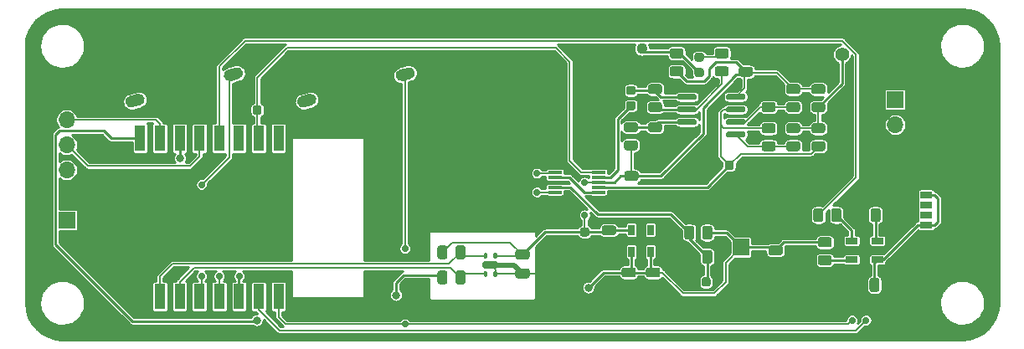
<source format=gtl>
G04 #@! TF.GenerationSoftware,KiCad,Pcbnew,(5.1.9)-1*
G04 #@! TF.CreationDate,2021-03-16T21:00:22+08:00*
G04 #@! TF.ProjectId,mcu,6d63752e-6b69-4636-9164-5f7063625858,v1.0*
G04 #@! TF.SameCoordinates,Original*
G04 #@! TF.FileFunction,Copper,L1,Top*
G04 #@! TF.FilePolarity,Positive*
%FSLAX46Y46*%
G04 Gerber Fmt 4.6, Leading zero omitted, Abs format (unit mm)*
G04 Created by KiCad (PCBNEW (5.1.9)-1) date 2021-03-16 21:00:22*
%MOMM*%
%LPD*%
G01*
G04 APERTURE LIST*
G04 #@! TA.AperFunction,SMDPad,CuDef*
%ADD10R,1.100000X2.600000*%
G04 #@! TD*
G04 #@! TA.AperFunction,SMDPad,CuDef*
%ADD11R,3.200000X3.200000*%
G04 #@! TD*
G04 #@! TA.AperFunction,ComponentPad*
%ADD12C,1.108000*%
G04 #@! TD*
G04 #@! TA.AperFunction,ComponentPad*
%ADD13O,1.400000X1.400000*%
G04 #@! TD*
G04 #@! TA.AperFunction,ComponentPad*
%ADD14C,1.400000*%
G04 #@! TD*
G04 #@! TA.AperFunction,ComponentPad*
%ADD15O,1.700000X1.700000*%
G04 #@! TD*
G04 #@! TA.AperFunction,ComponentPad*
%ADD16R,1.700000X1.700000*%
G04 #@! TD*
G04 #@! TA.AperFunction,SMDPad,CuDef*
%ADD17R,1.400000X0.300000*%
G04 #@! TD*
G04 #@! TA.AperFunction,SMDPad,CuDef*
%ADD18R,0.650000X1.060000*%
G04 #@! TD*
G04 #@! TA.AperFunction,SMDPad,CuDef*
%ADD19R,1.220000X0.650000*%
G04 #@! TD*
G04 #@! TA.AperFunction,ComponentPad*
%ADD20O,1.700000X1.100000*%
G04 #@! TD*
G04 #@! TA.AperFunction,SMDPad,CuDef*
%ADD21R,1.200000X0.700000*%
G04 #@! TD*
G04 #@! TA.AperFunction,SMDPad,CuDef*
%ADD22R,1.200000X0.760000*%
G04 #@! TD*
G04 #@! TA.AperFunction,SMDPad,CuDef*
%ADD23R,1.200000X0.800000*%
G04 #@! TD*
G04 #@! TA.AperFunction,ViaPad*
%ADD24C,0.800000*%
G04 #@! TD*
G04 #@! TA.AperFunction,ViaPad*
%ADD25C,0.700000*%
G04 #@! TD*
G04 #@! TA.AperFunction,Conductor*
%ADD26C,0.203200*%
G04 #@! TD*
G04 #@! TA.AperFunction,Conductor*
%ADD27C,0.508000*%
G04 #@! TD*
G04 #@! TA.AperFunction,Conductor*
%ADD28C,0.250000*%
G04 #@! TD*
G04 #@! TA.AperFunction,Conductor*
%ADD29C,0.254000*%
G04 #@! TD*
G04 #@! TA.AperFunction,Conductor*
%ADD30C,0.160000*%
G04 #@! TD*
G04 #@! TA.AperFunction,Conductor*
%ADD31C,0.100000*%
G04 #@! TD*
G04 APERTURE END LIST*
G04 #@! TA.AperFunction,SMDPad,CuDef*
G36*
G01*
X75076000Y-93033002D02*
X75076000Y-92132998D01*
G75*
G02*
X75325998Y-91883000I249998J0D01*
G01*
X75851002Y-91883000D01*
G75*
G02*
X76101000Y-92132998I0J-249998D01*
G01*
X76101000Y-93033002D01*
G75*
G02*
X75851002Y-93283000I-249998J0D01*
G01*
X75325998Y-93283000D01*
G75*
G02*
X75076000Y-93033002I0J249998D01*
G01*
G37*
G04 #@! TD.AperFunction*
G04 #@! TA.AperFunction,SMDPad,CuDef*
G36*
G01*
X73251000Y-93033002D02*
X73251000Y-92132998D01*
G75*
G02*
X73500998Y-91883000I249998J0D01*
G01*
X74026002Y-91883000D01*
G75*
G02*
X74276000Y-92132998I0J-249998D01*
G01*
X74276000Y-93033002D01*
G75*
G02*
X74026002Y-93283000I-249998J0D01*
G01*
X73500998Y-93283000D01*
G75*
G02*
X73251000Y-93033002I0J249998D01*
G01*
G37*
G04 #@! TD.AperFunction*
G04 #@! TA.AperFunction,SMDPad,CuDef*
G36*
G01*
X77988000Y-93503000D02*
X79238000Y-93503000D01*
G75*
G02*
X79413000Y-93678000I0J-175000D01*
G01*
X79413000Y-94028000D01*
G75*
G02*
X79238000Y-94203000I-175000J0D01*
G01*
X77988000Y-94203000D01*
G75*
G02*
X77813000Y-94028000I0J175000D01*
G01*
X77813000Y-93678000D01*
G75*
G02*
X77988000Y-93503000I175000J0D01*
G01*
G37*
G04 #@! TD.AperFunction*
G04 #@! TA.AperFunction,SMDPad,CuDef*
G36*
G01*
X79025500Y-94503000D02*
X79200500Y-94503000D01*
G75*
G02*
X79288000Y-94590500I0J-87500D01*
G01*
X79288000Y-94965500D01*
G75*
G02*
X79200500Y-95053000I-87500J0D01*
G01*
X79025500Y-95053000D01*
G75*
G02*
X78938000Y-94965500I0J87500D01*
G01*
X78938000Y-94590500D01*
G75*
G02*
X79025500Y-94503000I87500J0D01*
G01*
G37*
G04 #@! TD.AperFunction*
G04 #@! TA.AperFunction,SMDPad,CuDef*
G36*
G01*
X78025500Y-94503000D02*
X78200500Y-94503000D01*
G75*
G02*
X78288000Y-94590500I0J-87500D01*
G01*
X78288000Y-94965500D01*
G75*
G02*
X78200500Y-95053000I-87500J0D01*
G01*
X78025500Y-95053000D01*
G75*
G02*
X77938000Y-94965500I0J87500D01*
G01*
X77938000Y-94590500D01*
G75*
G02*
X78025500Y-94503000I87500J0D01*
G01*
G37*
G04 #@! TD.AperFunction*
G04 #@! TA.AperFunction,SMDPad,CuDef*
G36*
G01*
X78025500Y-92653000D02*
X78200500Y-92653000D01*
G75*
G02*
X78288000Y-92740500I0J-87500D01*
G01*
X78288000Y-93115500D01*
G75*
G02*
X78200500Y-93203000I-87500J0D01*
G01*
X78025500Y-93203000D01*
G75*
G02*
X77938000Y-93115500I0J87500D01*
G01*
X77938000Y-92740500D01*
G75*
G02*
X78025500Y-92653000I87500J0D01*
G01*
G37*
G04 #@! TD.AperFunction*
G04 #@! TA.AperFunction,SMDPad,CuDef*
G36*
G01*
X79025500Y-92653000D02*
X79200500Y-92653000D01*
G75*
G02*
X79288000Y-92740500I0J-87500D01*
G01*
X79288000Y-93115500D01*
G75*
G02*
X79200500Y-93203000I-87500J0D01*
G01*
X79025500Y-93203000D01*
G75*
G02*
X78938000Y-93115500I0J87500D01*
G01*
X78938000Y-92740500D01*
G75*
G02*
X79025500Y-92653000I87500J0D01*
G01*
G37*
G04 #@! TD.AperFunction*
G04 #@! TA.AperFunction,ComponentPad*
G36*
G01*
X69032593Y-74821101D02*
X69032593Y-74821101D01*
G75*
G02*
X69456857Y-74086255I579555J155291D01*
G01*
X70229597Y-73879199D01*
G75*
G02*
X70964443Y-74303463I155291J-579555D01*
G01*
X70964443Y-74303463D01*
G75*
G02*
X70540179Y-75038309I-579555J-155291D01*
G01*
X69767439Y-75245365D01*
G75*
G02*
X69032593Y-74821101I-155291J579555D01*
G01*
G37*
G04 #@! TD.AperFunction*
G04 #@! TA.AperFunction,ComponentPad*
G36*
G01*
X64058075Y-76154019D02*
X64058075Y-76154019D01*
G75*
G02*
X64482339Y-75419173I579555J155291D01*
G01*
X65255079Y-75212117D01*
G75*
G02*
X65989925Y-75636381I155291J-579555D01*
G01*
X65989925Y-75636381D01*
G75*
G02*
X65565661Y-76371227I-579555J-155291D01*
G01*
X64792921Y-76578283D01*
G75*
G02*
X64058075Y-76154019I-155291J579555D01*
G01*
G37*
G04 #@! TD.AperFunction*
G04 #@! TA.AperFunction,ComponentPad*
G36*
G01*
X59083557Y-77486937D02*
X59083557Y-77486937D01*
G75*
G02*
X59507821Y-76752091I579555J155291D01*
G01*
X60280561Y-76545035D01*
G75*
G02*
X61015407Y-76969299I155291J-579555D01*
G01*
X61015407Y-76969299D01*
G75*
G02*
X60591143Y-77704145I-579555J-155291D01*
G01*
X59818403Y-77911201D01*
G75*
G02*
X59083557Y-77486937I-155291J579555D01*
G01*
G37*
G04 #@! TD.AperFunction*
D10*
X57195600Y-81052400D03*
X55195600Y-81052400D03*
X53195600Y-81052400D03*
X51195600Y-81052400D03*
X49195600Y-81052400D03*
X47195600Y-81052400D03*
X45195600Y-81052400D03*
X43195600Y-81052400D03*
X43195600Y-97052400D03*
X45195600Y-97052400D03*
X47195600Y-97052400D03*
X49195600Y-97052400D03*
X51195600Y-97052400D03*
X53195600Y-97052400D03*
X55195600Y-97052400D03*
X57195600Y-97052400D03*
D11*
X52495600Y-89052400D03*
G04 #@! TA.AperFunction,ComponentPad*
G36*
G01*
X51658993Y-74821101D02*
X51658993Y-74821101D01*
G75*
G02*
X52083257Y-74086255I579555J155291D01*
G01*
X52855997Y-73879199D01*
G75*
G02*
X53590843Y-74303463I155291J-579555D01*
G01*
X53590843Y-74303463D01*
G75*
G02*
X53166579Y-75038309I-579555J-155291D01*
G01*
X52393839Y-75245365D01*
G75*
G02*
X51658993Y-74821101I-155291J579555D01*
G01*
G37*
G04 #@! TD.AperFunction*
G04 #@! TA.AperFunction,ComponentPad*
G36*
G01*
X46684475Y-76154019D02*
X46684475Y-76154019D01*
G75*
G02*
X47108739Y-75419173I579555J155291D01*
G01*
X47881479Y-75212117D01*
G75*
G02*
X48616325Y-75636381I155291J-579555D01*
G01*
X48616325Y-75636381D01*
G75*
G02*
X48192061Y-76371227I-579555J-155291D01*
G01*
X47419321Y-76578283D01*
G75*
G02*
X46684475Y-76154019I-155291J579555D01*
G01*
G37*
G04 #@! TD.AperFunction*
G04 #@! TA.AperFunction,ComponentPad*
G36*
G01*
X41709957Y-77486937D02*
X41709957Y-77486937D01*
G75*
G02*
X42134221Y-76752091I579555J155291D01*
G01*
X42906961Y-76545035D01*
G75*
G02*
X43641807Y-76969299I155291J-579555D01*
G01*
X43641807Y-76969299D01*
G75*
G02*
X43217543Y-77704145I-579555J-155291D01*
G01*
X42444803Y-77911201D01*
G75*
G02*
X41709957Y-77486937I-155291J579555D01*
G01*
G37*
G04 #@! TD.AperFunction*
D12*
X93926920Y-71969760D03*
X92326920Y-71969760D03*
G04 #@! TA.AperFunction,SMDPad,CuDef*
G36*
G01*
X97894922Y-72958760D02*
X96994918Y-72958760D01*
G75*
G02*
X96744920Y-72708762I0J249998D01*
G01*
X96744920Y-72183758D01*
G75*
G02*
X96994918Y-71933760I249998J0D01*
G01*
X97894922Y-71933760D01*
G75*
G02*
X98144920Y-72183758I0J-249998D01*
G01*
X98144920Y-72708762D01*
G75*
G02*
X97894922Y-72958760I-249998J0D01*
G01*
G37*
G04 #@! TD.AperFunction*
G04 #@! TA.AperFunction,SMDPad,CuDef*
G36*
G01*
X97894922Y-74783760D02*
X96994918Y-74783760D01*
G75*
G02*
X96744920Y-74533762I0J249998D01*
G01*
X96744920Y-74008758D01*
G75*
G02*
X96994918Y-73758760I249998J0D01*
G01*
X97894922Y-73758760D01*
G75*
G02*
X98144920Y-74008758I0J-249998D01*
G01*
X98144920Y-74533762D01*
G75*
G02*
X97894922Y-74783760I-249998J0D01*
G01*
G37*
G04 #@! TD.AperFunction*
G04 #@! TA.AperFunction,SMDPad,CuDef*
G36*
G01*
X92397920Y-86254760D02*
X93347920Y-86254760D01*
G75*
G02*
X93597920Y-86504760I0J-250000D01*
G01*
X93597920Y-87004760D01*
G75*
G02*
X93347920Y-87254760I-250000J0D01*
G01*
X92397920Y-87254760D01*
G75*
G02*
X92147920Y-87004760I0J250000D01*
G01*
X92147920Y-86504760D01*
G75*
G02*
X92397920Y-86254760I250000J0D01*
G01*
G37*
G04 #@! TD.AperFunction*
G04 #@! TA.AperFunction,SMDPad,CuDef*
G36*
G01*
X92397920Y-84354760D02*
X93347920Y-84354760D01*
G75*
G02*
X93597920Y-84604760I0J-250000D01*
G01*
X93597920Y-85104760D01*
G75*
G02*
X93347920Y-85354760I-250000J0D01*
G01*
X92397920Y-85354760D01*
G75*
G02*
X92147920Y-85104760I0J250000D01*
G01*
X92147920Y-84604760D01*
G75*
G02*
X92397920Y-84354760I250000J0D01*
G01*
G37*
G04 #@! TD.AperFunction*
G04 #@! TA.AperFunction,SMDPad,CuDef*
G36*
G01*
X104904920Y-72908760D02*
X103954920Y-72908760D01*
G75*
G02*
X103704920Y-72658760I0J250000D01*
G01*
X103704920Y-72158760D01*
G75*
G02*
X103954920Y-71908760I250000J0D01*
G01*
X104904920Y-71908760D01*
G75*
G02*
X105154920Y-72158760I0J-250000D01*
G01*
X105154920Y-72658760D01*
G75*
G02*
X104904920Y-72908760I-250000J0D01*
G01*
G37*
G04 #@! TD.AperFunction*
G04 #@! TA.AperFunction,SMDPad,CuDef*
G36*
G01*
X104904920Y-74808760D02*
X103954920Y-74808760D01*
G75*
G02*
X103704920Y-74558760I0J250000D01*
G01*
X103704920Y-74058760D01*
G75*
G02*
X103954920Y-73808760I250000J0D01*
G01*
X104904920Y-73808760D01*
G75*
G02*
X105154920Y-74058760I0J-250000D01*
G01*
X105154920Y-74558760D01*
G75*
G02*
X104904920Y-74808760I-250000J0D01*
G01*
G37*
G04 #@! TD.AperFunction*
G04 #@! TA.AperFunction,SMDPad,CuDef*
G36*
G01*
X99480920Y-73937760D02*
X99980920Y-73937760D01*
G75*
G02*
X100205920Y-74162760I0J-225000D01*
G01*
X100205920Y-74612760D01*
G75*
G02*
X99980920Y-74837760I-225000J0D01*
G01*
X99480920Y-74837760D01*
G75*
G02*
X99255920Y-74612760I0J225000D01*
G01*
X99255920Y-74162760D01*
G75*
G02*
X99480920Y-73937760I225000J0D01*
G01*
G37*
G04 #@! TD.AperFunction*
G04 #@! TA.AperFunction,SMDPad,CuDef*
G36*
G01*
X99480920Y-72387760D02*
X99980920Y-72387760D01*
G75*
G02*
X100205920Y-72612760I0J-225000D01*
G01*
X100205920Y-73062760D01*
G75*
G02*
X99980920Y-73287760I-225000J0D01*
G01*
X99480920Y-73287760D01*
G75*
G02*
X99255920Y-73062760I0J225000D01*
G01*
X99255920Y-72612760D01*
G75*
G02*
X99480920Y-72387760I225000J0D01*
G01*
G37*
G04 #@! TD.AperFunction*
G04 #@! TA.AperFunction,SMDPad,CuDef*
G36*
G01*
X102454400Y-76999800D02*
X102454400Y-76699800D01*
G75*
G02*
X102604400Y-76549800I150000J0D01*
G01*
X104254400Y-76549800D01*
G75*
G02*
X104404400Y-76699800I0J-150000D01*
G01*
X104404400Y-76999800D01*
G75*
G02*
X104254400Y-77149800I-150000J0D01*
G01*
X102604400Y-77149800D01*
G75*
G02*
X102454400Y-76999800I0J150000D01*
G01*
G37*
G04 #@! TD.AperFunction*
G04 #@! TA.AperFunction,SMDPad,CuDef*
G36*
G01*
X102454400Y-78269800D02*
X102454400Y-77969800D01*
G75*
G02*
X102604400Y-77819800I150000J0D01*
G01*
X104254400Y-77819800D01*
G75*
G02*
X104404400Y-77969800I0J-150000D01*
G01*
X104404400Y-78269800D01*
G75*
G02*
X104254400Y-78419800I-150000J0D01*
G01*
X102604400Y-78419800D01*
G75*
G02*
X102454400Y-78269800I0J150000D01*
G01*
G37*
G04 #@! TD.AperFunction*
G04 #@! TA.AperFunction,SMDPad,CuDef*
G36*
G01*
X102454400Y-79539800D02*
X102454400Y-79239800D01*
G75*
G02*
X102604400Y-79089800I150000J0D01*
G01*
X104254400Y-79089800D01*
G75*
G02*
X104404400Y-79239800I0J-150000D01*
G01*
X104404400Y-79539800D01*
G75*
G02*
X104254400Y-79689800I-150000J0D01*
G01*
X102604400Y-79689800D01*
G75*
G02*
X102454400Y-79539800I0J150000D01*
G01*
G37*
G04 #@! TD.AperFunction*
G04 #@! TA.AperFunction,SMDPad,CuDef*
G36*
G01*
X102454400Y-80809800D02*
X102454400Y-80509800D01*
G75*
G02*
X102604400Y-80359800I150000J0D01*
G01*
X104254400Y-80359800D01*
G75*
G02*
X104404400Y-80509800I0J-150000D01*
G01*
X104404400Y-80809800D01*
G75*
G02*
X104254400Y-80959800I-150000J0D01*
G01*
X102604400Y-80959800D01*
G75*
G02*
X102454400Y-80809800I0J150000D01*
G01*
G37*
G04 #@! TD.AperFunction*
G04 #@! TA.AperFunction,SMDPad,CuDef*
G36*
G01*
X97504400Y-80809800D02*
X97504400Y-80509800D01*
G75*
G02*
X97654400Y-80359800I150000J0D01*
G01*
X99304400Y-80359800D01*
G75*
G02*
X99454400Y-80509800I0J-150000D01*
G01*
X99454400Y-80809800D01*
G75*
G02*
X99304400Y-80959800I-150000J0D01*
G01*
X97654400Y-80959800D01*
G75*
G02*
X97504400Y-80809800I0J150000D01*
G01*
G37*
G04 #@! TD.AperFunction*
G04 #@! TA.AperFunction,SMDPad,CuDef*
G36*
G01*
X97504400Y-79539800D02*
X97504400Y-79239800D01*
G75*
G02*
X97654400Y-79089800I150000J0D01*
G01*
X99304400Y-79089800D01*
G75*
G02*
X99454400Y-79239800I0J-150000D01*
G01*
X99454400Y-79539800D01*
G75*
G02*
X99304400Y-79689800I-150000J0D01*
G01*
X97654400Y-79689800D01*
G75*
G02*
X97504400Y-79539800I0J150000D01*
G01*
G37*
G04 #@! TD.AperFunction*
G04 #@! TA.AperFunction,SMDPad,CuDef*
G36*
G01*
X97504400Y-78269800D02*
X97504400Y-77969800D01*
G75*
G02*
X97654400Y-77819800I150000J0D01*
G01*
X99304400Y-77819800D01*
G75*
G02*
X99454400Y-77969800I0J-150000D01*
G01*
X99454400Y-78269800D01*
G75*
G02*
X99304400Y-78419800I-150000J0D01*
G01*
X97654400Y-78419800D01*
G75*
G02*
X97504400Y-78269800I0J150000D01*
G01*
G37*
G04 #@! TD.AperFunction*
G04 #@! TA.AperFunction,SMDPad,CuDef*
G36*
G01*
X97504400Y-76999800D02*
X97504400Y-76699800D01*
G75*
G02*
X97654400Y-76549800I150000J0D01*
G01*
X99304400Y-76549800D01*
G75*
G02*
X99454400Y-76699800I0J-150000D01*
G01*
X99454400Y-76999800D01*
G75*
G02*
X99304400Y-77149800I-150000J0D01*
G01*
X97654400Y-77149800D01*
G75*
G02*
X97504400Y-76999800I0J150000D01*
G01*
G37*
G04 #@! TD.AperFunction*
G04 #@! TA.AperFunction,SMDPad,CuDef*
G36*
G01*
X53929400Y-77931200D02*
X53929400Y-78431200D01*
G75*
G02*
X53704400Y-78656200I-225000J0D01*
G01*
X53254400Y-78656200D01*
G75*
G02*
X53029400Y-78431200I0J225000D01*
G01*
X53029400Y-77931200D01*
G75*
G02*
X53254400Y-77706200I225000J0D01*
G01*
X53704400Y-77706200D01*
G75*
G02*
X53929400Y-77931200I0J-225000D01*
G01*
G37*
G04 #@! TD.AperFunction*
G04 #@! TA.AperFunction,SMDPad,CuDef*
G36*
G01*
X55479400Y-77931200D02*
X55479400Y-78431200D01*
G75*
G02*
X55254400Y-78656200I-225000J0D01*
G01*
X54804400Y-78656200D01*
G75*
G02*
X54579400Y-78431200I0J225000D01*
G01*
X54579400Y-77931200D01*
G75*
G02*
X54804400Y-77706200I225000J0D01*
G01*
X55254400Y-77706200D01*
G75*
G02*
X55479400Y-77931200I0J-225000D01*
G01*
G37*
G04 #@! TD.AperFunction*
G04 #@! TA.AperFunction,SMDPad,CuDef*
G36*
G01*
X99328600Y-95319600D02*
X99328600Y-95819600D01*
G75*
G02*
X99103600Y-96044600I-225000J0D01*
G01*
X98653600Y-96044600D01*
G75*
G02*
X98428600Y-95819600I0J225000D01*
G01*
X98428600Y-95319600D01*
G75*
G02*
X98653600Y-95094600I225000J0D01*
G01*
X99103600Y-95094600D01*
G75*
G02*
X99328600Y-95319600I0J-225000D01*
G01*
G37*
G04 #@! TD.AperFunction*
G04 #@! TA.AperFunction,SMDPad,CuDef*
G36*
G01*
X100878600Y-95319600D02*
X100878600Y-95819600D01*
G75*
G02*
X100653600Y-96044600I-225000J0D01*
G01*
X100203600Y-96044600D01*
G75*
G02*
X99978600Y-95819600I0J225000D01*
G01*
X99978600Y-95319600D01*
G75*
G02*
X100203600Y-95094600I225000J0D01*
G01*
X100653600Y-95094600D01*
G75*
G02*
X100878600Y-95319600I0J-225000D01*
G01*
G37*
G04 #@! TD.AperFunction*
G04 #@! TA.AperFunction,SMDPad,CuDef*
G36*
G01*
X103865920Y-84022760D02*
X103865920Y-83522760D01*
G75*
G02*
X104090920Y-83297760I225000J0D01*
G01*
X104540920Y-83297760D01*
G75*
G02*
X104765920Y-83522760I0J-225000D01*
G01*
X104765920Y-84022760D01*
G75*
G02*
X104540920Y-84247760I-225000J0D01*
G01*
X104090920Y-84247760D01*
G75*
G02*
X103865920Y-84022760I0J225000D01*
G01*
G37*
G04 #@! TD.AperFunction*
G04 #@! TA.AperFunction,SMDPad,CuDef*
G36*
G01*
X102315920Y-84022760D02*
X102315920Y-83522760D01*
G75*
G02*
X102540920Y-83297760I225000J0D01*
G01*
X102990920Y-83297760D01*
G75*
G02*
X103215920Y-83522760I0J-225000D01*
G01*
X103215920Y-84022760D01*
G75*
G02*
X102990920Y-84247760I-225000J0D01*
G01*
X102540920Y-84247760D01*
G75*
G02*
X102315920Y-84022760I0J225000D01*
G01*
G37*
G04 #@! TD.AperFunction*
G04 #@! TA.AperFunction,SMDPad,CuDef*
G36*
G01*
X93076400Y-76651800D02*
X92576400Y-76651800D01*
G75*
G02*
X92351400Y-76426800I0J225000D01*
G01*
X92351400Y-75976800D01*
G75*
G02*
X92576400Y-75751800I225000J0D01*
G01*
X93076400Y-75751800D01*
G75*
G02*
X93301400Y-75976800I0J-225000D01*
G01*
X93301400Y-76426800D01*
G75*
G02*
X93076400Y-76651800I-225000J0D01*
G01*
G37*
G04 #@! TD.AperFunction*
G04 #@! TA.AperFunction,SMDPad,CuDef*
G36*
G01*
X93076400Y-78201800D02*
X92576400Y-78201800D01*
G75*
G02*
X92351400Y-77976800I0J225000D01*
G01*
X92351400Y-77526800D01*
G75*
G02*
X92576400Y-77301800I225000J0D01*
G01*
X93076400Y-77301800D01*
G75*
G02*
X93301400Y-77526800I0J-225000D01*
G01*
X93301400Y-77976800D01*
G75*
G02*
X93076400Y-78201800I-225000J0D01*
G01*
G37*
G04 #@! TD.AperFunction*
G04 #@! TA.AperFunction,SMDPad,CuDef*
G36*
G01*
X87902800Y-91627400D02*
X88402800Y-91627400D01*
G75*
G02*
X88627800Y-91852400I0J-225000D01*
G01*
X88627800Y-92302400D01*
G75*
G02*
X88402800Y-92527400I-225000J0D01*
G01*
X87902800Y-92527400D01*
G75*
G02*
X87677800Y-92302400I0J225000D01*
G01*
X87677800Y-91852400D01*
G75*
G02*
X87902800Y-91627400I225000J0D01*
G01*
G37*
G04 #@! TD.AperFunction*
G04 #@! TA.AperFunction,SMDPad,CuDef*
G36*
G01*
X87902800Y-90077400D02*
X88402800Y-90077400D01*
G75*
G02*
X88627800Y-90302400I0J-225000D01*
G01*
X88627800Y-90752400D01*
G75*
G02*
X88402800Y-90977400I-225000J0D01*
G01*
X87902800Y-90977400D01*
G75*
G02*
X87677800Y-90752400I0J225000D01*
G01*
X87677800Y-90302400D01*
G75*
G02*
X87902800Y-90077400I225000J0D01*
G01*
G37*
G04 #@! TD.AperFunction*
D13*
X116702400Y-72557200D03*
D14*
X114162400Y-72557200D03*
D15*
X119547200Y-79669200D03*
D16*
X119547200Y-77129200D03*
D15*
X103951600Y-94604400D03*
D16*
X103951600Y-92064400D03*
G04 #@! TA.AperFunction,SMDPad,CuDef*
G36*
G01*
X112224802Y-80537300D02*
X111324798Y-80537300D01*
G75*
G02*
X111074800Y-80287302I0J249998D01*
G01*
X111074800Y-79762298D01*
G75*
G02*
X111324798Y-79512300I249998J0D01*
G01*
X112224802Y-79512300D01*
G75*
G02*
X112474800Y-79762298I0J-249998D01*
G01*
X112474800Y-80287302D01*
G75*
G02*
X112224802Y-80537300I-249998J0D01*
G01*
G37*
G04 #@! TD.AperFunction*
G04 #@! TA.AperFunction,SMDPad,CuDef*
G36*
G01*
X112224802Y-82362300D02*
X111324798Y-82362300D01*
G75*
G02*
X111074800Y-82112302I0J249998D01*
G01*
X111074800Y-81587298D01*
G75*
G02*
X111324798Y-81337300I249998J0D01*
G01*
X112224802Y-81337300D01*
G75*
G02*
X112474800Y-81587298I0J-249998D01*
G01*
X112474800Y-82112302D01*
G75*
G02*
X112224802Y-82362300I-249998J0D01*
G01*
G37*
G04 #@! TD.AperFunction*
D15*
X35778000Y-79161200D03*
X35778000Y-81701200D03*
X35778000Y-84241200D03*
X35778000Y-86781200D03*
D16*
X35778000Y-89321200D03*
D17*
X89540000Y-84485800D03*
X89540000Y-84985800D03*
X89540000Y-85485800D03*
X89540000Y-85985800D03*
X89540000Y-86485800D03*
X85140000Y-86485800D03*
X85140000Y-85985800D03*
X85140000Y-85485800D03*
X85140000Y-84985800D03*
X85140000Y-84485800D03*
G04 #@! TA.AperFunction,SMDPad,CuDef*
G36*
G01*
X106295598Y-81339200D02*
X107195602Y-81339200D01*
G75*
G02*
X107445600Y-81589198I0J-249998D01*
G01*
X107445600Y-82114202D01*
G75*
G02*
X107195602Y-82364200I-249998J0D01*
G01*
X106295598Y-82364200D01*
G75*
G02*
X106045600Y-82114202I0J249998D01*
G01*
X106045600Y-81589198D01*
G75*
G02*
X106295598Y-81339200I249998J0D01*
G01*
G37*
G04 #@! TD.AperFunction*
G04 #@! TA.AperFunction,SMDPad,CuDef*
G36*
G01*
X106295598Y-79514200D02*
X107195602Y-79514200D01*
G75*
G02*
X107445600Y-79764198I0J-249998D01*
G01*
X107445600Y-80289202D01*
G75*
G02*
X107195602Y-80539200I-249998J0D01*
G01*
X106295598Y-80539200D01*
G75*
G02*
X106045600Y-80289202I0J249998D01*
G01*
X106045600Y-79764198D01*
G75*
G02*
X106295598Y-79514200I249998J0D01*
G01*
G37*
G04 #@! TD.AperFunction*
G04 #@! TA.AperFunction,SMDPad,CuDef*
G36*
G01*
X107195602Y-76576800D02*
X106295598Y-76576800D01*
G75*
G02*
X106045600Y-76326802I0J249998D01*
G01*
X106045600Y-75801798D01*
G75*
G02*
X106295598Y-75551800I249998J0D01*
G01*
X107195602Y-75551800D01*
G75*
G02*
X107445600Y-75801798I0J-249998D01*
G01*
X107445600Y-76326802D01*
G75*
G02*
X107195602Y-76576800I-249998J0D01*
G01*
G37*
G04 #@! TD.AperFunction*
G04 #@! TA.AperFunction,SMDPad,CuDef*
G36*
G01*
X107195602Y-78401800D02*
X106295598Y-78401800D01*
G75*
G02*
X106045600Y-78151802I0J249998D01*
G01*
X106045600Y-77626798D01*
G75*
G02*
X106295598Y-77376800I249998J0D01*
G01*
X107195602Y-77376800D01*
G75*
G02*
X107445600Y-77626798I0J-249998D01*
G01*
X107445600Y-78151802D01*
G75*
G02*
X107195602Y-78401800I-249998J0D01*
G01*
G37*
G04 #@! TD.AperFunction*
G04 #@! TA.AperFunction,SMDPad,CuDef*
G36*
G01*
X108784798Y-77376800D02*
X109684802Y-77376800D01*
G75*
G02*
X109934800Y-77626798I0J-249998D01*
G01*
X109934800Y-78151802D01*
G75*
G02*
X109684802Y-78401800I-249998J0D01*
G01*
X108784798Y-78401800D01*
G75*
G02*
X108534800Y-78151802I0J249998D01*
G01*
X108534800Y-77626798D01*
G75*
G02*
X108784798Y-77376800I249998J0D01*
G01*
G37*
G04 #@! TD.AperFunction*
G04 #@! TA.AperFunction,SMDPad,CuDef*
G36*
G01*
X108784798Y-75551800D02*
X109684802Y-75551800D01*
G75*
G02*
X109934800Y-75801798I0J-249998D01*
G01*
X109934800Y-76326802D01*
G75*
G02*
X109684802Y-76576800I-249998J0D01*
G01*
X108784798Y-76576800D01*
G75*
G02*
X108534800Y-76326802I0J249998D01*
G01*
X108534800Y-75801798D01*
G75*
G02*
X108784798Y-75551800I249998J0D01*
G01*
G37*
G04 #@! TD.AperFunction*
G04 #@! TA.AperFunction,SMDPad,CuDef*
G36*
G01*
X109684802Y-80539200D02*
X108784798Y-80539200D01*
G75*
G02*
X108534800Y-80289202I0J249998D01*
G01*
X108534800Y-79764198D01*
G75*
G02*
X108784798Y-79514200I249998J0D01*
G01*
X109684802Y-79514200D01*
G75*
G02*
X109934800Y-79764198I0J-249998D01*
G01*
X109934800Y-80289202D01*
G75*
G02*
X109684802Y-80539200I-249998J0D01*
G01*
G37*
G04 #@! TD.AperFunction*
G04 #@! TA.AperFunction,SMDPad,CuDef*
G36*
G01*
X109684802Y-82364200D02*
X108784798Y-82364200D01*
G75*
G02*
X108534800Y-82114202I0J249998D01*
G01*
X108534800Y-81589198D01*
G75*
G02*
X108784798Y-81339200I249998J0D01*
G01*
X109684802Y-81339200D01*
G75*
G02*
X109934800Y-81589198I0J-249998D01*
G01*
X109934800Y-82114202D01*
G75*
G02*
X109684802Y-82364200I-249998J0D01*
G01*
G37*
G04 #@! TD.AperFunction*
G04 #@! TA.AperFunction,SMDPad,CuDef*
G36*
G01*
X111324798Y-77376800D02*
X112224802Y-77376800D01*
G75*
G02*
X112474800Y-77626798I0J-249998D01*
G01*
X112474800Y-78151802D01*
G75*
G02*
X112224802Y-78401800I-249998J0D01*
G01*
X111324798Y-78401800D01*
G75*
G02*
X111074800Y-78151802I0J249998D01*
G01*
X111074800Y-77626798D01*
G75*
G02*
X111324798Y-77376800I249998J0D01*
G01*
G37*
G04 #@! TD.AperFunction*
G04 #@! TA.AperFunction,SMDPad,CuDef*
G36*
G01*
X111324798Y-75551800D02*
X112224802Y-75551800D01*
G75*
G02*
X112474800Y-75801798I0J-249998D01*
G01*
X112474800Y-76326802D01*
G75*
G02*
X112224802Y-76576800I-249998J0D01*
G01*
X111324798Y-76576800D01*
G75*
G02*
X111074800Y-76326802I0J249998D01*
G01*
X111074800Y-75801798D01*
G75*
G02*
X111324798Y-75551800I249998J0D01*
G01*
G37*
G04 #@! TD.AperFunction*
G04 #@! TA.AperFunction,SMDPad,CuDef*
G36*
G01*
X94814798Y-77378700D02*
X95714802Y-77378700D01*
G75*
G02*
X95964800Y-77628698I0J-249998D01*
G01*
X95964800Y-78153702D01*
G75*
G02*
X95714802Y-78403700I-249998J0D01*
G01*
X94814798Y-78403700D01*
G75*
G02*
X94564800Y-78153702I0J249998D01*
G01*
X94564800Y-77628698D01*
G75*
G02*
X94814798Y-77378700I249998J0D01*
G01*
G37*
G04 #@! TD.AperFunction*
G04 #@! TA.AperFunction,SMDPad,CuDef*
G36*
G01*
X94814798Y-75553700D02*
X95714802Y-75553700D01*
G75*
G02*
X95964800Y-75803698I0J-249998D01*
G01*
X95964800Y-76328702D01*
G75*
G02*
X95714802Y-76578700I-249998J0D01*
G01*
X94814798Y-76578700D01*
G75*
G02*
X94564800Y-76328702I0J249998D01*
G01*
X94564800Y-75803698D01*
G75*
G02*
X94814798Y-75553700I249998J0D01*
G01*
G37*
G04 #@! TD.AperFunction*
G04 #@! TA.AperFunction,SMDPad,CuDef*
G36*
G01*
X94814798Y-81237600D02*
X95714802Y-81237600D01*
G75*
G02*
X95964800Y-81487598I0J-249998D01*
G01*
X95964800Y-82012602D01*
G75*
G02*
X95714802Y-82262600I-249998J0D01*
G01*
X94814798Y-82262600D01*
G75*
G02*
X94564800Y-82012602I0J249998D01*
G01*
X94564800Y-81487598D01*
G75*
G02*
X94814798Y-81237600I249998J0D01*
G01*
G37*
G04 #@! TD.AperFunction*
G04 #@! TA.AperFunction,SMDPad,CuDef*
G36*
G01*
X94814798Y-79412600D02*
X95714802Y-79412600D01*
G75*
G02*
X95964800Y-79662598I0J-249998D01*
G01*
X95964800Y-80187602D01*
G75*
G02*
X95714802Y-80437600I-249998J0D01*
G01*
X94814798Y-80437600D01*
G75*
G02*
X94564800Y-80187602I0J249998D01*
G01*
X94564800Y-79662598D01*
G75*
G02*
X94814798Y-79412600I249998J0D01*
G01*
G37*
G04 #@! TD.AperFunction*
G04 #@! TA.AperFunction,SMDPad,CuDef*
G36*
G01*
X93276402Y-80437600D02*
X92376398Y-80437600D01*
G75*
G02*
X92126400Y-80187602I0J249998D01*
G01*
X92126400Y-79662598D01*
G75*
G02*
X92376398Y-79412600I249998J0D01*
G01*
X93276402Y-79412600D01*
G75*
G02*
X93526400Y-79662598I0J-249998D01*
G01*
X93526400Y-80187602D01*
G75*
G02*
X93276402Y-80437600I-249998J0D01*
G01*
G37*
G04 #@! TD.AperFunction*
G04 #@! TA.AperFunction,SMDPad,CuDef*
G36*
G01*
X93276402Y-82262600D02*
X92376398Y-82262600D01*
G75*
G02*
X92126400Y-82012602I0J249998D01*
G01*
X92126400Y-81487598D01*
G75*
G02*
X92376398Y-81237600I249998J0D01*
G01*
X93276402Y-81237600D01*
G75*
G02*
X93526400Y-81487598I0J-249998D01*
G01*
X93526400Y-82012602D01*
G75*
G02*
X93276402Y-82262600I-249998J0D01*
G01*
G37*
G04 #@! TD.AperFunction*
G04 #@! TA.AperFunction,SMDPad,CuDef*
G36*
G01*
X102466922Y-72958760D02*
X101566918Y-72958760D01*
G75*
G02*
X101316920Y-72708762I0J249998D01*
G01*
X101316920Y-72183758D01*
G75*
G02*
X101566918Y-71933760I249998J0D01*
G01*
X102466922Y-71933760D01*
G75*
G02*
X102716920Y-72183758I0J-249998D01*
G01*
X102716920Y-72708762D01*
G75*
G02*
X102466922Y-72958760I-249998J0D01*
G01*
G37*
G04 #@! TD.AperFunction*
G04 #@! TA.AperFunction,SMDPad,CuDef*
G36*
G01*
X102466922Y-74783760D02*
X101566918Y-74783760D01*
G75*
G02*
X101316920Y-74533762I0J249998D01*
G01*
X101316920Y-74008758D01*
G75*
G02*
X101566918Y-73758760I249998J0D01*
G01*
X102466922Y-73758760D01*
G75*
G02*
X102716920Y-74008758I0J-249998D01*
G01*
X102716920Y-74533762D01*
G75*
G02*
X102466922Y-74783760I-249998J0D01*
G01*
G37*
G04 #@! TD.AperFunction*
G04 #@! TA.AperFunction,SMDPad,CuDef*
G36*
G01*
X99233600Y-92579598D02*
X99233600Y-93479602D01*
G75*
G02*
X98983602Y-93729600I-249998J0D01*
G01*
X98458598Y-93729600D01*
G75*
G02*
X98208600Y-93479602I0J249998D01*
G01*
X98208600Y-92579598D01*
G75*
G02*
X98458598Y-92329600I249998J0D01*
G01*
X98983602Y-92329600D01*
G75*
G02*
X99233600Y-92579598I0J-249998D01*
G01*
G37*
G04 #@! TD.AperFunction*
G04 #@! TA.AperFunction,SMDPad,CuDef*
G36*
G01*
X101058600Y-92579598D02*
X101058600Y-93479602D01*
G75*
G02*
X100808602Y-93729600I-249998J0D01*
G01*
X100283598Y-93729600D01*
G75*
G02*
X100033600Y-93479602I0J249998D01*
G01*
X100033600Y-92579598D01*
G75*
G02*
X100283598Y-92329600I249998J0D01*
G01*
X100808602Y-92329600D01*
G75*
G02*
X101058600Y-92579598I0J-249998D01*
G01*
G37*
G04 #@! TD.AperFunction*
G04 #@! TA.AperFunction,SMDPad,CuDef*
G36*
G01*
X100033600Y-91041202D02*
X100033600Y-90141198D01*
G75*
G02*
X100283598Y-89891200I249998J0D01*
G01*
X100808602Y-89891200D01*
G75*
G02*
X101058600Y-90141198I0J-249998D01*
G01*
X101058600Y-91041202D01*
G75*
G02*
X100808602Y-91291200I-249998J0D01*
G01*
X100283598Y-91291200D01*
G75*
G02*
X100033600Y-91041202I0J249998D01*
G01*
G37*
G04 #@! TD.AperFunction*
G04 #@! TA.AperFunction,SMDPad,CuDef*
G36*
G01*
X98208600Y-91041202D02*
X98208600Y-90141198D01*
G75*
G02*
X98458598Y-89891200I249998J0D01*
G01*
X98983602Y-89891200D01*
G75*
G02*
X99233600Y-90141198I0J-249998D01*
G01*
X99233600Y-91041202D01*
G75*
G02*
X98983602Y-91291200I-249998J0D01*
G01*
X98458598Y-91291200D01*
G75*
G02*
X98208600Y-91041202I0J249998D01*
G01*
G37*
G04 #@! TD.AperFunction*
D18*
X92892400Y-90304000D03*
X94792400Y-90304000D03*
X94792400Y-92504000D03*
X93842400Y-92504000D03*
X92892400Y-92504000D03*
D19*
X117758400Y-91419200D03*
X117758400Y-93319200D03*
X115138400Y-93319200D03*
X115138400Y-92369200D03*
X115138400Y-91419200D03*
G04 #@! TA.AperFunction,SMDPad,CuDef*
G36*
G01*
X113089200Y-89263202D02*
X113089200Y-88363198D01*
G75*
G02*
X113339198Y-88113200I249998J0D01*
G01*
X113864202Y-88113200D01*
G75*
G02*
X114114200Y-88363198I0J-249998D01*
G01*
X114114200Y-89263202D01*
G75*
G02*
X113864202Y-89513200I-249998J0D01*
G01*
X113339198Y-89513200D01*
G75*
G02*
X113089200Y-89263202I0J249998D01*
G01*
G37*
G04 #@! TD.AperFunction*
G04 #@! TA.AperFunction,SMDPad,CuDef*
G36*
G01*
X111264200Y-89263202D02*
X111264200Y-88363198D01*
G75*
G02*
X111514198Y-88113200I249998J0D01*
G01*
X112039202Y-88113200D01*
G75*
G02*
X112289200Y-88363198I0J-249998D01*
G01*
X112289200Y-89263202D01*
G75*
G02*
X112039202Y-89513200I-249998J0D01*
G01*
X111514198Y-89513200D01*
G75*
G02*
X111264200Y-89263202I0J249998D01*
G01*
G37*
G04 #@! TD.AperFunction*
D20*
X126497600Y-83985200D03*
X126497600Y-92625200D03*
X122697600Y-92625200D03*
X122697600Y-83985200D03*
D21*
X122697600Y-88805200D03*
X122697600Y-87805200D03*
D22*
X122697600Y-89805200D03*
D23*
X122697600Y-91055200D03*
D22*
X122697600Y-86805200D03*
D23*
X122697600Y-85555200D03*
G04 #@! TA.AperFunction,SMDPad,CuDef*
G36*
G01*
X111985198Y-92870800D02*
X112885202Y-92870800D01*
G75*
G02*
X113135200Y-93120798I0J-249998D01*
G01*
X113135200Y-93645802D01*
G75*
G02*
X112885202Y-93895800I-249998J0D01*
G01*
X111985198Y-93895800D01*
G75*
G02*
X111735200Y-93645802I0J249998D01*
G01*
X111735200Y-93120798D01*
G75*
G02*
X111985198Y-92870800I249998J0D01*
G01*
G37*
G04 #@! TD.AperFunction*
G04 #@! TA.AperFunction,SMDPad,CuDef*
G36*
G01*
X111985198Y-91045800D02*
X112885202Y-91045800D01*
G75*
G02*
X113135200Y-91295798I0J-249998D01*
G01*
X113135200Y-91820802D01*
G75*
G02*
X112885202Y-92070800I-249998J0D01*
G01*
X111985198Y-92070800D01*
G75*
G02*
X111735200Y-91820802I0J249998D01*
G01*
X111735200Y-91295798D01*
G75*
G02*
X111985198Y-91045800I249998J0D01*
G01*
G37*
G04 #@! TD.AperFunction*
G04 #@! TA.AperFunction,SMDPad,CuDef*
G36*
G01*
X75076000Y-95573002D02*
X75076000Y-94672998D01*
G75*
G02*
X75325998Y-94423000I249998J0D01*
G01*
X75851002Y-94423000D01*
G75*
G02*
X76101000Y-94672998I0J-249998D01*
G01*
X76101000Y-95573002D01*
G75*
G02*
X75851002Y-95823000I-249998J0D01*
G01*
X75325998Y-95823000D01*
G75*
G02*
X75076000Y-95573002I0J249998D01*
G01*
G37*
G04 #@! TD.AperFunction*
G04 #@! TA.AperFunction,SMDPad,CuDef*
G36*
G01*
X73251000Y-95573002D02*
X73251000Y-94672998D01*
G75*
G02*
X73500998Y-94423000I249998J0D01*
G01*
X74026002Y-94423000D01*
G75*
G02*
X74276000Y-94672998I0J-249998D01*
G01*
X74276000Y-95573002D01*
G75*
G02*
X74026002Y-95823000I-249998J0D01*
G01*
X73500998Y-95823000D01*
G75*
G02*
X73251000Y-95573002I0J249998D01*
G01*
G37*
G04 #@! TD.AperFunction*
G04 #@! TA.AperFunction,SMDPad,CuDef*
G36*
G01*
X116251600Y-88363198D02*
X116251600Y-89263202D01*
G75*
G02*
X116001602Y-89513200I-249998J0D01*
G01*
X115476598Y-89513200D01*
G75*
G02*
X115226600Y-89263202I0J249998D01*
G01*
X115226600Y-88363198D01*
G75*
G02*
X115476598Y-88113200I249998J0D01*
G01*
X116001602Y-88113200D01*
G75*
G02*
X116251600Y-88363198I0J-249998D01*
G01*
G37*
G04 #@! TD.AperFunction*
G04 #@! TA.AperFunction,SMDPad,CuDef*
G36*
G01*
X118076600Y-88363198D02*
X118076600Y-89263202D01*
G75*
G02*
X117826602Y-89513200I-249998J0D01*
G01*
X117301598Y-89513200D01*
G75*
G02*
X117051600Y-89263202I0J249998D01*
G01*
X117051600Y-88363198D01*
G75*
G02*
X117301598Y-88113200I249998J0D01*
G01*
X117826602Y-88113200D01*
G75*
G02*
X118076600Y-88363198I0J-249998D01*
G01*
G37*
G04 #@! TD.AperFunction*
G04 #@! TA.AperFunction,SMDPad,CuDef*
G36*
G01*
X106981800Y-93784400D02*
X107931800Y-93784400D01*
G75*
G02*
X108181800Y-94034400I0J-250000D01*
G01*
X108181800Y-94534400D01*
G75*
G02*
X107931800Y-94784400I-250000J0D01*
G01*
X106981800Y-94784400D01*
G75*
G02*
X106731800Y-94534400I0J250000D01*
G01*
X106731800Y-94034400D01*
G75*
G02*
X106981800Y-93784400I250000J0D01*
G01*
G37*
G04 #@! TD.AperFunction*
G04 #@! TA.AperFunction,SMDPad,CuDef*
G36*
G01*
X106981800Y-91884400D02*
X107931800Y-91884400D01*
G75*
G02*
X108181800Y-92134400I0J-250000D01*
G01*
X108181800Y-92634400D01*
G75*
G02*
X107931800Y-92884400I-250000J0D01*
G01*
X106981800Y-92884400D01*
G75*
G02*
X106731800Y-92634400I0J250000D01*
G01*
X106731800Y-92134400D01*
G75*
G02*
X106981800Y-91884400I250000J0D01*
G01*
G37*
G04 #@! TD.AperFunction*
G04 #@! TA.AperFunction,SMDPad,CuDef*
G36*
G01*
X81388480Y-94209240D02*
X82338480Y-94209240D01*
G75*
G02*
X82588480Y-94459240I0J-250000D01*
G01*
X82588480Y-94959240D01*
G75*
G02*
X82338480Y-95209240I-250000J0D01*
G01*
X81388480Y-95209240D01*
G75*
G02*
X81138480Y-94959240I0J250000D01*
G01*
X81138480Y-94459240D01*
G75*
G02*
X81388480Y-94209240I250000J0D01*
G01*
G37*
G04 #@! TD.AperFunction*
G04 #@! TA.AperFunction,SMDPad,CuDef*
G36*
G01*
X81388480Y-92309240D02*
X82338480Y-92309240D01*
G75*
G02*
X82588480Y-92559240I0J-250000D01*
G01*
X82588480Y-93059240D01*
G75*
G02*
X82338480Y-93309240I-250000J0D01*
G01*
X81388480Y-93309240D01*
G75*
G02*
X81138480Y-93059240I0J250000D01*
G01*
X81138480Y-92559240D01*
G75*
G02*
X81388480Y-92309240I250000J0D01*
G01*
G37*
G04 #@! TD.AperFunction*
G04 #@! TA.AperFunction,SMDPad,CuDef*
G36*
G01*
X90133134Y-91752400D02*
X91083134Y-91752400D01*
G75*
G02*
X91333134Y-92002400I0J-250000D01*
G01*
X91333134Y-92502400D01*
G75*
G02*
X91083134Y-92752400I-250000J0D01*
G01*
X90133134Y-92752400D01*
G75*
G02*
X89883134Y-92502400I0J250000D01*
G01*
X89883134Y-92002400D01*
G75*
G02*
X90133134Y-91752400I250000J0D01*
G01*
G37*
G04 #@! TD.AperFunction*
G04 #@! TA.AperFunction,SMDPad,CuDef*
G36*
G01*
X90133134Y-89852400D02*
X91083134Y-89852400D01*
G75*
G02*
X91333134Y-90102400I0J-250000D01*
G01*
X91333134Y-90602400D01*
G75*
G02*
X91083134Y-90852400I-250000J0D01*
G01*
X90133134Y-90852400D01*
G75*
G02*
X89883134Y-90602400I0J250000D01*
G01*
X89883134Y-90102400D01*
G75*
G02*
X90133134Y-89852400I250000J0D01*
G01*
G37*
G04 #@! TD.AperFunction*
G04 #@! TA.AperFunction,SMDPad,CuDef*
G36*
G01*
X116049200Y-95399400D02*
X116049200Y-96349400D01*
G75*
G02*
X115799200Y-96599400I-250000J0D01*
G01*
X115299200Y-96599400D01*
G75*
G02*
X115049200Y-96349400I0J250000D01*
G01*
X115049200Y-95399400D01*
G75*
G02*
X115299200Y-95149400I250000J0D01*
G01*
X115799200Y-95149400D01*
G75*
G02*
X116049200Y-95399400I0J-250000D01*
G01*
G37*
G04 #@! TD.AperFunction*
G04 #@! TA.AperFunction,SMDPad,CuDef*
G36*
G01*
X117949200Y-95399400D02*
X117949200Y-96349400D01*
G75*
G02*
X117699200Y-96599400I-250000J0D01*
G01*
X117199200Y-96599400D01*
G75*
G02*
X116949200Y-96349400I0J250000D01*
G01*
X116949200Y-95399400D01*
G75*
G02*
X117199200Y-95149400I250000J0D01*
G01*
X117699200Y-95149400D01*
G75*
G02*
X117949200Y-95399400I0J-250000D01*
G01*
G37*
G04 #@! TD.AperFunction*
G04 #@! TA.AperFunction,SMDPad,CuDef*
G36*
G01*
X92131267Y-96019600D02*
X93081267Y-96019600D01*
G75*
G02*
X93331267Y-96269600I0J-250000D01*
G01*
X93331267Y-96769600D01*
G75*
G02*
X93081267Y-97019600I-250000J0D01*
G01*
X92131267Y-97019600D01*
G75*
G02*
X91881267Y-96769600I0J250000D01*
G01*
X91881267Y-96269600D01*
G75*
G02*
X92131267Y-96019600I250000J0D01*
G01*
G37*
G04 #@! TD.AperFunction*
G04 #@! TA.AperFunction,SMDPad,CuDef*
G36*
G01*
X92131267Y-94119600D02*
X93081267Y-94119600D01*
G75*
G02*
X93331267Y-94369600I0J-250000D01*
G01*
X93331267Y-94869600D01*
G75*
G02*
X93081267Y-95119600I-250000J0D01*
G01*
X92131267Y-95119600D01*
G75*
G02*
X91881267Y-94869600I0J250000D01*
G01*
X91881267Y-94369600D01*
G75*
G02*
X92131267Y-94119600I250000J0D01*
G01*
G37*
G04 #@! TD.AperFunction*
G04 #@! TA.AperFunction,SMDPad,CuDef*
G36*
G01*
X94586600Y-96019600D02*
X95536600Y-96019600D01*
G75*
G02*
X95786600Y-96269600I0J-250000D01*
G01*
X95786600Y-96769600D01*
G75*
G02*
X95536600Y-97019600I-250000J0D01*
G01*
X94586600Y-97019600D01*
G75*
G02*
X94336600Y-96769600I0J250000D01*
G01*
X94336600Y-96269600D01*
G75*
G02*
X94586600Y-96019600I250000J0D01*
G01*
G37*
G04 #@! TD.AperFunction*
G04 #@! TA.AperFunction,SMDPad,CuDef*
G36*
G01*
X94586600Y-94119600D02*
X95536600Y-94119600D01*
G75*
G02*
X95786600Y-94369600I0J-250000D01*
G01*
X95786600Y-94869600D01*
G75*
G02*
X95536600Y-95119600I-250000J0D01*
G01*
X94586600Y-95119600D01*
G75*
G02*
X94336600Y-94869600I0J250000D01*
G01*
X94336600Y-94369600D01*
G75*
G02*
X94586600Y-94119600I250000J0D01*
G01*
G37*
G04 #@! TD.AperFunction*
D24*
X95377000Y-83312000D03*
D25*
X108077000Y-72136000D03*
X111252000Y-72136000D03*
X108077000Y-73787000D03*
X111252000Y-73787000D03*
X112249200Y-98236600D03*
X108185200Y-98236600D03*
X100057200Y-98236600D03*
X104121200Y-98236600D03*
X97136200Y-87568600D03*
X109328200Y-87568600D03*
X101200200Y-87568600D03*
X105264200Y-87568600D03*
X89219600Y-81044800D03*
X89219600Y-76980800D03*
X89219600Y-72916800D03*
X56025800Y-69403400D03*
X47897800Y-69403400D03*
X43833800Y-69403400D03*
X51961800Y-69403400D03*
X73551800Y-69149400D03*
X77615800Y-69149400D03*
X69487800Y-69149400D03*
X65423800Y-69149400D03*
X93363800Y-69149400D03*
X85235800Y-69149400D03*
X89299800Y-69149400D03*
X97427800Y-69149400D03*
X110635800Y-69276400D03*
X118763800Y-69276400D03*
X114699800Y-69276400D03*
X106571800Y-69276400D03*
X80155800Y-76769400D03*
X76091800Y-76769400D03*
X84219800Y-76769400D03*
X72027800Y-76769400D03*
X84219800Y-81087400D03*
X72027800Y-81087400D03*
X76091800Y-81087400D03*
X80155800Y-81087400D03*
X80536800Y-88707400D03*
X72408800Y-88707400D03*
X84600800Y-88707400D03*
X76472800Y-88707400D03*
X67752400Y-90913200D03*
X67752400Y-78721200D03*
X67752400Y-86849200D03*
X67752400Y-82785200D03*
X41129200Y-87441600D03*
X41129200Y-91251600D03*
X45193200Y-87441600D03*
X45193200Y-91251600D03*
X85852000Y-92964000D03*
X85852000Y-96647000D03*
X98298000Y-94234000D03*
X93842400Y-91404000D03*
X96520000Y-91440000D03*
X91421200Y-98236600D03*
X95485200Y-98236600D03*
X106426000Y-76073000D03*
X107950000Y-78994000D03*
X110490000Y-81026000D03*
X99822000Y-83693000D03*
X97155000Y-75819000D03*
X122409200Y-76392600D03*
X126473200Y-80202600D03*
X126473200Y-76392600D03*
X122409200Y-80202600D03*
D24*
X88519000Y-96139000D03*
D25*
X88138000Y-88798400D03*
X88138000Y-85496400D03*
D24*
X54991000Y-99441000D03*
X69088000Y-96901000D03*
X73763500Y-92583000D03*
X73763500Y-95226500D03*
D25*
X116586000Y-99441000D03*
X115189000Y-99441000D03*
X69977000Y-92202000D03*
X69977000Y-99822000D03*
D24*
X47244008Y-83058000D03*
D25*
X49403000Y-85725000D03*
X49403000Y-94996000D03*
X83312000Y-86487000D03*
X53213000Y-94996000D03*
X83312000Y-84582000D03*
X51195600Y-95010600D03*
D26*
X79113000Y-94353000D02*
X78613000Y-93853000D01*
X79113000Y-94778000D02*
X79113000Y-94353000D01*
X81794720Y-94778000D02*
X81863480Y-94709240D01*
X79113000Y-94778000D02*
X81794720Y-94778000D01*
X95264800Y-83199800D02*
X95377000Y-83312000D01*
X95264800Y-81750100D02*
X95264800Y-83199800D01*
D27*
X81007240Y-93853000D02*
X81863480Y-94709240D01*
X78613000Y-93853000D02*
X81007240Y-93853000D01*
D26*
X81863480Y-94709240D02*
X83344760Y-94709240D01*
D28*
X108282900Y-91558300D02*
X107456800Y-92384400D01*
X112435200Y-91558300D02*
X108282900Y-91558300D01*
X107136800Y-92064400D02*
X107456800Y-92384400D01*
X103951600Y-92064400D02*
X107136800Y-92064400D01*
X102478400Y-90591200D02*
X103951600Y-92064400D01*
X100546100Y-90591200D02*
X102478400Y-90591200D01*
X92892400Y-94333467D02*
X92606267Y-94619600D01*
X92892400Y-92504000D02*
X92892400Y-94333467D01*
X94792400Y-94350400D02*
X95061600Y-94619600D01*
X94792400Y-92504000D02*
X94792400Y-94350400D01*
D26*
X95061600Y-94619600D02*
X95972760Y-94619600D01*
X95972760Y-94619600D02*
X98079920Y-96726760D01*
X98079920Y-96726760D02*
X101254920Y-96726760D01*
X101254920Y-96726760D02*
X102397920Y-95583760D01*
X102397920Y-93618080D02*
X103951600Y-92064400D01*
X102397920Y-95583760D02*
X102397920Y-93618080D01*
D29*
X95061600Y-94619600D02*
X92606267Y-94619600D01*
X90038400Y-94619600D02*
X92606267Y-94619600D01*
X88519000Y-96139000D02*
X90038400Y-94619600D01*
D28*
X118333600Y-93319200D02*
X117758400Y-93319200D01*
X121847600Y-89805200D02*
X118333600Y-93319200D01*
X122697600Y-89805200D02*
X121847600Y-89805200D01*
X117449200Y-93628400D02*
X117758400Y-93319200D01*
X117449200Y-95874400D02*
X117449200Y-93628400D01*
X123547600Y-86805200D02*
X123860920Y-87118520D01*
X122697600Y-86805200D02*
X123547600Y-86805200D01*
X123547600Y-89805200D02*
X122697600Y-89805200D01*
X123860920Y-89491880D02*
X123547600Y-89805200D01*
X123860920Y-87118520D02*
X123860920Y-89491880D01*
D30*
X109234800Y-76064300D02*
X111774800Y-76064300D01*
X104302920Y-75976280D02*
X103429400Y-76849800D01*
X104302920Y-74387760D02*
X104302920Y-75976280D01*
X107558260Y-74387760D02*
X104302920Y-74387760D01*
X109234800Y-76064300D02*
X107558260Y-74387760D01*
X92872920Y-81796620D02*
X92826400Y-81750100D01*
X92872920Y-84854760D02*
X92872920Y-81796620D01*
D28*
X92844000Y-90352400D02*
X92892400Y-90304000D01*
X90608134Y-90352400D02*
X92844000Y-90352400D01*
X90433134Y-90527400D02*
X90608134Y-90352400D01*
X88152800Y-90527400D02*
X90433134Y-90527400D01*
X84145320Y-90527400D02*
X81863480Y-92809240D01*
X88152800Y-90527400D02*
X84145320Y-90527400D01*
X92872920Y-84854760D02*
X91790920Y-84854760D01*
X91159880Y-85485800D02*
X89540000Y-85485800D01*
X91790920Y-84854760D02*
X91159880Y-85485800D01*
X101381920Y-73358760D02*
X103479920Y-73358760D01*
X103479920Y-73358760D02*
X104429920Y-74308760D01*
X100746920Y-73993760D02*
X101381920Y-73358760D01*
X100238920Y-75263760D02*
X100746920Y-74755760D01*
X98437420Y-75263760D02*
X100238920Y-75263760D01*
X100746920Y-74755760D02*
X100746920Y-73993760D01*
X97444920Y-74271260D02*
X98437420Y-75263760D01*
D26*
X88152800Y-88813200D02*
X88138000Y-88798400D01*
X88152800Y-90527400D02*
X88152800Y-88813200D01*
X89529400Y-85496400D02*
X89540000Y-85485800D01*
X88138000Y-85496400D02*
X89529400Y-85496400D01*
D29*
X95863324Y-84854760D02*
X100126800Y-80591284D01*
X92872920Y-84854760D02*
X95863324Y-84854760D01*
X100126800Y-77952288D02*
X103453888Y-74625200D01*
X100126800Y-80591284D02*
X100126800Y-77952288D01*
X104113480Y-74625200D02*
X104429920Y-74308760D01*
X103453888Y-74625200D02*
X104113480Y-74625200D01*
X53213000Y-99568000D02*
X54864000Y-99568000D01*
X54864000Y-99568000D02*
X54991000Y-99441000D01*
X53213000Y-99568000D02*
X53467000Y-99568000D01*
X69088000Y-95631000D02*
X69088000Y-96901000D01*
X69850000Y-94869000D02*
X69088000Y-95631000D01*
X73509500Y-94869000D02*
X69850000Y-94869000D01*
X73763500Y-95123000D02*
X73509500Y-94869000D01*
X42418000Y-99568000D02*
X53213000Y-99568000D01*
X34650999Y-80665001D02*
X34650999Y-91800999D01*
X39521201Y-80288201D02*
X35027799Y-80288201D01*
X40285400Y-81052400D02*
X39521201Y-80288201D01*
X34650999Y-91800999D02*
X42418000Y-99568000D01*
X35027799Y-80288201D02*
X34650999Y-80665001D01*
X43195600Y-81052400D02*
X40285400Y-81052400D01*
D26*
X81744720Y-92928000D02*
X81863480Y-92809240D01*
X79113000Y-92928000D02*
X81744720Y-92928000D01*
X73763500Y-92583000D02*
X74779500Y-91567000D01*
X80621240Y-91567000D02*
X81863480Y-92809240D01*
X74779500Y-91567000D02*
X80621240Y-91567000D01*
D30*
X99730920Y-74501760D02*
X99730920Y-74387760D01*
D28*
X97789420Y-72446260D02*
X99730920Y-74387760D01*
X97444920Y-72446260D02*
X97789420Y-72446260D01*
X97585018Y-72288400D02*
X97844928Y-72548310D01*
X94245560Y-72288400D02*
X97585018Y-72288400D01*
X93926920Y-71969760D02*
X94245560Y-72288400D01*
D26*
X57277000Y-100457000D02*
X115570000Y-100457000D01*
X115570000Y-100457000D02*
X116586000Y-99441000D01*
X55195600Y-98375600D02*
X57277000Y-100457000D01*
X55195600Y-97052400D02*
X55195600Y-98375600D01*
X69998518Y-74443518D02*
X69998518Y-74562282D01*
X69998518Y-92180482D02*
X69977000Y-92202000D01*
X69998518Y-74562282D02*
X69998518Y-92180482D01*
X57195600Y-99105600D02*
X57195600Y-97052400D01*
X57912000Y-99822000D02*
X57195600Y-99105600D01*
X114808000Y-99822000D02*
X57912000Y-99822000D01*
X115189000Y-99441000D02*
X114808000Y-99822000D01*
X45195600Y-79549200D02*
X45195600Y-81052400D01*
X44807600Y-79161200D02*
X45195600Y-79549200D01*
X35778000Y-79161200D02*
X44807600Y-79161200D01*
X48243398Y-83836602D02*
X49195600Y-82884400D01*
X37913402Y-83836602D02*
X48243398Y-83836602D01*
X49195600Y-82884400D02*
X49195600Y-81052400D01*
X35778000Y-81701200D02*
X37913402Y-83836602D01*
D29*
X47195600Y-81052400D02*
X47195600Y-83009592D01*
X47195600Y-83009592D02*
X47244008Y-83058000D01*
D28*
X117564100Y-91224900D02*
X117758400Y-91419200D01*
X117564100Y-88813200D02*
X117564100Y-91224900D01*
D26*
X74445500Y-93726000D02*
X75588500Y-92583000D01*
X46482000Y-93726000D02*
X74445500Y-93726000D01*
X45195600Y-95012400D02*
X46482000Y-93726000D01*
X45195600Y-97052400D02*
X45195600Y-95012400D01*
X75588500Y-92583000D02*
X75588500Y-92860500D01*
X75656000Y-92928000D02*
X78113000Y-92928000D01*
X75588500Y-92860500D02*
X75656000Y-92928000D01*
X47195600Y-95549200D02*
X47195600Y-97052400D01*
X48637800Y-94107000D02*
X47195600Y-95549200D01*
X74572500Y-94107000D02*
X48637800Y-94107000D01*
X75588500Y-95123000D02*
X74572500Y-94107000D01*
X75588500Y-95123000D02*
X75588500Y-94972500D01*
X75783000Y-94778000D02*
X78113000Y-94778000D01*
X75588500Y-94972500D02*
X75783000Y-94778000D01*
D28*
X115074300Y-93383300D02*
X115138400Y-93319200D01*
X112435200Y-93383300D02*
X115074300Y-93383300D01*
D26*
X52624918Y-74562282D02*
X52197000Y-74990200D01*
X52197000Y-74990200D02*
X52197000Y-82931000D01*
X52197000Y-82931000D02*
X49403000Y-85725000D01*
X49403000Y-96845000D02*
X49195600Y-97052400D01*
X49403000Y-94996000D02*
X49403000Y-96845000D01*
X53803841Y-71164159D02*
X51195600Y-73772400D01*
X114177729Y-71164159D02*
X53803841Y-71164159D01*
X115570000Y-72556430D02*
X114177729Y-71164159D01*
X115570000Y-85019900D02*
X115570000Y-72556430D01*
X51195600Y-73772400D02*
X51195600Y-81052400D01*
X111776700Y-88813200D02*
X115570000Y-85019900D01*
X55029400Y-80886200D02*
X55195600Y-81052400D01*
X55029400Y-78181200D02*
X55029400Y-80886200D01*
X87827800Y-84485800D02*
X89540000Y-84485800D01*
X86614000Y-73279000D02*
X86614000Y-83272000D01*
X86614000Y-83272000D02*
X87827800Y-84485800D01*
X58039000Y-71882000D02*
X85217000Y-71882000D01*
X85217000Y-71882000D02*
X86614000Y-73279000D01*
X55029400Y-74891600D02*
X58039000Y-71882000D01*
X55029400Y-78181200D02*
X55029400Y-74891600D01*
X83313200Y-86485800D02*
X83312000Y-86487000D01*
X85140000Y-86485800D02*
X83313200Y-86485800D01*
X53213000Y-97035000D02*
X53195600Y-97052400D01*
X53213000Y-94742000D02*
X53213000Y-97035000D01*
D29*
X53195600Y-95013400D02*
X53213000Y-94996000D01*
X53195600Y-97052400D02*
X53195600Y-95013400D01*
D26*
X51195600Y-96226000D02*
X51195600Y-97052400D01*
X85043800Y-84582000D02*
X85140000Y-84485800D01*
X83312000Y-84582000D02*
X85043800Y-84582000D01*
X51195600Y-97052400D02*
X51195600Y-95010600D01*
D28*
X115138400Y-90349900D02*
X113601700Y-88813200D01*
X115138400Y-91419200D02*
X115138400Y-90349900D01*
D30*
X101625420Y-72837760D02*
X102016920Y-72446260D01*
X99730920Y-72837760D02*
X101625420Y-72837760D01*
D28*
X95264800Y-76066200D02*
X95264800Y-76258640D01*
X95855960Y-76849800D02*
X98479400Y-76849800D01*
X95264800Y-76258640D02*
X95855960Y-76849800D01*
X95129200Y-76201800D02*
X95264800Y-76066200D01*
X92826400Y-76201800D02*
X95129200Y-76201800D01*
X92826400Y-77751800D02*
X91475920Y-79102280D01*
X91475920Y-79102280D02*
X91475920Y-84280760D01*
X90770880Y-84985800D02*
X89540000Y-84985800D01*
X91475920Y-84280760D02*
X90770880Y-84985800D01*
X98721100Y-91204600D02*
X100546100Y-93029600D01*
X98721100Y-90591200D02*
X98721100Y-91204600D01*
X100546100Y-95452100D02*
X100428600Y-95569600D01*
X100546100Y-93029600D02*
X100546100Y-95452100D01*
X85140000Y-85985800D02*
X86703960Y-85985800D01*
X96855660Y-88725760D02*
X98721100Y-90591200D01*
X86703960Y-85985800D02*
X89443920Y-88725760D01*
X89443920Y-88725760D02*
X96855660Y-88725760D01*
D30*
X102207860Y-80026700D02*
X106745600Y-80026700D01*
X102208880Y-78119800D02*
X101889920Y-78438760D01*
X101889920Y-79708760D02*
X102207860Y-80026700D01*
X103429400Y-78119800D02*
X102208880Y-78119800D01*
X101889920Y-82896760D02*
X101889920Y-78565760D01*
X102765920Y-83772760D02*
X101889920Y-82896760D01*
X101889920Y-78565760D02*
X101889920Y-79708760D01*
X101889920Y-78438760D02*
X101889920Y-78565760D01*
X103944470Y-82594210D02*
X102765920Y-83772760D01*
X111030390Y-82594210D02*
X103944470Y-82594210D01*
X111774800Y-81849800D02*
X111030390Y-82594210D01*
D28*
X93565390Y-85979750D02*
X93571440Y-85985800D01*
X100552880Y-85985800D02*
X102765920Y-83772760D01*
X93571440Y-85985800D02*
X100552880Y-85985800D01*
X89546050Y-85979750D02*
X93565390Y-85979750D01*
X89540000Y-85985800D02*
X89546050Y-85979750D01*
X95264800Y-77891200D02*
X95264800Y-78036640D01*
X95347960Y-78119800D02*
X98479400Y-78119800D01*
X95264800Y-78036640D02*
X95347960Y-78119800D01*
D30*
X99454400Y-78119800D02*
X98479400Y-78119800D01*
X102016920Y-75557280D02*
X99454400Y-78119800D01*
X102016920Y-74271260D02*
X102016920Y-75557280D01*
D28*
X95264800Y-79925100D02*
X95264800Y-79729880D01*
X95604880Y-79389800D02*
X98479400Y-79389800D01*
X95264800Y-79729880D02*
X95604880Y-79389800D01*
X92826400Y-79925100D02*
X95264800Y-79925100D01*
D30*
X111772900Y-80026700D02*
X111774800Y-80024800D01*
X109234800Y-80026700D02*
X111772900Y-80026700D01*
X111774800Y-80024800D02*
X111774800Y-77889300D01*
D28*
X114162400Y-75501700D02*
X111774800Y-77889300D01*
X114162400Y-72557200D02*
X114162400Y-75501700D01*
D30*
X104621300Y-81851700D02*
X109234800Y-81851700D01*
X103429400Y-80659800D02*
X104621300Y-81851700D01*
X105904900Y-77889300D02*
X109234800Y-77889300D01*
X104404400Y-79389800D02*
X105904900Y-77889300D01*
X103429400Y-79389800D02*
X104404400Y-79389800D01*
D28*
X86586000Y-84985800D02*
X85140000Y-84985800D01*
X88086000Y-86485800D02*
X86586000Y-84985800D01*
X89540000Y-86485800D02*
X88086000Y-86485800D01*
D29*
X126305899Y-67995588D02*
X127038800Y-68067449D01*
X127729447Y-68275967D01*
X128366439Y-68614663D01*
X128925517Y-69070635D01*
X129385379Y-69626513D01*
X129728515Y-70261129D01*
X129941850Y-70950301D01*
X130018758Y-71682031D01*
X130018800Y-71694073D01*
X130018801Y-97678816D01*
X129946952Y-98411597D01*
X129738433Y-99102245D01*
X129399738Y-99739239D01*
X128943765Y-100298317D01*
X128387887Y-100758179D01*
X127753269Y-101101316D01*
X127064097Y-101314650D01*
X126332369Y-101391558D01*
X126320327Y-101391600D01*
X35335573Y-101391600D01*
X34602803Y-101319752D01*
X33912155Y-101111233D01*
X33275161Y-100772538D01*
X32716083Y-100316565D01*
X32256221Y-99760687D01*
X31913084Y-99126069D01*
X31699750Y-98436897D01*
X31622842Y-97705169D01*
X31622802Y-97693601D01*
X33018800Y-97693601D01*
X33018829Y-97697818D01*
X33019609Y-97753660D01*
X33021256Y-97768339D01*
X33021462Y-97783106D01*
X33021961Y-97787293D01*
X33070882Y-98174547D01*
X33076939Y-98201206D01*
X33082637Y-98228013D01*
X33083941Y-98232023D01*
X33207148Y-98602399D01*
X33218271Y-98627381D01*
X33229064Y-98652562D01*
X33231121Y-98656243D01*
X33423922Y-98995635D01*
X33439674Y-99017964D01*
X33455164Y-99040587D01*
X33457898Y-99043798D01*
X33712949Y-99339277D01*
X33732720Y-99358104D01*
X33752326Y-99377304D01*
X33755631Y-99379923D01*
X34063216Y-99620235D01*
X34086285Y-99634875D01*
X34109230Y-99649890D01*
X34112981Y-99651817D01*
X34461386Y-99827809D01*
X34486879Y-99837697D01*
X34512283Y-99847961D01*
X34516337Y-99849123D01*
X34892290Y-99954091D01*
X34919213Y-99958838D01*
X34946133Y-99963974D01*
X34950334Y-99964326D01*
X34950336Y-99964326D01*
X35339516Y-99994271D01*
X35366854Y-99993698D01*
X35394252Y-99993507D01*
X35398442Y-99993037D01*
X35786029Y-99946821D01*
X35812754Y-99940945D01*
X35839575Y-99935439D01*
X35843595Y-99934164D01*
X36214821Y-99813544D01*
X36239894Y-99802590D01*
X36265136Y-99791979D01*
X36268832Y-99789947D01*
X36609561Y-99599520D01*
X36632028Y-99583905D01*
X36654728Y-99568594D01*
X36657959Y-99565883D01*
X36955212Y-99312902D01*
X36974180Y-99293260D01*
X36993514Y-99273790D01*
X36996156Y-99270503D01*
X37238609Y-98964602D01*
X37253410Y-98941634D01*
X37268583Y-98918797D01*
X37270537Y-98915060D01*
X37448956Y-98567893D01*
X37458999Y-98542527D01*
X37469464Y-98517137D01*
X37470654Y-98513091D01*
X37578244Y-98137880D01*
X37583180Y-98110986D01*
X37588502Y-98084108D01*
X37588884Y-98079909D01*
X37621546Y-97690947D01*
X37621164Y-97663625D01*
X37621164Y-97636207D01*
X37620723Y-97632013D01*
X37577213Y-97244113D01*
X37571529Y-97217375D01*
X37566206Y-97190490D01*
X37564959Y-97186462D01*
X37446935Y-96814401D01*
X37436178Y-96789304D01*
X37425722Y-96763936D01*
X37423716Y-96760227D01*
X37235671Y-96418176D01*
X37220238Y-96395636D01*
X37205061Y-96372793D01*
X37202372Y-96369544D01*
X36951472Y-96070533D01*
X36931962Y-96051428D01*
X36912630Y-96031960D01*
X36909362Y-96029295D01*
X36605160Y-95784711D01*
X36582316Y-95769763D01*
X36559565Y-95754417D01*
X36555841Y-95752437D01*
X36209928Y-95571599D01*
X36184579Y-95561357D01*
X36159318Y-95550738D01*
X36155280Y-95549519D01*
X35780830Y-95439312D01*
X35753975Y-95434189D01*
X35727130Y-95428679D01*
X35722935Y-95428268D01*
X35722933Y-95428268D01*
X35334207Y-95392892D01*
X35306908Y-95393083D01*
X35279466Y-95392891D01*
X35275269Y-95393303D01*
X34887076Y-95434104D01*
X34860256Y-95439610D01*
X34833377Y-95444737D01*
X34829340Y-95445956D01*
X34456465Y-95561380D01*
X34431266Y-95571973D01*
X34405854Y-95582240D01*
X34402131Y-95584220D01*
X34058776Y-95769871D01*
X34036112Y-95785158D01*
X34013179Y-95800165D01*
X34009911Y-95802830D01*
X33709157Y-96051637D01*
X33689912Y-96071017D01*
X33670313Y-96090210D01*
X33667626Y-96093459D01*
X33420925Y-96395944D01*
X33405809Y-96418696D01*
X33390313Y-96441327D01*
X33388308Y-96445037D01*
X33205058Y-96789678D01*
X33194639Y-96814957D01*
X33183844Y-96840143D01*
X33182597Y-96844172D01*
X33069779Y-97217844D01*
X33064469Y-97244665D01*
X33058772Y-97271467D01*
X33058331Y-97275661D01*
X33020241Y-97664130D01*
X33020241Y-97678901D01*
X33018800Y-97693601D01*
X31622802Y-97693601D01*
X31622800Y-97693127D01*
X31622800Y-80665001D01*
X34245045Y-80665001D01*
X34246999Y-80684838D01*
X34247000Y-91781152D01*
X34245045Y-91800999D01*
X34251267Y-91864166D01*
X34252846Y-91880197D01*
X34258740Y-91899627D01*
X34275947Y-91956351D01*
X34313461Y-92026534D01*
X34351299Y-92072641D01*
X34351303Y-92072645D01*
X34363947Y-92088052D01*
X34379354Y-92100696D01*
X42118303Y-99839646D01*
X42130947Y-99855053D01*
X42146354Y-99867697D01*
X42146357Y-99867700D01*
X42192463Y-99905538D01*
X42229978Y-99925590D01*
X42262648Y-99943053D01*
X42338802Y-99966154D01*
X42398160Y-99972000D01*
X42398162Y-99972000D01*
X42417999Y-99973954D01*
X42437837Y-99972000D01*
X54567130Y-99972000D01*
X54670320Y-100040950D01*
X54793526Y-100091984D01*
X54924321Y-100118000D01*
X55057679Y-100118000D01*
X55188474Y-100091984D01*
X55311680Y-100040950D01*
X55422563Y-99966860D01*
X55516860Y-99872563D01*
X55590950Y-99761680D01*
X55641984Y-99638474D01*
X55668000Y-99507679D01*
X55668000Y-99383420D01*
X56996145Y-100711566D01*
X57007995Y-100726005D01*
X57065644Y-100773317D01*
X57119026Y-100801850D01*
X57131415Y-100808472D01*
X57202781Y-100830121D01*
X57210125Y-100830844D01*
X57258410Y-100835600D01*
X57258417Y-100835600D01*
X57276999Y-100837430D01*
X57295582Y-100835600D01*
X115551418Y-100835600D01*
X115570000Y-100837430D01*
X115588582Y-100835600D01*
X115588590Y-100835600D01*
X115644218Y-100830121D01*
X115715585Y-100808472D01*
X115781356Y-100773317D01*
X115839005Y-100726005D01*
X115850859Y-100711561D01*
X116499369Y-100063052D01*
X116524246Y-100068000D01*
X116647754Y-100068000D01*
X116768889Y-100043905D01*
X116882996Y-99996640D01*
X116985689Y-99928023D01*
X117073023Y-99840689D01*
X117141640Y-99737996D01*
X117188905Y-99623889D01*
X117213000Y-99502754D01*
X117213000Y-99379246D01*
X117188905Y-99258111D01*
X117141640Y-99144004D01*
X117073023Y-99041311D01*
X116985689Y-98953977D01*
X116882996Y-98885360D01*
X116768889Y-98838095D01*
X116647754Y-98814000D01*
X116524246Y-98814000D01*
X116403111Y-98838095D01*
X116289004Y-98885360D01*
X116186311Y-98953977D01*
X116098977Y-99041311D01*
X116030360Y-99144004D01*
X115983095Y-99258111D01*
X115959000Y-99379246D01*
X115959000Y-99502754D01*
X115963948Y-99527631D01*
X115726631Y-99764949D01*
X115744640Y-99737996D01*
X115791905Y-99623889D01*
X115816000Y-99502754D01*
X115816000Y-99379246D01*
X115791905Y-99258111D01*
X115744640Y-99144004D01*
X115676023Y-99041311D01*
X115588689Y-98953977D01*
X115485996Y-98885360D01*
X115371889Y-98838095D01*
X115250754Y-98814000D01*
X115127246Y-98814000D01*
X115006111Y-98838095D01*
X114892004Y-98885360D01*
X114789311Y-98953977D01*
X114701977Y-99041311D01*
X114633360Y-99144004D01*
X114586095Y-99258111D01*
X114562000Y-99379246D01*
X114562000Y-99443400D01*
X70478114Y-99443400D01*
X70464023Y-99422311D01*
X70376689Y-99334977D01*
X70273996Y-99266360D01*
X70159889Y-99219095D01*
X70038754Y-99195000D01*
X69915246Y-99195000D01*
X69794111Y-99219095D01*
X69680004Y-99266360D01*
X69577311Y-99334977D01*
X69489977Y-99422311D01*
X69475886Y-99443400D01*
X58068822Y-99443400D01*
X57574200Y-98948780D01*
X57574200Y-98630740D01*
X57745600Y-98630740D01*
X57799901Y-98625392D01*
X57852116Y-98609553D01*
X57900237Y-98583831D01*
X57942416Y-98549216D01*
X57977031Y-98507037D01*
X58002753Y-98458916D01*
X58018592Y-98406701D01*
X58023940Y-98352400D01*
X58023940Y-97693601D01*
X124018800Y-97693601D01*
X124018829Y-97697818D01*
X124019609Y-97753660D01*
X124021256Y-97768339D01*
X124021462Y-97783106D01*
X124021961Y-97787293D01*
X124070882Y-98174547D01*
X124076939Y-98201206D01*
X124082637Y-98228013D01*
X124083941Y-98232023D01*
X124207148Y-98602399D01*
X124218271Y-98627381D01*
X124229064Y-98652562D01*
X124231121Y-98656243D01*
X124423922Y-98995635D01*
X124439674Y-99017964D01*
X124455164Y-99040587D01*
X124457898Y-99043798D01*
X124712949Y-99339277D01*
X124732720Y-99358104D01*
X124752326Y-99377304D01*
X124755631Y-99379923D01*
X125063216Y-99620235D01*
X125086285Y-99634875D01*
X125109230Y-99649890D01*
X125112981Y-99651817D01*
X125461386Y-99827809D01*
X125486879Y-99837697D01*
X125512283Y-99847961D01*
X125516337Y-99849123D01*
X125892290Y-99954091D01*
X125919213Y-99958838D01*
X125946133Y-99963974D01*
X125950334Y-99964326D01*
X125950336Y-99964326D01*
X126339516Y-99994271D01*
X126366854Y-99993698D01*
X126394252Y-99993507D01*
X126398442Y-99993037D01*
X126786029Y-99946821D01*
X126812754Y-99940945D01*
X126839575Y-99935439D01*
X126843595Y-99934164D01*
X127214821Y-99813544D01*
X127239894Y-99802590D01*
X127265136Y-99791979D01*
X127268832Y-99789947D01*
X127609561Y-99599520D01*
X127632028Y-99583905D01*
X127654728Y-99568594D01*
X127657959Y-99565883D01*
X127955212Y-99312902D01*
X127974180Y-99293260D01*
X127993514Y-99273790D01*
X127996156Y-99270503D01*
X128238609Y-98964602D01*
X128253410Y-98941634D01*
X128268583Y-98918797D01*
X128270537Y-98915060D01*
X128448956Y-98567893D01*
X128458999Y-98542527D01*
X128469464Y-98517137D01*
X128470654Y-98513091D01*
X128578244Y-98137880D01*
X128583180Y-98110986D01*
X128588502Y-98084108D01*
X128588884Y-98079909D01*
X128621546Y-97690947D01*
X128621164Y-97663625D01*
X128621164Y-97636207D01*
X128620723Y-97632013D01*
X128577213Y-97244113D01*
X128571529Y-97217375D01*
X128566206Y-97190490D01*
X128564959Y-97186462D01*
X128446935Y-96814401D01*
X128436178Y-96789304D01*
X128425722Y-96763936D01*
X128423716Y-96760227D01*
X128235671Y-96418176D01*
X128220238Y-96395636D01*
X128205061Y-96372793D01*
X128202372Y-96369544D01*
X127951472Y-96070533D01*
X127931962Y-96051428D01*
X127912630Y-96031960D01*
X127909362Y-96029295D01*
X127605160Y-95784711D01*
X127582316Y-95769763D01*
X127559565Y-95754417D01*
X127555841Y-95752437D01*
X127209928Y-95571599D01*
X127184579Y-95561357D01*
X127159318Y-95550738D01*
X127155280Y-95549519D01*
X126780830Y-95439312D01*
X126753975Y-95434189D01*
X126727130Y-95428679D01*
X126722935Y-95428268D01*
X126722933Y-95428268D01*
X126334207Y-95392892D01*
X126306908Y-95393083D01*
X126279466Y-95392891D01*
X126275269Y-95393303D01*
X125887076Y-95434104D01*
X125860256Y-95439610D01*
X125833377Y-95444737D01*
X125829340Y-95445956D01*
X125456465Y-95561380D01*
X125431266Y-95571973D01*
X125405854Y-95582240D01*
X125402131Y-95584220D01*
X125058776Y-95769871D01*
X125036112Y-95785158D01*
X125013179Y-95800165D01*
X125009911Y-95802830D01*
X124709157Y-96051637D01*
X124689912Y-96071017D01*
X124670313Y-96090210D01*
X124667626Y-96093459D01*
X124420925Y-96395944D01*
X124405809Y-96418696D01*
X124390313Y-96441327D01*
X124388308Y-96445037D01*
X124205058Y-96789678D01*
X124194639Y-96814957D01*
X124183844Y-96840143D01*
X124182597Y-96844172D01*
X124069779Y-97217844D01*
X124064469Y-97244665D01*
X124058772Y-97271467D01*
X124058331Y-97275661D01*
X124020241Y-97664130D01*
X124020241Y-97678901D01*
X124018800Y-97693601D01*
X58023940Y-97693601D01*
X58023940Y-95752400D01*
X58018592Y-95698099D01*
X58002753Y-95645884D01*
X57977031Y-95597763D01*
X57942416Y-95555584D01*
X57900237Y-95520969D01*
X57852116Y-95495247D01*
X57799901Y-95479408D01*
X57745600Y-95474060D01*
X56645600Y-95474060D01*
X56591299Y-95479408D01*
X56539084Y-95495247D01*
X56490963Y-95520969D01*
X56448784Y-95555584D01*
X56414169Y-95597763D01*
X56388447Y-95645884D01*
X56372608Y-95698099D01*
X56367260Y-95752400D01*
X56367260Y-98352400D01*
X56372608Y-98406701D01*
X56388447Y-98458916D01*
X56414169Y-98507037D01*
X56448784Y-98549216D01*
X56490963Y-98583831D01*
X56539084Y-98609553D01*
X56591299Y-98625392D01*
X56645600Y-98630740D01*
X56817000Y-98630740D01*
X56817000Y-99087017D01*
X56815170Y-99105600D01*
X56817000Y-99124182D01*
X56817000Y-99124189D01*
X56820921Y-99164000D01*
X56822479Y-99179818D01*
X56827950Y-99197854D01*
X56844128Y-99251184D01*
X56879283Y-99316955D01*
X56926595Y-99374605D01*
X56941039Y-99386459D01*
X57631150Y-100076571D01*
X57632650Y-100078400D01*
X57433821Y-100078400D01*
X55921666Y-98566245D01*
X55942416Y-98549216D01*
X55977031Y-98507037D01*
X56002753Y-98458916D01*
X56018592Y-98406701D01*
X56023940Y-98352400D01*
X56023940Y-95752400D01*
X56018592Y-95698099D01*
X56002753Y-95645884D01*
X55977031Y-95597763D01*
X55942416Y-95555584D01*
X55900237Y-95520969D01*
X55852116Y-95495247D01*
X55799901Y-95479408D01*
X55745600Y-95474060D01*
X54645600Y-95474060D01*
X54591299Y-95479408D01*
X54539084Y-95495247D01*
X54490963Y-95520969D01*
X54448784Y-95555584D01*
X54414169Y-95597763D01*
X54388447Y-95645884D01*
X54372608Y-95698099D01*
X54367260Y-95752400D01*
X54367260Y-98352400D01*
X54372608Y-98406701D01*
X54388447Y-98458916D01*
X54414169Y-98507037D01*
X54448784Y-98549216D01*
X54490963Y-98583831D01*
X54539084Y-98609553D01*
X54591299Y-98625392D01*
X54645600Y-98630740D01*
X54915217Y-98630740D01*
X54926596Y-98644605D01*
X54941035Y-98656455D01*
X55048580Y-98764000D01*
X54924321Y-98764000D01*
X54793526Y-98790016D01*
X54670320Y-98841050D01*
X54559437Y-98915140D01*
X54465140Y-99009437D01*
X54391050Y-99120320D01*
X54372957Y-99164000D01*
X42585343Y-99164000D01*
X39173743Y-95752400D01*
X44367260Y-95752400D01*
X44367260Y-98352400D01*
X44372608Y-98406701D01*
X44388447Y-98458916D01*
X44414169Y-98507037D01*
X44448784Y-98549216D01*
X44490963Y-98583831D01*
X44539084Y-98609553D01*
X44591299Y-98625392D01*
X44645600Y-98630740D01*
X45745600Y-98630740D01*
X45799901Y-98625392D01*
X45852116Y-98609553D01*
X45900237Y-98583831D01*
X45942416Y-98549216D01*
X45977031Y-98507037D01*
X46002753Y-98458916D01*
X46018592Y-98406701D01*
X46023940Y-98352400D01*
X46023940Y-95752400D01*
X46018592Y-95698099D01*
X46002753Y-95645884D01*
X45977031Y-95597763D01*
X45942416Y-95555584D01*
X45900237Y-95520969D01*
X45852116Y-95495247D01*
X45799901Y-95479408D01*
X45745600Y-95474060D01*
X45574200Y-95474060D01*
X45574200Y-95169220D01*
X46638821Y-94104600D01*
X48104779Y-94104600D01*
X46941039Y-95268341D01*
X46926595Y-95280195D01*
X46879283Y-95337845D01*
X46844129Y-95403615D01*
X46844128Y-95403616D01*
X46822759Y-95474060D01*
X46645600Y-95474060D01*
X46591299Y-95479408D01*
X46539084Y-95495247D01*
X46490963Y-95520969D01*
X46448784Y-95555584D01*
X46414169Y-95597763D01*
X46388447Y-95645884D01*
X46372608Y-95698099D01*
X46367260Y-95752400D01*
X46367260Y-98352400D01*
X46372608Y-98406701D01*
X46388447Y-98458916D01*
X46414169Y-98507037D01*
X46448784Y-98549216D01*
X46490963Y-98583831D01*
X46539084Y-98609553D01*
X46591299Y-98625392D01*
X46645600Y-98630740D01*
X47745600Y-98630740D01*
X47799901Y-98625392D01*
X47852116Y-98609553D01*
X47900237Y-98583831D01*
X47942416Y-98549216D01*
X47977031Y-98507037D01*
X48002753Y-98458916D01*
X48018592Y-98406701D01*
X48023940Y-98352400D01*
X48023940Y-95752400D01*
X48018592Y-95698099D01*
X48002753Y-95645884D01*
X47977031Y-95597763D01*
X47942416Y-95555584D01*
X47900237Y-95520969D01*
X47852116Y-95495247D01*
X47800600Y-95479620D01*
X48794621Y-94485600D01*
X49038297Y-94485600D01*
X49003311Y-94508977D01*
X48915977Y-94596311D01*
X48847360Y-94699004D01*
X48800095Y-94813111D01*
X48776000Y-94934246D01*
X48776000Y-95057754D01*
X48800095Y-95178889D01*
X48847360Y-95292996D01*
X48915977Y-95395689D01*
X48994348Y-95474060D01*
X48645600Y-95474060D01*
X48591299Y-95479408D01*
X48539084Y-95495247D01*
X48490963Y-95520969D01*
X48448784Y-95555584D01*
X48414169Y-95597763D01*
X48388447Y-95645884D01*
X48372608Y-95698099D01*
X48367260Y-95752400D01*
X48367260Y-98352400D01*
X48372608Y-98406701D01*
X48388447Y-98458916D01*
X48414169Y-98507037D01*
X48448784Y-98549216D01*
X48490963Y-98583831D01*
X48539084Y-98609553D01*
X48591299Y-98625392D01*
X48645600Y-98630740D01*
X49745600Y-98630740D01*
X49799901Y-98625392D01*
X49852116Y-98609553D01*
X49900237Y-98583831D01*
X49942416Y-98549216D01*
X49977031Y-98507037D01*
X50002753Y-98458916D01*
X50018592Y-98406701D01*
X50023940Y-98352400D01*
X50023940Y-95752400D01*
X50018592Y-95698099D01*
X50002753Y-95645884D01*
X49977031Y-95597763D01*
X49942416Y-95555584D01*
X49900237Y-95520969D01*
X49852116Y-95495247D01*
X49804814Y-95480898D01*
X49890023Y-95395689D01*
X49958640Y-95292996D01*
X50005905Y-95178889D01*
X50030000Y-95057754D01*
X50030000Y-94934246D01*
X50005905Y-94813111D01*
X49958640Y-94699004D01*
X49890023Y-94596311D01*
X49802689Y-94508977D01*
X49767703Y-94485600D01*
X50852748Y-94485600D01*
X50795911Y-94523577D01*
X50708577Y-94610911D01*
X50639960Y-94713604D01*
X50592695Y-94827711D01*
X50568600Y-94948846D01*
X50568600Y-95072354D01*
X50592695Y-95193489D01*
X50639960Y-95307596D01*
X50708577Y-95410289D01*
X50772348Y-95474060D01*
X50645600Y-95474060D01*
X50591299Y-95479408D01*
X50539084Y-95495247D01*
X50490963Y-95520969D01*
X50448784Y-95555584D01*
X50414169Y-95597763D01*
X50388447Y-95645884D01*
X50372608Y-95698099D01*
X50367260Y-95752400D01*
X50367260Y-98352400D01*
X50372608Y-98406701D01*
X50388447Y-98458916D01*
X50414169Y-98507037D01*
X50448784Y-98549216D01*
X50490963Y-98583831D01*
X50539084Y-98609553D01*
X50591299Y-98625392D01*
X50645600Y-98630740D01*
X51745600Y-98630740D01*
X51799901Y-98625392D01*
X51852116Y-98609553D01*
X51900237Y-98583831D01*
X51942416Y-98549216D01*
X51977031Y-98507037D01*
X52002753Y-98458916D01*
X52018592Y-98406701D01*
X52023940Y-98352400D01*
X52023940Y-95752400D01*
X52018592Y-95698099D01*
X52002753Y-95645884D01*
X51977031Y-95597763D01*
X51942416Y-95555584D01*
X51900237Y-95520969D01*
X51852116Y-95495247D01*
X51799901Y-95479408D01*
X51745600Y-95474060D01*
X51618852Y-95474060D01*
X51682623Y-95410289D01*
X51751240Y-95307596D01*
X51798505Y-95193489D01*
X51822600Y-95072354D01*
X51822600Y-94948846D01*
X51798505Y-94827711D01*
X51751240Y-94713604D01*
X51682623Y-94610911D01*
X51595289Y-94523577D01*
X51538452Y-94485600D01*
X52848297Y-94485600D01*
X52813311Y-94508977D01*
X52725977Y-94596311D01*
X52657360Y-94699004D01*
X52610095Y-94813111D01*
X52586000Y-94934246D01*
X52586000Y-95057754D01*
X52610095Y-95178889D01*
X52657360Y-95292996D01*
X52725977Y-95395689D01*
X52791601Y-95461313D01*
X52791601Y-95474060D01*
X52645600Y-95474060D01*
X52591299Y-95479408D01*
X52539084Y-95495247D01*
X52490963Y-95520969D01*
X52448784Y-95555584D01*
X52414169Y-95597763D01*
X52388447Y-95645884D01*
X52372608Y-95698099D01*
X52367260Y-95752400D01*
X52367260Y-98352400D01*
X52372608Y-98406701D01*
X52388447Y-98458916D01*
X52414169Y-98507037D01*
X52448784Y-98549216D01*
X52490963Y-98583831D01*
X52539084Y-98609553D01*
X52591299Y-98625392D01*
X52645600Y-98630740D01*
X53745600Y-98630740D01*
X53799901Y-98625392D01*
X53852116Y-98609553D01*
X53900237Y-98583831D01*
X53942416Y-98549216D01*
X53977031Y-98507037D01*
X54002753Y-98458916D01*
X54018592Y-98406701D01*
X54023940Y-98352400D01*
X54023940Y-95752400D01*
X54018592Y-95698099D01*
X54002753Y-95645884D01*
X53977031Y-95597763D01*
X53942416Y-95555584D01*
X53900237Y-95520969D01*
X53852116Y-95495247D01*
X53799901Y-95479408D01*
X53745600Y-95474060D01*
X53621652Y-95474060D01*
X53700023Y-95395689D01*
X53768640Y-95292996D01*
X53815905Y-95178889D01*
X53840000Y-95057754D01*
X53840000Y-94934246D01*
X53815905Y-94813111D01*
X53768640Y-94699004D01*
X53700023Y-94596311D01*
X53612689Y-94508977D01*
X53577703Y-94485600D01*
X58496200Y-94485600D01*
X58496200Y-97076684D01*
X58498640Y-97101460D01*
X58505867Y-97125285D01*
X58517603Y-97147241D01*
X58533397Y-97166487D01*
X58552643Y-97182281D01*
X58574599Y-97194017D01*
X58598424Y-97201244D01*
X58623200Y-97203684D01*
X65735200Y-97203684D01*
X65759976Y-97201244D01*
X65783801Y-97194017D01*
X65805757Y-97182281D01*
X65825003Y-97166487D01*
X65840797Y-97147241D01*
X65852533Y-97125285D01*
X65859760Y-97101460D01*
X65862200Y-97076684D01*
X65862200Y-94485600D01*
X69722164Y-94485600D01*
X69714085Y-94488051D01*
X69694648Y-94493947D01*
X69624464Y-94531461D01*
X69589166Y-94560430D01*
X69562947Y-94581947D01*
X69550298Y-94597360D01*
X68816360Y-95331298D01*
X68800947Y-95343947D01*
X68750462Y-95405465D01*
X68712947Y-95475649D01*
X68689846Y-95551803D01*
X68684441Y-95606683D01*
X68682046Y-95631000D01*
X68684000Y-95650838D01*
X68684001Y-96356723D01*
X68656437Y-96375140D01*
X68562140Y-96469437D01*
X68488050Y-96580320D01*
X68437016Y-96703526D01*
X68411000Y-96834321D01*
X68411000Y-96967679D01*
X68437016Y-97098474D01*
X68488050Y-97221680D01*
X68562140Y-97332563D01*
X68656437Y-97426860D01*
X68767320Y-97500950D01*
X68890526Y-97551984D01*
X69021321Y-97578000D01*
X69154679Y-97578000D01*
X69285474Y-97551984D01*
X69408680Y-97500950D01*
X69519563Y-97426860D01*
X69613860Y-97332563D01*
X69687950Y-97221680D01*
X69738984Y-97098474D01*
X69765000Y-96967679D01*
X69765000Y-96834321D01*
X69738984Y-96703526D01*
X69687950Y-96580320D01*
X69613860Y-96469437D01*
X69519563Y-96375140D01*
X69492000Y-96356723D01*
X69492000Y-95798342D01*
X70017342Y-95273000D01*
X72390000Y-95273000D01*
X72390000Y-97282000D01*
X72392440Y-97306776D01*
X72399667Y-97330601D01*
X72411403Y-97352557D01*
X72427197Y-97371803D01*
X72446443Y-97387597D01*
X72468399Y-97399333D01*
X72492224Y-97406560D01*
X72517000Y-97409000D01*
X83058000Y-97409000D01*
X83082776Y-97406560D01*
X83106601Y-97399333D01*
X83128557Y-97387597D01*
X83147803Y-97371803D01*
X83163597Y-97352557D01*
X83175333Y-97330601D01*
X83182560Y-97306776D01*
X83185000Y-97282000D01*
X83185000Y-96072321D01*
X87842000Y-96072321D01*
X87842000Y-96205679D01*
X87868016Y-96336474D01*
X87919050Y-96459680D01*
X87993140Y-96570563D01*
X88087437Y-96664860D01*
X88198320Y-96738950D01*
X88321526Y-96789984D01*
X88452321Y-96816000D01*
X88585679Y-96816000D01*
X88716474Y-96789984D01*
X88839680Y-96738950D01*
X88950563Y-96664860D01*
X89044860Y-96570563D01*
X89118950Y-96459680D01*
X89169984Y-96336474D01*
X89196000Y-96205679D01*
X89196000Y-96072321D01*
X89189533Y-96039809D01*
X90205743Y-95023600D01*
X91628527Y-95023600D01*
X91643144Y-95071787D01*
X91691968Y-95163130D01*
X91757674Y-95243193D01*
X91837737Y-95308899D01*
X91929080Y-95357723D01*
X92028193Y-95387788D01*
X92131267Y-95397940D01*
X93081267Y-95397940D01*
X93184341Y-95387788D01*
X93283454Y-95357723D01*
X93374797Y-95308899D01*
X93454860Y-95243193D01*
X93520566Y-95163130D01*
X93569390Y-95071787D01*
X93584007Y-95023600D01*
X94083860Y-95023600D01*
X94098477Y-95071787D01*
X94147301Y-95163130D01*
X94213007Y-95243193D01*
X94293070Y-95308899D01*
X94384413Y-95357723D01*
X94483526Y-95387788D01*
X94586600Y-95397940D01*
X95536600Y-95397940D01*
X95639674Y-95387788D01*
X95738787Y-95357723D01*
X95830130Y-95308899D01*
X95910193Y-95243193D01*
X95975899Y-95163130D01*
X95977630Y-95159891D01*
X97799065Y-96981326D01*
X97810915Y-96995765D01*
X97868564Y-97043077D01*
X97934335Y-97078232D01*
X98005702Y-97099881D01*
X98061330Y-97105360D01*
X98061339Y-97105360D01*
X98079919Y-97107190D01*
X98098499Y-97105360D01*
X101236338Y-97105360D01*
X101254920Y-97107190D01*
X101273502Y-97105360D01*
X101273510Y-97105360D01*
X101329138Y-97099881D01*
X101400505Y-97078232D01*
X101466276Y-97043077D01*
X101523925Y-96995765D01*
X101535779Y-96981321D01*
X102652487Y-95864614D01*
X102666925Y-95852765D01*
X102681153Y-95835429D01*
X102714236Y-95795117D01*
X102714238Y-95795115D01*
X102749392Y-95729345D01*
X102752435Y-95719314D01*
X102771041Y-95657979D01*
X102776093Y-95606683D01*
X102776520Y-95602350D01*
X102776520Y-95602343D01*
X102778350Y-95583761D01*
X102776520Y-95565178D01*
X102776520Y-95399400D01*
X116670860Y-95399400D01*
X116670860Y-96349400D01*
X116681012Y-96452474D01*
X116711077Y-96551587D01*
X116759901Y-96642930D01*
X116825607Y-96722993D01*
X116905670Y-96788699D01*
X116997013Y-96837523D01*
X117096126Y-96867588D01*
X117199200Y-96877740D01*
X117699200Y-96877740D01*
X117802274Y-96867588D01*
X117901387Y-96837523D01*
X117992730Y-96788699D01*
X118072793Y-96722993D01*
X118138499Y-96642930D01*
X118187323Y-96551587D01*
X118217388Y-96452474D01*
X118227540Y-96349400D01*
X118227540Y-95399400D01*
X118217388Y-95296326D01*
X118187323Y-95197213D01*
X118138499Y-95105870D01*
X118072793Y-95025807D01*
X117992730Y-94960101D01*
X117901387Y-94911277D01*
X117851200Y-94896053D01*
X117851200Y-93922540D01*
X118368400Y-93922540D01*
X118422701Y-93917192D01*
X118474916Y-93901353D01*
X118523037Y-93875631D01*
X118565216Y-93841016D01*
X118599831Y-93798837D01*
X118625553Y-93750716D01*
X118641392Y-93698501D01*
X118646740Y-93644200D01*
X118646740Y-93574573D01*
X121873069Y-90348245D01*
X121900784Y-90382016D01*
X121942963Y-90416631D01*
X121991084Y-90442353D01*
X122043299Y-90458192D01*
X122097600Y-90463540D01*
X123297600Y-90463540D01*
X123351901Y-90458192D01*
X123404116Y-90442353D01*
X123452237Y-90416631D01*
X123494416Y-90382016D01*
X123529031Y-90339837D01*
X123554753Y-90291716D01*
X123570592Y-90239501D01*
X123573836Y-90206561D01*
X123626406Y-90201383D01*
X123702183Y-90178397D01*
X123772020Y-90141068D01*
X123833232Y-90090832D01*
X123845823Y-90075490D01*
X124131210Y-89790103D01*
X124146552Y-89777512D01*
X124196788Y-89716300D01*
X124234117Y-89646463D01*
X124257103Y-89570686D01*
X124262920Y-89511627D01*
X124262920Y-89511620D01*
X124264864Y-89491881D01*
X124262920Y-89472141D01*
X124262920Y-87138259D01*
X124264864Y-87118519D01*
X124262920Y-87098780D01*
X124262920Y-87098773D01*
X124257103Y-87039714D01*
X124234117Y-86963937D01*
X124196788Y-86894100D01*
X124146552Y-86832888D01*
X124131211Y-86820298D01*
X123845823Y-86534910D01*
X123833232Y-86519568D01*
X123772020Y-86469332D01*
X123702183Y-86432003D01*
X123626406Y-86409017D01*
X123573836Y-86403839D01*
X123570592Y-86370899D01*
X123554753Y-86318684D01*
X123529031Y-86270563D01*
X123494416Y-86228384D01*
X123452237Y-86193769D01*
X123404116Y-86168047D01*
X123351901Y-86152208D01*
X123297600Y-86146860D01*
X122097600Y-86146860D01*
X122043299Y-86152208D01*
X121991084Y-86168047D01*
X121942963Y-86193769D01*
X121900784Y-86228384D01*
X121866169Y-86270563D01*
X121840447Y-86318684D01*
X121824608Y-86370899D01*
X121819260Y-86425200D01*
X121819260Y-87185200D01*
X121824608Y-87239501D01*
X121840447Y-87291716D01*
X121855672Y-87320200D01*
X121840447Y-87348684D01*
X121824608Y-87400899D01*
X121819260Y-87455200D01*
X121819260Y-88155200D01*
X121824608Y-88209501D01*
X121840447Y-88261716D01*
X121863690Y-88305200D01*
X121840447Y-88348684D01*
X121824608Y-88400899D01*
X121819260Y-88455200D01*
X121819260Y-89155200D01*
X121824608Y-89209501D01*
X121840447Y-89261716D01*
X121855672Y-89290200D01*
X121840447Y-89318684D01*
X121824608Y-89370899D01*
X121821364Y-89403839D01*
X121768794Y-89409017D01*
X121693017Y-89432003D01*
X121623180Y-89469332D01*
X121561968Y-89519568D01*
X121549382Y-89534905D01*
X118368424Y-92715862D01*
X118368400Y-92715860D01*
X117148400Y-92715860D01*
X117094099Y-92721208D01*
X117041884Y-92737047D01*
X116993763Y-92762769D01*
X116951584Y-92797384D01*
X116916969Y-92839563D01*
X116891247Y-92887684D01*
X116875408Y-92939899D01*
X116870060Y-92994200D01*
X116870060Y-93644200D01*
X116875408Y-93698501D01*
X116891247Y-93750716D01*
X116916969Y-93798837D01*
X116951584Y-93841016D01*
X116993763Y-93875631D01*
X117041884Y-93901353D01*
X117047201Y-93902966D01*
X117047200Y-94896053D01*
X116997013Y-94911277D01*
X116905670Y-94960101D01*
X116825607Y-95025807D01*
X116759901Y-95105870D01*
X116711077Y-95197213D01*
X116681012Y-95296326D01*
X116670860Y-95399400D01*
X102776520Y-95399400D01*
X102776520Y-93774900D01*
X103358680Y-93192740D01*
X104801600Y-93192740D01*
X104855901Y-93187392D01*
X104908116Y-93171553D01*
X104956237Y-93145831D01*
X104998416Y-93111216D01*
X105033031Y-93069037D01*
X105058753Y-93020916D01*
X105074592Y-92968701D01*
X105079940Y-92914400D01*
X105079940Y-92466400D01*
X106453460Y-92466400D01*
X106453460Y-92634400D01*
X106463612Y-92737474D01*
X106493677Y-92836587D01*
X106542501Y-92927930D01*
X106608207Y-93007993D01*
X106688270Y-93073699D01*
X106779613Y-93122523D01*
X106878726Y-93152588D01*
X106981800Y-93162740D01*
X107931800Y-93162740D01*
X108034874Y-93152588D01*
X108133987Y-93122523D01*
X108137214Y-93120798D01*
X111456860Y-93120798D01*
X111456860Y-93645802D01*
X111467012Y-93748876D01*
X111497077Y-93847988D01*
X111545901Y-93939331D01*
X111611607Y-94019393D01*
X111691669Y-94085099D01*
X111783012Y-94133923D01*
X111882124Y-94163988D01*
X111985198Y-94174140D01*
X112885202Y-94174140D01*
X112988276Y-94163988D01*
X113087388Y-94133923D01*
X113178731Y-94085099D01*
X113258793Y-94019393D01*
X113324499Y-93939331D01*
X113373323Y-93847988D01*
X113392339Y-93785300D01*
X114289733Y-93785300D01*
X114296969Y-93798837D01*
X114331584Y-93841016D01*
X114373763Y-93875631D01*
X114421884Y-93901353D01*
X114474099Y-93917192D01*
X114528400Y-93922540D01*
X115748400Y-93922540D01*
X115802701Y-93917192D01*
X115854916Y-93901353D01*
X115903037Y-93875631D01*
X115945216Y-93841016D01*
X115979831Y-93798837D01*
X116005553Y-93750716D01*
X116021392Y-93698501D01*
X116026740Y-93644200D01*
X116026740Y-92994200D01*
X116021392Y-92939899D01*
X116005553Y-92887684D01*
X115979831Y-92839563D01*
X115945216Y-92797384D01*
X115903037Y-92762769D01*
X115854916Y-92737047D01*
X115802701Y-92721208D01*
X115748400Y-92715860D01*
X114528400Y-92715860D01*
X114474099Y-92721208D01*
X114421884Y-92737047D01*
X114373763Y-92762769D01*
X114331584Y-92797384D01*
X114296969Y-92839563D01*
X114271247Y-92887684D01*
X114255408Y-92939899D01*
X114251330Y-92981300D01*
X113392339Y-92981300D01*
X113373323Y-92918612D01*
X113324499Y-92827269D01*
X113258793Y-92747207D01*
X113178731Y-92681501D01*
X113087388Y-92632677D01*
X112988276Y-92602612D01*
X112885202Y-92592460D01*
X111985198Y-92592460D01*
X111882124Y-92602612D01*
X111783012Y-92632677D01*
X111691669Y-92681501D01*
X111611607Y-92747207D01*
X111545901Y-92827269D01*
X111497077Y-92918612D01*
X111467012Y-93017724D01*
X111456860Y-93120798D01*
X108137214Y-93120798D01*
X108225330Y-93073699D01*
X108305393Y-93007993D01*
X108371099Y-92927930D01*
X108419923Y-92836587D01*
X108449988Y-92737474D01*
X108460140Y-92634400D01*
X108460140Y-92134400D01*
X108449988Y-92031326D01*
X108433324Y-91976390D01*
X108449414Y-91960300D01*
X111478061Y-91960300D01*
X111497077Y-92022988D01*
X111545901Y-92114331D01*
X111611607Y-92194393D01*
X111691669Y-92260099D01*
X111783012Y-92308923D01*
X111882124Y-92338988D01*
X111985198Y-92349140D01*
X112885202Y-92349140D01*
X112988276Y-92338988D01*
X113087388Y-92308923D01*
X113178731Y-92260099D01*
X113258793Y-92194393D01*
X113324499Y-92114331D01*
X113373323Y-92022988D01*
X113403388Y-91923876D01*
X113413540Y-91820802D01*
X113413540Y-91295798D01*
X113403388Y-91192724D01*
X113373323Y-91093612D01*
X113324499Y-91002269D01*
X113258793Y-90922207D01*
X113178731Y-90856501D01*
X113087388Y-90807677D01*
X112988276Y-90777612D01*
X112885202Y-90767460D01*
X111985198Y-90767460D01*
X111882124Y-90777612D01*
X111783012Y-90807677D01*
X111691669Y-90856501D01*
X111611607Y-90922207D01*
X111545901Y-91002269D01*
X111497077Y-91093612D01*
X111478061Y-91156300D01*
X108302639Y-91156300D01*
X108282900Y-91154356D01*
X108263160Y-91156300D01*
X108263153Y-91156300D01*
X108204094Y-91162117D01*
X108128317Y-91185103D01*
X108058480Y-91222432D01*
X108017895Y-91255740D01*
X107997268Y-91272668D01*
X107984681Y-91288005D01*
X107666626Y-91606060D01*
X106981800Y-91606060D01*
X106878726Y-91616212D01*
X106779613Y-91646277D01*
X106749449Y-91662400D01*
X105079940Y-91662400D01*
X105079940Y-91214400D01*
X105074592Y-91160099D01*
X105058753Y-91107884D01*
X105033031Y-91059763D01*
X104998416Y-91017584D01*
X104956237Y-90982969D01*
X104908116Y-90957247D01*
X104855901Y-90941408D01*
X104801600Y-90936060D01*
X103391773Y-90936060D01*
X102776623Y-90320910D01*
X102764032Y-90305568D01*
X102702820Y-90255332D01*
X102632983Y-90218003D01*
X102557206Y-90195017D01*
X102498147Y-90189200D01*
X102498139Y-90189200D01*
X102478400Y-90187256D01*
X102458661Y-90189200D01*
X101336940Y-90189200D01*
X101336940Y-90141198D01*
X101326788Y-90038124D01*
X101296723Y-89939012D01*
X101247899Y-89847669D01*
X101182193Y-89767607D01*
X101102131Y-89701901D01*
X101010788Y-89653077D01*
X100911676Y-89623012D01*
X100808602Y-89612860D01*
X100283598Y-89612860D01*
X100180524Y-89623012D01*
X100081412Y-89653077D01*
X99990069Y-89701901D01*
X99910007Y-89767607D01*
X99844301Y-89847669D01*
X99795477Y-89939012D01*
X99765412Y-90038124D01*
X99755260Y-90141198D01*
X99755260Y-91041202D01*
X99765412Y-91144276D01*
X99795477Y-91243388D01*
X99844301Y-91334731D01*
X99910007Y-91414793D01*
X99990069Y-91480499D01*
X100081412Y-91529323D01*
X100180524Y-91559388D01*
X100283598Y-91569540D01*
X100808602Y-91569540D01*
X100911676Y-91559388D01*
X101010788Y-91529323D01*
X101102131Y-91480499D01*
X101182193Y-91414793D01*
X101247899Y-91334731D01*
X101296723Y-91243388D01*
X101326788Y-91144276D01*
X101336940Y-91041202D01*
X101336940Y-90993200D01*
X102311887Y-90993200D01*
X102823260Y-91504573D01*
X102823260Y-92657320D01*
X102143355Y-93337225D01*
X102128916Y-93349075D01*
X102117066Y-93363514D01*
X102117065Y-93363515D01*
X102081604Y-93406724D01*
X102046448Y-93472496D01*
X102024799Y-93543862D01*
X102017490Y-93618080D01*
X102019321Y-93636672D01*
X102019320Y-95426939D01*
X101098100Y-96348160D01*
X98236741Y-96348160D01*
X96253619Y-94365039D01*
X96241765Y-94350595D01*
X96184116Y-94303283D01*
X96118345Y-94268128D01*
X96048882Y-94247057D01*
X96024723Y-94167413D01*
X95975899Y-94076070D01*
X95910193Y-93996007D01*
X95830130Y-93930301D01*
X95738787Y-93881477D01*
X95639674Y-93851412D01*
X95536600Y-93841260D01*
X95194400Y-93841260D01*
X95194400Y-93300106D01*
X95223916Y-93291153D01*
X95272037Y-93265431D01*
X95314216Y-93230816D01*
X95348831Y-93188637D01*
X95374553Y-93140516D01*
X95390392Y-93088301D01*
X95395740Y-93034000D01*
X95395740Y-91974000D01*
X95390392Y-91919699D01*
X95374553Y-91867484D01*
X95348831Y-91819363D01*
X95314216Y-91777184D01*
X95272037Y-91742569D01*
X95223916Y-91716847D01*
X95171701Y-91701008D01*
X95117400Y-91695660D01*
X94467400Y-91695660D01*
X94413099Y-91701008D01*
X94360884Y-91716847D01*
X94312763Y-91742569D01*
X94270584Y-91777184D01*
X94235969Y-91819363D01*
X94210247Y-91867484D01*
X94194408Y-91919699D01*
X94189060Y-91974000D01*
X94189060Y-93034000D01*
X94194408Y-93088301D01*
X94210247Y-93140516D01*
X94235969Y-93188637D01*
X94270584Y-93230816D01*
X94312763Y-93265431D01*
X94360884Y-93291153D01*
X94390400Y-93300107D01*
X94390401Y-93879661D01*
X94384413Y-93881477D01*
X94293070Y-93930301D01*
X94213007Y-93996007D01*
X94147301Y-94076070D01*
X94098477Y-94167413D01*
X94083860Y-94215600D01*
X93584007Y-94215600D01*
X93569390Y-94167413D01*
X93520566Y-94076070D01*
X93454860Y-93996007D01*
X93374797Y-93930301D01*
X93294400Y-93887328D01*
X93294400Y-93300106D01*
X93323916Y-93291153D01*
X93372037Y-93265431D01*
X93414216Y-93230816D01*
X93448831Y-93188637D01*
X93474553Y-93140516D01*
X93490392Y-93088301D01*
X93495740Y-93034000D01*
X93495740Y-91974000D01*
X93490392Y-91919699D01*
X93474553Y-91867484D01*
X93448831Y-91819363D01*
X93414216Y-91777184D01*
X93372037Y-91742569D01*
X93323916Y-91716847D01*
X93271701Y-91701008D01*
X93217400Y-91695660D01*
X92567400Y-91695660D01*
X92513099Y-91701008D01*
X92460884Y-91716847D01*
X92412763Y-91742569D01*
X92370584Y-91777184D01*
X92335969Y-91819363D01*
X92310247Y-91867484D01*
X92294408Y-91919699D01*
X92289060Y-91974000D01*
X92289060Y-93034000D01*
X92294408Y-93088301D01*
X92310247Y-93140516D01*
X92335969Y-93188637D01*
X92370584Y-93230816D01*
X92412763Y-93265431D01*
X92460884Y-93291153D01*
X92490400Y-93300107D01*
X92490401Y-93841260D01*
X92131267Y-93841260D01*
X92028193Y-93851412D01*
X91929080Y-93881477D01*
X91837737Y-93930301D01*
X91757674Y-93996007D01*
X91691968Y-94076070D01*
X91643144Y-94167413D01*
X91628527Y-94215600D01*
X90058237Y-94215600D01*
X90038399Y-94213646D01*
X90018562Y-94215600D01*
X90018560Y-94215600D01*
X89959202Y-94221446D01*
X89883048Y-94244547D01*
X89864125Y-94254662D01*
X89812863Y-94282062D01*
X89766757Y-94319900D01*
X89766754Y-94319903D01*
X89751347Y-94332547D01*
X89738703Y-94347954D01*
X88618191Y-95468467D01*
X88585679Y-95462000D01*
X88452321Y-95462000D01*
X88321526Y-95488016D01*
X88198320Y-95539050D01*
X88087437Y-95613140D01*
X87993140Y-95707437D01*
X87919050Y-95818320D01*
X87868016Y-95941526D01*
X87842000Y-96072321D01*
X83185000Y-96072321D01*
X83185000Y-92056233D01*
X84311834Y-90929400D01*
X87433036Y-90929400D01*
X87437774Y-90945020D01*
X87484288Y-91032041D01*
X87546885Y-91108315D01*
X87623159Y-91170912D01*
X87710180Y-91217426D01*
X87804603Y-91246068D01*
X87902800Y-91255740D01*
X88402800Y-91255740D01*
X88500997Y-91246068D01*
X88595420Y-91217426D01*
X88682441Y-91170912D01*
X88758715Y-91108315D01*
X88821312Y-91032041D01*
X88867826Y-90945020D01*
X88872564Y-90929400D01*
X89721303Y-90929400D01*
X89759541Y-90975993D01*
X89839604Y-91041699D01*
X89930947Y-91090523D01*
X90030060Y-91120588D01*
X90133134Y-91130740D01*
X91083134Y-91130740D01*
X91186208Y-91120588D01*
X91285321Y-91090523D01*
X91376664Y-91041699D01*
X91456727Y-90975993D01*
X91522433Y-90895930D01*
X91571257Y-90804587D01*
X91586481Y-90754400D01*
X92289060Y-90754400D01*
X92289060Y-90834000D01*
X92294408Y-90888301D01*
X92310247Y-90940516D01*
X92335969Y-90988637D01*
X92370584Y-91030816D01*
X92412763Y-91065431D01*
X92460884Y-91091153D01*
X92513099Y-91106992D01*
X92567400Y-91112340D01*
X93217400Y-91112340D01*
X93271701Y-91106992D01*
X93323916Y-91091153D01*
X93372037Y-91065431D01*
X93414216Y-91030816D01*
X93448831Y-90988637D01*
X93474553Y-90940516D01*
X93490392Y-90888301D01*
X93495740Y-90834000D01*
X93495740Y-89774000D01*
X94189060Y-89774000D01*
X94189060Y-90834000D01*
X94194408Y-90888301D01*
X94210247Y-90940516D01*
X94235969Y-90988637D01*
X94270584Y-91030816D01*
X94312763Y-91065431D01*
X94360884Y-91091153D01*
X94413099Y-91106992D01*
X94467400Y-91112340D01*
X95117400Y-91112340D01*
X95171701Y-91106992D01*
X95223916Y-91091153D01*
X95272037Y-91065431D01*
X95314216Y-91030816D01*
X95348831Y-90988637D01*
X95374553Y-90940516D01*
X95390392Y-90888301D01*
X95395740Y-90834000D01*
X95395740Y-89774000D01*
X95390392Y-89719699D01*
X95374553Y-89667484D01*
X95348831Y-89619363D01*
X95314216Y-89577184D01*
X95272037Y-89542569D01*
X95223916Y-89516847D01*
X95171701Y-89501008D01*
X95117400Y-89495660D01*
X94467400Y-89495660D01*
X94413099Y-89501008D01*
X94360884Y-89516847D01*
X94312763Y-89542569D01*
X94270584Y-89577184D01*
X94235969Y-89619363D01*
X94210247Y-89667484D01*
X94194408Y-89719699D01*
X94189060Y-89774000D01*
X93495740Y-89774000D01*
X93490392Y-89719699D01*
X93474553Y-89667484D01*
X93448831Y-89619363D01*
X93414216Y-89577184D01*
X93372037Y-89542569D01*
X93323916Y-89516847D01*
X93271701Y-89501008D01*
X93217400Y-89495660D01*
X92567400Y-89495660D01*
X92513099Y-89501008D01*
X92460884Y-89516847D01*
X92412763Y-89542569D01*
X92370584Y-89577184D01*
X92335969Y-89619363D01*
X92310247Y-89667484D01*
X92294408Y-89719699D01*
X92289060Y-89774000D01*
X92289060Y-89950400D01*
X91586481Y-89950400D01*
X91571257Y-89900213D01*
X91522433Y-89808870D01*
X91456727Y-89728807D01*
X91376664Y-89663101D01*
X91285321Y-89614277D01*
X91186208Y-89584212D01*
X91083134Y-89574060D01*
X90133134Y-89574060D01*
X90030060Y-89584212D01*
X89930947Y-89614277D01*
X89839604Y-89663101D01*
X89759541Y-89728807D01*
X89693835Y-89808870D01*
X89645011Y-89900213D01*
X89614946Y-89999326D01*
X89604794Y-90102400D01*
X89604794Y-90125400D01*
X88872564Y-90125400D01*
X88867826Y-90109780D01*
X88821312Y-90022759D01*
X88758715Y-89946485D01*
X88682441Y-89883888D01*
X88595420Y-89837374D01*
X88531400Y-89817954D01*
X88531400Y-89289625D01*
X88537689Y-89285423D01*
X88625023Y-89198089D01*
X88693640Y-89095396D01*
X88740905Y-88981289D01*
X88765000Y-88860154D01*
X88765000Y-88736646D01*
X88740905Y-88615511D01*
X88723756Y-88574110D01*
X89145699Y-88996053D01*
X89158288Y-89011392D01*
X89173624Y-89023978D01*
X89173626Y-89023980D01*
X89219500Y-89061628D01*
X89289336Y-89098957D01*
X89354370Y-89118684D01*
X89365114Y-89121943D01*
X89424173Y-89127760D01*
X89424180Y-89127760D01*
X89443920Y-89129704D01*
X89463659Y-89127760D01*
X96689147Y-89127760D01*
X97930260Y-90368874D01*
X97930260Y-91041202D01*
X97940412Y-91144276D01*
X97970477Y-91243388D01*
X98019301Y-91334731D01*
X98085007Y-91414793D01*
X98165069Y-91480499D01*
X98256412Y-91529323D01*
X98355524Y-91559388D01*
X98458598Y-91569540D01*
X98517527Y-91569540D01*
X99755260Y-92807274D01*
X99755260Y-93479602D01*
X99765412Y-93582676D01*
X99795477Y-93681788D01*
X99844301Y-93773131D01*
X99910007Y-93853193D01*
X99990069Y-93918899D01*
X100081412Y-93967723D01*
X100144100Y-93986739D01*
X100144101Y-94822120D01*
X100105403Y-94825932D01*
X100010980Y-94854574D01*
X99923959Y-94901088D01*
X99847685Y-94963685D01*
X99785088Y-95039959D01*
X99738574Y-95126980D01*
X99709932Y-95221403D01*
X99700260Y-95319600D01*
X99700260Y-95819600D01*
X99709932Y-95917797D01*
X99738574Y-96012220D01*
X99785088Y-96099241D01*
X99847685Y-96175515D01*
X99923959Y-96238112D01*
X100010980Y-96284626D01*
X100105403Y-96313268D01*
X100203600Y-96322940D01*
X100653600Y-96322940D01*
X100751797Y-96313268D01*
X100846220Y-96284626D01*
X100933241Y-96238112D01*
X101009515Y-96175515D01*
X101072112Y-96099241D01*
X101118626Y-96012220D01*
X101147268Y-95917797D01*
X101156940Y-95819600D01*
X101156940Y-95319600D01*
X101147268Y-95221403D01*
X101118626Y-95126980D01*
X101072112Y-95039959D01*
X101009515Y-94963685D01*
X100948100Y-94913283D01*
X100948100Y-93986739D01*
X101010788Y-93967723D01*
X101102131Y-93918899D01*
X101182193Y-93853193D01*
X101247899Y-93773131D01*
X101296723Y-93681788D01*
X101326788Y-93582676D01*
X101336940Y-93479602D01*
X101336940Y-92579598D01*
X101326788Y-92476524D01*
X101296723Y-92377412D01*
X101247899Y-92286069D01*
X101182193Y-92206007D01*
X101102131Y-92140301D01*
X101010788Y-92091477D01*
X100911676Y-92061412D01*
X100808602Y-92051260D01*
X100283598Y-92051260D01*
X100180524Y-92061412D01*
X100154362Y-92069348D01*
X99421477Y-91336464D01*
X99422899Y-91334731D01*
X99471723Y-91243388D01*
X99501788Y-91144276D01*
X99511940Y-91041202D01*
X99511940Y-90141198D01*
X99501788Y-90038124D01*
X99471723Y-89939012D01*
X99422899Y-89847669D01*
X99357193Y-89767607D01*
X99277131Y-89701901D01*
X99185788Y-89653077D01*
X99086676Y-89623012D01*
X98983602Y-89612860D01*
X98458598Y-89612860D01*
X98355524Y-89623012D01*
X98329362Y-89630948D01*
X97153883Y-88455470D01*
X97141292Y-88440128D01*
X97080080Y-88389892D01*
X97010243Y-88352563D01*
X96934466Y-88329577D01*
X96875407Y-88323760D01*
X96875399Y-88323760D01*
X96855660Y-88321816D01*
X96835921Y-88323760D01*
X89610434Y-88323760D01*
X88174473Y-86887800D01*
X88723844Y-86887800D01*
X88733484Y-86892953D01*
X88785699Y-86908792D01*
X88840000Y-86914140D01*
X90240000Y-86914140D01*
X90294301Y-86908792D01*
X90346516Y-86892953D01*
X90394637Y-86867231D01*
X90436816Y-86832616D01*
X90471431Y-86790437D01*
X90497153Y-86742316D01*
X90512992Y-86690101D01*
X90518340Y-86635800D01*
X90518340Y-86381750D01*
X93491866Y-86381750D01*
X93492634Y-86381983D01*
X93551693Y-86387800D01*
X93551701Y-86387800D01*
X93571440Y-86389744D01*
X93591179Y-86387800D01*
X100533141Y-86387800D01*
X100552880Y-86389744D01*
X100572619Y-86387800D01*
X100572627Y-86387800D01*
X100631686Y-86381983D01*
X100707463Y-86358997D01*
X100777300Y-86321668D01*
X100838512Y-86271432D01*
X100851103Y-86256090D01*
X102581094Y-84526100D01*
X102990920Y-84526100D01*
X103089117Y-84516428D01*
X103183540Y-84487786D01*
X103270561Y-84441272D01*
X103346835Y-84378675D01*
X103409432Y-84302401D01*
X103455946Y-84215380D01*
X103484588Y-84120957D01*
X103494260Y-84022760D01*
X103494260Y-83549293D01*
X104092344Y-82951210D01*
X111012864Y-82951210D01*
X111030390Y-82952936D01*
X111047916Y-82951210D01*
X111047924Y-82951210D01*
X111100374Y-82946044D01*
X111167669Y-82925631D01*
X111229688Y-82892481D01*
X111284048Y-82847868D01*
X111295230Y-82834243D01*
X111488833Y-82640640D01*
X112224802Y-82640640D01*
X112327876Y-82630488D01*
X112426988Y-82600423D01*
X112518331Y-82551599D01*
X112598393Y-82485893D01*
X112664099Y-82405831D01*
X112712923Y-82314488D01*
X112742988Y-82215376D01*
X112753140Y-82112302D01*
X112753140Y-81587298D01*
X112742988Y-81484224D01*
X112712923Y-81385112D01*
X112664099Y-81293769D01*
X112598393Y-81213707D01*
X112518331Y-81148001D01*
X112426988Y-81099177D01*
X112327876Y-81069112D01*
X112224802Y-81058960D01*
X111324798Y-81058960D01*
X111221724Y-81069112D01*
X111122612Y-81099177D01*
X111031269Y-81148001D01*
X110951207Y-81213707D01*
X110885501Y-81293769D01*
X110836677Y-81385112D01*
X110806612Y-81484224D01*
X110796460Y-81587298D01*
X110796460Y-82112302D01*
X110806612Y-82215376D01*
X110813235Y-82237210D01*
X110196941Y-82237210D01*
X110202988Y-82217276D01*
X110213140Y-82114202D01*
X110213140Y-81589198D01*
X110202988Y-81486124D01*
X110172923Y-81387012D01*
X110124099Y-81295669D01*
X110058393Y-81215607D01*
X109978331Y-81149901D01*
X109886988Y-81101077D01*
X109787876Y-81071012D01*
X109684802Y-81060860D01*
X108784798Y-81060860D01*
X108681724Y-81071012D01*
X108582612Y-81101077D01*
X108491269Y-81149901D01*
X108411207Y-81215607D01*
X108345501Y-81295669D01*
X108296677Y-81387012D01*
X108266612Y-81486124D01*
X108265767Y-81494700D01*
X107714633Y-81494700D01*
X107713788Y-81486124D01*
X107683723Y-81387012D01*
X107634899Y-81295669D01*
X107569193Y-81215607D01*
X107489131Y-81149901D01*
X107397788Y-81101077D01*
X107298676Y-81071012D01*
X107195602Y-81060860D01*
X106295598Y-81060860D01*
X106192524Y-81071012D01*
X106093412Y-81101077D01*
X106002069Y-81149901D01*
X105922007Y-81215607D01*
X105856301Y-81295669D01*
X105807477Y-81387012D01*
X105777412Y-81486124D01*
X105776567Y-81494700D01*
X104769174Y-81494700D01*
X104458520Y-81184047D01*
X104492373Y-81165952D01*
X104557282Y-81112682D01*
X104610552Y-81047773D01*
X104650135Y-80973719D01*
X104674510Y-80893365D01*
X104682740Y-80809800D01*
X104682740Y-80509800D01*
X104674510Y-80426235D01*
X104661607Y-80383700D01*
X105776567Y-80383700D01*
X105777412Y-80392276D01*
X105807477Y-80491388D01*
X105856301Y-80582731D01*
X105922007Y-80662793D01*
X106002069Y-80728499D01*
X106093412Y-80777323D01*
X106192524Y-80807388D01*
X106295598Y-80817540D01*
X107195602Y-80817540D01*
X107298676Y-80807388D01*
X107397788Y-80777323D01*
X107489131Y-80728499D01*
X107569193Y-80662793D01*
X107634899Y-80582731D01*
X107683723Y-80491388D01*
X107713788Y-80392276D01*
X107723940Y-80289202D01*
X107723940Y-79764198D01*
X107713788Y-79661124D01*
X107683723Y-79562012D01*
X107634899Y-79470669D01*
X107569193Y-79390607D01*
X107489131Y-79324901D01*
X107397788Y-79276077D01*
X107298676Y-79246012D01*
X107195602Y-79235860D01*
X106295598Y-79235860D01*
X106192524Y-79246012D01*
X106093412Y-79276077D01*
X106002069Y-79324901D01*
X105922007Y-79390607D01*
X105856301Y-79470669D01*
X105807477Y-79562012D01*
X105777412Y-79661124D01*
X105776567Y-79669700D01*
X104660455Y-79669700D01*
X104673988Y-79625085D01*
X105855410Y-78443664D01*
X105856301Y-78445331D01*
X105922007Y-78525393D01*
X106002069Y-78591099D01*
X106093412Y-78639923D01*
X106192524Y-78669988D01*
X106295598Y-78680140D01*
X107195602Y-78680140D01*
X107298676Y-78669988D01*
X107397788Y-78639923D01*
X107489131Y-78591099D01*
X107569193Y-78525393D01*
X107634899Y-78445331D01*
X107683723Y-78353988D01*
X107713788Y-78254876D01*
X107714633Y-78246300D01*
X108265767Y-78246300D01*
X108266612Y-78254876D01*
X108296677Y-78353988D01*
X108345501Y-78445331D01*
X108411207Y-78525393D01*
X108491269Y-78591099D01*
X108582612Y-78639923D01*
X108681724Y-78669988D01*
X108784798Y-78680140D01*
X109684802Y-78680140D01*
X109787876Y-78669988D01*
X109886988Y-78639923D01*
X109978331Y-78591099D01*
X110058393Y-78525393D01*
X110124099Y-78445331D01*
X110172923Y-78353988D01*
X110202988Y-78254876D01*
X110213140Y-78151802D01*
X110213140Y-77626798D01*
X110202988Y-77523724D01*
X110172923Y-77424612D01*
X110124099Y-77333269D01*
X110058393Y-77253207D01*
X109978331Y-77187501D01*
X109886988Y-77138677D01*
X109787876Y-77108612D01*
X109684802Y-77098460D01*
X108784798Y-77098460D01*
X108681724Y-77108612D01*
X108582612Y-77138677D01*
X108491269Y-77187501D01*
X108411207Y-77253207D01*
X108345501Y-77333269D01*
X108296677Y-77424612D01*
X108266612Y-77523724D01*
X108265767Y-77532300D01*
X107714633Y-77532300D01*
X107713788Y-77523724D01*
X107683723Y-77424612D01*
X107634899Y-77333269D01*
X107569193Y-77253207D01*
X107489131Y-77187501D01*
X107397788Y-77138677D01*
X107298676Y-77108612D01*
X107195602Y-77098460D01*
X106295598Y-77098460D01*
X106192524Y-77108612D01*
X106093412Y-77138677D01*
X106002069Y-77187501D01*
X105922007Y-77253207D01*
X105856301Y-77333269D01*
X105807477Y-77424612D01*
X105777412Y-77523724D01*
X105774246Y-77555869D01*
X105767621Y-77557879D01*
X105705602Y-77591029D01*
X105705600Y-77591030D01*
X105705601Y-77591030D01*
X105664860Y-77624465D01*
X105664856Y-77624469D01*
X105651242Y-77635642D01*
X105640069Y-77649256D01*
X104435877Y-78853450D01*
X104418319Y-78844065D01*
X104337965Y-78819690D01*
X104254400Y-78811460D01*
X102604400Y-78811460D01*
X102520835Y-78819690D01*
X102440481Y-78844065D01*
X102366427Y-78883648D01*
X102301518Y-78936918D01*
X102248248Y-79001827D01*
X102246920Y-79004311D01*
X102246920Y-78586633D01*
X102283196Y-78550357D01*
X102301518Y-78572682D01*
X102366427Y-78625952D01*
X102440481Y-78665535D01*
X102520835Y-78689910D01*
X102604400Y-78698140D01*
X104254400Y-78698140D01*
X104337965Y-78689910D01*
X104418319Y-78665535D01*
X104492373Y-78625952D01*
X104557282Y-78572682D01*
X104610552Y-78507773D01*
X104650135Y-78433719D01*
X104674510Y-78353365D01*
X104682740Y-78269800D01*
X104682740Y-77969800D01*
X104674510Y-77886235D01*
X104650135Y-77805881D01*
X104610552Y-77731827D01*
X104557282Y-77666918D01*
X104492373Y-77613648D01*
X104418319Y-77574065D01*
X104337965Y-77549690D01*
X104254400Y-77541460D01*
X102604400Y-77541460D01*
X102520835Y-77549690D01*
X102440481Y-77574065D01*
X102366427Y-77613648D01*
X102301518Y-77666918D01*
X102248248Y-77731827D01*
X102231692Y-77762800D01*
X102226406Y-77762800D01*
X102208880Y-77761074D01*
X102191353Y-77762800D01*
X102191346Y-77762800D01*
X102145226Y-77767343D01*
X102138895Y-77767966D01*
X102086261Y-77783932D01*
X102071601Y-77788379D01*
X102009582Y-77821529D01*
X101955222Y-77866142D01*
X101944044Y-77879762D01*
X101649882Y-78173925D01*
X101636262Y-78185103D01*
X101591649Y-78239463D01*
X101558499Y-78301482D01*
X101549025Y-78332715D01*
X101538086Y-78368776D01*
X101537625Y-78373458D01*
X101532920Y-78421227D01*
X101532920Y-78421234D01*
X101531194Y-78438760D01*
X101532920Y-78456286D01*
X101532920Y-78548227D01*
X101532921Y-79144412D01*
X101532921Y-79691226D01*
X101531194Y-79708760D01*
X101532921Y-79726294D01*
X101532920Y-82879233D01*
X101531194Y-82896760D01*
X101532920Y-82914286D01*
X101532920Y-82914293D01*
X101538086Y-82966743D01*
X101558499Y-83034038D01*
X101591649Y-83096057D01*
X101636262Y-83150417D01*
X101649883Y-83161596D01*
X102037580Y-83549293D01*
X102037580Y-83932586D01*
X100386367Y-85583800D01*
X93644964Y-85583800D01*
X93644196Y-85583567D01*
X93585137Y-85577750D01*
X93585129Y-85577750D01*
X93579463Y-85577192D01*
X93641450Y-85544059D01*
X93721513Y-85478353D01*
X93787219Y-85398290D01*
X93836043Y-85306947D01*
X93850660Y-85258760D01*
X95843487Y-85258760D01*
X95863324Y-85260714D01*
X95883161Y-85258760D01*
X95883164Y-85258760D01*
X95942522Y-85252914D01*
X96018676Y-85229813D01*
X96088860Y-85192298D01*
X96150377Y-85141813D01*
X96163026Y-85126400D01*
X100398441Y-80890985D01*
X100413853Y-80878337D01*
X100444458Y-80841044D01*
X100464339Y-80816820D01*
X100501853Y-80746636D01*
X100507931Y-80726599D01*
X100524954Y-80670482D01*
X100530800Y-80611124D01*
X100530800Y-80611122D01*
X100532754Y-80591284D01*
X100530800Y-80571447D01*
X100530800Y-78119630D01*
X103621231Y-75029200D01*
X103719651Y-75029200D01*
X103752733Y-75046883D01*
X103851846Y-75076948D01*
X103945920Y-75086214D01*
X103945921Y-75828405D01*
X103502867Y-76271460D01*
X102604400Y-76271460D01*
X102520835Y-76279690D01*
X102440481Y-76304065D01*
X102366427Y-76343648D01*
X102301518Y-76396918D01*
X102248248Y-76461827D01*
X102208665Y-76535881D01*
X102184290Y-76616235D01*
X102176060Y-76699800D01*
X102176060Y-76999800D01*
X102184290Y-77083365D01*
X102208665Y-77163719D01*
X102248248Y-77237773D01*
X102301518Y-77302682D01*
X102366427Y-77355952D01*
X102440481Y-77395535D01*
X102520835Y-77419910D01*
X102604400Y-77428140D01*
X104254400Y-77428140D01*
X104337965Y-77419910D01*
X104418319Y-77395535D01*
X104492373Y-77355952D01*
X104557282Y-77302682D01*
X104610552Y-77237773D01*
X104650135Y-77163719D01*
X104674510Y-77083365D01*
X104682740Y-76999800D01*
X104682740Y-76699800D01*
X104674510Y-76616235D01*
X104650135Y-76535881D01*
X104610552Y-76461827D01*
X104557282Y-76396918D01*
X104492373Y-76343648D01*
X104458521Y-76325553D01*
X104542959Y-76241115D01*
X104556578Y-76229938D01*
X104601191Y-76175578D01*
X104628459Y-76124563D01*
X104634341Y-76113560D01*
X104654754Y-76046265D01*
X104658699Y-76006208D01*
X104659920Y-75993814D01*
X104659920Y-75993807D01*
X104661646Y-75976280D01*
X104659920Y-75958754D01*
X104659920Y-75087100D01*
X104904920Y-75087100D01*
X105007994Y-75076948D01*
X105107107Y-75046883D01*
X105198450Y-74998059D01*
X105278513Y-74932353D01*
X105344219Y-74852290D01*
X105393043Y-74760947D01*
X105397953Y-74744760D01*
X107410387Y-74744760D01*
X108289360Y-75623733D01*
X108266612Y-75698724D01*
X108256460Y-75801798D01*
X108256460Y-76326802D01*
X108266612Y-76429876D01*
X108296677Y-76528988D01*
X108345501Y-76620331D01*
X108411207Y-76700393D01*
X108491269Y-76766099D01*
X108582612Y-76814923D01*
X108681724Y-76844988D01*
X108784798Y-76855140D01*
X109684802Y-76855140D01*
X109787876Y-76844988D01*
X109886988Y-76814923D01*
X109978331Y-76766099D01*
X110058393Y-76700393D01*
X110124099Y-76620331D01*
X110172923Y-76528988D01*
X110202988Y-76429876D01*
X110203833Y-76421300D01*
X110805767Y-76421300D01*
X110806612Y-76429876D01*
X110836677Y-76528988D01*
X110885501Y-76620331D01*
X110951207Y-76700393D01*
X111031269Y-76766099D01*
X111122612Y-76814923D01*
X111221724Y-76844988D01*
X111324798Y-76855140D01*
X112224802Y-76855140D01*
X112242156Y-76853431D01*
X111997127Y-77098460D01*
X111324798Y-77098460D01*
X111221724Y-77108612D01*
X111122612Y-77138677D01*
X111031269Y-77187501D01*
X110951207Y-77253207D01*
X110885501Y-77333269D01*
X110836677Y-77424612D01*
X110806612Y-77523724D01*
X110796460Y-77626798D01*
X110796460Y-78151802D01*
X110806612Y-78254876D01*
X110836677Y-78353988D01*
X110885501Y-78445331D01*
X110951207Y-78525393D01*
X111031269Y-78591099D01*
X111122612Y-78639923D01*
X111221724Y-78669988D01*
X111324798Y-78680140D01*
X111417801Y-78680140D01*
X111417800Y-79233960D01*
X111324798Y-79233960D01*
X111221724Y-79244112D01*
X111122612Y-79274177D01*
X111031269Y-79323001D01*
X110951207Y-79388707D01*
X110885501Y-79468769D01*
X110836677Y-79560112D01*
X110806612Y-79659224D01*
X110805580Y-79669700D01*
X110203833Y-79669700D01*
X110202988Y-79661124D01*
X110172923Y-79562012D01*
X110124099Y-79470669D01*
X110058393Y-79390607D01*
X109978331Y-79324901D01*
X109886988Y-79276077D01*
X109787876Y-79246012D01*
X109684802Y-79235860D01*
X108784798Y-79235860D01*
X108681724Y-79246012D01*
X108582612Y-79276077D01*
X108491269Y-79324901D01*
X108411207Y-79390607D01*
X108345501Y-79470669D01*
X108296677Y-79562012D01*
X108266612Y-79661124D01*
X108256460Y-79764198D01*
X108256460Y-80289202D01*
X108266612Y-80392276D01*
X108296677Y-80491388D01*
X108345501Y-80582731D01*
X108411207Y-80662793D01*
X108491269Y-80728499D01*
X108582612Y-80777323D01*
X108681724Y-80807388D01*
X108784798Y-80817540D01*
X109684802Y-80817540D01*
X109787876Y-80807388D01*
X109886988Y-80777323D01*
X109978331Y-80728499D01*
X110058393Y-80662793D01*
X110124099Y-80582731D01*
X110172923Y-80491388D01*
X110202988Y-80392276D01*
X110203833Y-80383700D01*
X110805954Y-80383700D01*
X110806612Y-80390376D01*
X110836677Y-80489488D01*
X110885501Y-80580831D01*
X110951207Y-80660893D01*
X111031269Y-80726599D01*
X111122612Y-80775423D01*
X111221724Y-80805488D01*
X111324798Y-80815640D01*
X112224802Y-80815640D01*
X112327876Y-80805488D01*
X112426988Y-80775423D01*
X112518331Y-80726599D01*
X112598393Y-80660893D01*
X112664099Y-80580831D01*
X112712923Y-80489488D01*
X112742988Y-80390376D01*
X112753140Y-80287302D01*
X112753140Y-79762298D01*
X112742988Y-79659224D01*
X112712923Y-79560112D01*
X112664099Y-79468769D01*
X112598393Y-79388707D01*
X112518331Y-79323001D01*
X112426988Y-79274177D01*
X112327876Y-79244112D01*
X112224802Y-79233960D01*
X112131800Y-79233960D01*
X112131800Y-78680140D01*
X112224802Y-78680140D01*
X112327876Y-78669988D01*
X112426988Y-78639923D01*
X112518331Y-78591099D01*
X112598393Y-78525393D01*
X112664099Y-78445331D01*
X112712923Y-78353988D01*
X112742988Y-78254876D01*
X112753140Y-78151802D01*
X112753140Y-77626798D01*
X112742988Y-77523724D01*
X112735052Y-77497561D01*
X114432690Y-75799923D01*
X114448032Y-75787332D01*
X114498268Y-75726120D01*
X114535597Y-75656283D01*
X114558583Y-75580506D01*
X114564400Y-75521447D01*
X114564400Y-75521440D01*
X114566344Y-75501701D01*
X114564400Y-75481961D01*
X114564400Y-73448183D01*
X114625183Y-73423006D01*
X114785201Y-73316085D01*
X114921285Y-73180001D01*
X115028206Y-73019983D01*
X115101854Y-72842180D01*
X115138102Y-72659953D01*
X115191401Y-72713253D01*
X115191400Y-84863079D01*
X112193829Y-87860650D01*
X112142276Y-87845012D01*
X112039202Y-87834860D01*
X111514198Y-87834860D01*
X111411124Y-87845012D01*
X111312012Y-87875077D01*
X111220669Y-87923901D01*
X111140607Y-87989607D01*
X111074901Y-88069669D01*
X111026077Y-88161012D01*
X110996012Y-88260124D01*
X110985860Y-88363198D01*
X110985860Y-89263202D01*
X110996012Y-89366276D01*
X111026077Y-89465388D01*
X111074901Y-89556731D01*
X111140607Y-89636793D01*
X111220669Y-89702499D01*
X111312012Y-89751323D01*
X111411124Y-89781388D01*
X111514198Y-89791540D01*
X112039202Y-89791540D01*
X112142276Y-89781388D01*
X112241388Y-89751323D01*
X112332731Y-89702499D01*
X112412793Y-89636793D01*
X112478499Y-89556731D01*
X112527323Y-89465388D01*
X112557388Y-89366276D01*
X112567540Y-89263202D01*
X112567540Y-88557780D01*
X112816185Y-88309135D01*
X112810860Y-88363198D01*
X112810860Y-89263202D01*
X112821012Y-89366276D01*
X112851077Y-89465388D01*
X112899901Y-89556731D01*
X112965607Y-89636793D01*
X113045669Y-89702499D01*
X113137012Y-89751323D01*
X113236124Y-89781388D01*
X113339198Y-89791540D01*
X113864202Y-89791540D01*
X113967276Y-89781388D01*
X113993438Y-89773452D01*
X114736401Y-90516415D01*
X114736401Y-90815860D01*
X114528400Y-90815860D01*
X114474099Y-90821208D01*
X114421884Y-90837047D01*
X114373763Y-90862769D01*
X114331584Y-90897384D01*
X114296969Y-90939563D01*
X114271247Y-90987684D01*
X114255408Y-91039899D01*
X114250060Y-91094200D01*
X114250060Y-91744200D01*
X114255408Y-91798501D01*
X114271247Y-91850716D01*
X114296969Y-91898837D01*
X114331584Y-91941016D01*
X114373763Y-91975631D01*
X114421884Y-92001353D01*
X114474099Y-92017192D01*
X114528400Y-92022540D01*
X115748400Y-92022540D01*
X115802701Y-92017192D01*
X115854916Y-92001353D01*
X115903037Y-91975631D01*
X115945216Y-91941016D01*
X115979831Y-91898837D01*
X116005553Y-91850716D01*
X116021392Y-91798501D01*
X116026740Y-91744200D01*
X116026740Y-91094200D01*
X116021392Y-91039899D01*
X116005553Y-90987684D01*
X115979831Y-90939563D01*
X115945216Y-90897384D01*
X115903037Y-90862769D01*
X115854916Y-90837047D01*
X115802701Y-90821208D01*
X115748400Y-90815860D01*
X115540400Y-90815860D01*
X115540400Y-90369639D01*
X115542344Y-90349900D01*
X115540400Y-90330160D01*
X115540400Y-90330153D01*
X115534583Y-90271094D01*
X115511597Y-90195317D01*
X115474268Y-90125480D01*
X115424032Y-90064268D01*
X115408695Y-90051681D01*
X114392540Y-89035527D01*
X114392540Y-88363198D01*
X116773260Y-88363198D01*
X116773260Y-89263202D01*
X116783412Y-89366276D01*
X116813477Y-89465388D01*
X116862301Y-89556731D01*
X116928007Y-89636793D01*
X117008069Y-89702499D01*
X117099412Y-89751323D01*
X117162100Y-89770339D01*
X117162101Y-90815860D01*
X117148400Y-90815860D01*
X117094099Y-90821208D01*
X117041884Y-90837047D01*
X116993763Y-90862769D01*
X116951584Y-90897384D01*
X116916969Y-90939563D01*
X116891247Y-90987684D01*
X116875408Y-91039899D01*
X116870060Y-91094200D01*
X116870060Y-91744200D01*
X116875408Y-91798501D01*
X116891247Y-91850716D01*
X116916969Y-91898837D01*
X116951584Y-91941016D01*
X116993763Y-91975631D01*
X117041884Y-92001353D01*
X117094099Y-92017192D01*
X117148400Y-92022540D01*
X118368400Y-92022540D01*
X118422701Y-92017192D01*
X118474916Y-92001353D01*
X118523037Y-91975631D01*
X118565216Y-91941016D01*
X118599831Y-91898837D01*
X118625553Y-91850716D01*
X118641392Y-91798501D01*
X118646740Y-91744200D01*
X118646740Y-91094200D01*
X118641392Y-91039899D01*
X118625553Y-90987684D01*
X118599831Y-90939563D01*
X118565216Y-90897384D01*
X118523037Y-90862769D01*
X118474916Y-90837047D01*
X118422701Y-90821208D01*
X118368400Y-90815860D01*
X117966100Y-90815860D01*
X117966100Y-89770339D01*
X118028788Y-89751323D01*
X118120131Y-89702499D01*
X118200193Y-89636793D01*
X118265899Y-89556731D01*
X118314723Y-89465388D01*
X118344788Y-89366276D01*
X118354940Y-89263202D01*
X118354940Y-88363198D01*
X118344788Y-88260124D01*
X118314723Y-88161012D01*
X118265899Y-88069669D01*
X118200193Y-87989607D01*
X118120131Y-87923901D01*
X118028788Y-87875077D01*
X117929676Y-87845012D01*
X117826602Y-87834860D01*
X117301598Y-87834860D01*
X117198524Y-87845012D01*
X117099412Y-87875077D01*
X117008069Y-87923901D01*
X116928007Y-87989607D01*
X116862301Y-88069669D01*
X116813477Y-88161012D01*
X116783412Y-88260124D01*
X116773260Y-88363198D01*
X114392540Y-88363198D01*
X114382388Y-88260124D01*
X114352323Y-88161012D01*
X114303499Y-88069669D01*
X114237793Y-87989607D01*
X114157731Y-87923901D01*
X114066388Y-87875077D01*
X113967276Y-87845012D01*
X113864202Y-87834860D01*
X113339198Y-87834860D01*
X113285136Y-87840185D01*
X115824567Y-85300754D01*
X115839005Y-85288905D01*
X115886317Y-85231256D01*
X115921472Y-85165485D01*
X115943121Y-85094118D01*
X115948600Y-85038490D01*
X115948600Y-85038481D01*
X115950430Y-85019901D01*
X115948600Y-85001321D01*
X115948600Y-79558200D01*
X118420200Y-79558200D01*
X118420200Y-79780200D01*
X118463510Y-79997934D01*
X118548466Y-80203035D01*
X118671802Y-80387621D01*
X118828779Y-80544598D01*
X119013365Y-80667934D01*
X119218466Y-80752890D01*
X119436200Y-80796200D01*
X119658200Y-80796200D01*
X119875934Y-80752890D01*
X120081035Y-80667934D01*
X120265621Y-80544598D01*
X120422598Y-80387621D01*
X120545934Y-80203035D01*
X120630890Y-79997934D01*
X120674200Y-79780200D01*
X120674200Y-79558200D01*
X120630890Y-79340466D01*
X120545934Y-79135365D01*
X120422598Y-78950779D01*
X120265621Y-78793802D01*
X120081035Y-78670466D01*
X119875934Y-78585510D01*
X119658200Y-78542200D01*
X119436200Y-78542200D01*
X119218466Y-78585510D01*
X119013365Y-78670466D01*
X118828779Y-78793802D01*
X118671802Y-78950779D01*
X118548466Y-79135365D01*
X118463510Y-79340466D01*
X118420200Y-79558200D01*
X115948600Y-79558200D01*
X115948600Y-76279200D01*
X118418860Y-76279200D01*
X118418860Y-77979200D01*
X118424208Y-78033501D01*
X118440047Y-78085716D01*
X118465769Y-78133837D01*
X118500384Y-78176016D01*
X118542563Y-78210631D01*
X118590684Y-78236353D01*
X118642899Y-78252192D01*
X118697200Y-78257540D01*
X120397200Y-78257540D01*
X120451501Y-78252192D01*
X120503716Y-78236353D01*
X120551837Y-78210631D01*
X120594016Y-78176016D01*
X120628631Y-78133837D01*
X120654353Y-78085716D01*
X120670192Y-78033501D01*
X120675540Y-77979200D01*
X120675540Y-76279200D01*
X120670192Y-76224899D01*
X120654353Y-76172684D01*
X120628631Y-76124563D01*
X120594016Y-76082384D01*
X120551837Y-76047769D01*
X120503716Y-76022047D01*
X120451501Y-76006208D01*
X120397200Y-76000860D01*
X118697200Y-76000860D01*
X118642899Y-76006208D01*
X118590684Y-76022047D01*
X118542563Y-76047769D01*
X118500384Y-76082384D01*
X118465769Y-76124563D01*
X118440047Y-76172684D01*
X118424208Y-76224899D01*
X118418860Y-76279200D01*
X115948600Y-76279200D01*
X115948600Y-72575012D01*
X115950430Y-72556430D01*
X115948600Y-72537847D01*
X115948600Y-72537840D01*
X115943121Y-72482212D01*
X115940451Y-72473408D01*
X115929651Y-72437807D01*
X115921472Y-72410845D01*
X115886317Y-72345074D01*
X115876228Y-72332781D01*
X115850856Y-72301864D01*
X115850850Y-72301858D01*
X115839005Y-72287425D01*
X115824572Y-72275580D01*
X115242593Y-71693601D01*
X124018800Y-71693601D01*
X124018829Y-71697818D01*
X124019609Y-71753660D01*
X124021256Y-71768339D01*
X124021462Y-71783106D01*
X124021961Y-71787293D01*
X124070882Y-72174547D01*
X124076939Y-72201206D01*
X124082637Y-72228013D01*
X124083941Y-72232023D01*
X124207148Y-72602399D01*
X124218271Y-72627381D01*
X124229064Y-72652562D01*
X124231121Y-72656243D01*
X124423922Y-72995635D01*
X124439674Y-73017964D01*
X124455164Y-73040587D01*
X124457898Y-73043798D01*
X124712949Y-73339277D01*
X124732720Y-73358104D01*
X124752326Y-73377304D01*
X124755631Y-73379923D01*
X125063216Y-73620235D01*
X125086285Y-73634875D01*
X125109230Y-73649890D01*
X125112981Y-73651817D01*
X125461386Y-73827809D01*
X125486879Y-73837697D01*
X125512283Y-73847961D01*
X125516337Y-73849123D01*
X125892290Y-73954091D01*
X125919213Y-73958838D01*
X125946133Y-73963974D01*
X125950334Y-73964326D01*
X125950336Y-73964326D01*
X126339516Y-73994271D01*
X126366854Y-73993698D01*
X126394252Y-73993507D01*
X126398442Y-73993037D01*
X126786029Y-73946821D01*
X126812754Y-73940945D01*
X126839575Y-73935439D01*
X126843595Y-73934164D01*
X127214821Y-73813544D01*
X127239894Y-73802590D01*
X127265136Y-73791979D01*
X127268832Y-73789947D01*
X127609561Y-73599520D01*
X127632028Y-73583905D01*
X127654728Y-73568594D01*
X127657959Y-73565883D01*
X127955212Y-73312902D01*
X127974180Y-73293260D01*
X127993514Y-73273790D01*
X127996156Y-73270503D01*
X128238609Y-72964602D01*
X128253410Y-72941634D01*
X128268583Y-72918797D01*
X128270537Y-72915060D01*
X128448956Y-72567893D01*
X128458999Y-72542527D01*
X128469464Y-72517137D01*
X128470654Y-72513091D01*
X128578244Y-72137880D01*
X128583180Y-72110986D01*
X128588502Y-72084108D01*
X128588884Y-72079909D01*
X128621546Y-71690947D01*
X128621164Y-71663625D01*
X128621164Y-71636207D01*
X128620723Y-71632013D01*
X128577213Y-71244113D01*
X128571529Y-71217375D01*
X128566206Y-71190490D01*
X128564959Y-71186462D01*
X128446935Y-70814401D01*
X128436178Y-70789304D01*
X128425722Y-70763936D01*
X128423716Y-70760227D01*
X128235671Y-70418176D01*
X128220238Y-70395636D01*
X128205061Y-70372793D01*
X128202372Y-70369544D01*
X127951472Y-70070533D01*
X127931962Y-70051428D01*
X127912630Y-70031960D01*
X127909362Y-70029295D01*
X127605160Y-69784711D01*
X127582316Y-69769763D01*
X127559565Y-69754417D01*
X127555841Y-69752437D01*
X127209928Y-69571599D01*
X127184579Y-69561357D01*
X127159318Y-69550738D01*
X127155280Y-69549519D01*
X126780830Y-69439312D01*
X126753975Y-69434189D01*
X126727130Y-69428679D01*
X126722935Y-69428268D01*
X126722933Y-69428268D01*
X126334207Y-69392892D01*
X126306908Y-69393083D01*
X126279466Y-69392891D01*
X126275269Y-69393303D01*
X125887076Y-69434104D01*
X125860256Y-69439610D01*
X125833377Y-69444737D01*
X125829340Y-69445956D01*
X125456465Y-69561380D01*
X125431266Y-69571973D01*
X125405854Y-69582240D01*
X125402131Y-69584220D01*
X125058776Y-69769871D01*
X125036112Y-69785158D01*
X125013179Y-69800165D01*
X125009911Y-69802830D01*
X124709157Y-70051637D01*
X124689912Y-70071017D01*
X124670313Y-70090210D01*
X124667626Y-70093459D01*
X124420925Y-70395944D01*
X124405809Y-70418696D01*
X124390313Y-70441327D01*
X124388308Y-70445037D01*
X124205058Y-70789678D01*
X124194639Y-70814957D01*
X124183844Y-70840143D01*
X124182597Y-70844172D01*
X124069779Y-71217844D01*
X124064469Y-71244665D01*
X124058772Y-71271467D01*
X124058331Y-71275661D01*
X124020241Y-71664130D01*
X124020241Y-71678901D01*
X124018800Y-71693601D01*
X115242593Y-71693601D01*
X114458588Y-70909598D01*
X114446734Y-70895154D01*
X114389085Y-70847842D01*
X114323314Y-70812687D01*
X114251947Y-70791038D01*
X114196319Y-70785559D01*
X114196311Y-70785559D01*
X114177729Y-70783729D01*
X114159147Y-70785559D01*
X53822423Y-70785559D01*
X53803841Y-70783729D01*
X53785258Y-70785559D01*
X53785251Y-70785559D01*
X53736305Y-70790380D01*
X53729622Y-70791038D01*
X53712075Y-70796361D01*
X53658256Y-70812687D01*
X53592485Y-70847842D01*
X53534836Y-70895154D01*
X53522986Y-70909593D01*
X50941039Y-73491541D01*
X50926595Y-73503395D01*
X50879283Y-73561045D01*
X50851362Y-73613282D01*
X50844128Y-73626816D01*
X50826974Y-73683366D01*
X50822479Y-73698183D01*
X50817000Y-73753811D01*
X50817000Y-73753818D01*
X50815170Y-73772400D01*
X50817000Y-73790982D01*
X50817001Y-79474060D01*
X50645600Y-79474060D01*
X50591299Y-79479408D01*
X50539084Y-79495247D01*
X50490963Y-79520969D01*
X50448784Y-79555584D01*
X50414169Y-79597763D01*
X50388447Y-79645884D01*
X50372608Y-79698099D01*
X50367260Y-79752400D01*
X50367260Y-82352400D01*
X50372608Y-82406701D01*
X50388447Y-82458916D01*
X50414169Y-82507037D01*
X50448784Y-82549216D01*
X50490963Y-82583831D01*
X50539084Y-82609553D01*
X50591299Y-82625392D01*
X50645600Y-82630740D01*
X51745600Y-82630740D01*
X51799901Y-82625392D01*
X51818401Y-82619780D01*
X51818401Y-82774178D01*
X49489631Y-85102948D01*
X49464754Y-85098000D01*
X49341246Y-85098000D01*
X49220111Y-85122095D01*
X49106004Y-85169360D01*
X49003311Y-85237977D01*
X48915977Y-85325311D01*
X48847360Y-85428004D01*
X48800095Y-85542111D01*
X48776000Y-85663246D01*
X48776000Y-85786754D01*
X48800095Y-85907889D01*
X48847360Y-86021996D01*
X48915977Y-86124689D01*
X49003311Y-86212023D01*
X49106004Y-86280640D01*
X49220111Y-86327905D01*
X49341246Y-86352000D01*
X49464754Y-86352000D01*
X49585889Y-86327905D01*
X49699996Y-86280640D01*
X49802689Y-86212023D01*
X49890023Y-86124689D01*
X49958640Y-86021996D01*
X50005905Y-85907889D01*
X50030000Y-85786754D01*
X50030000Y-85663246D01*
X50025052Y-85638369D01*
X52451566Y-83211855D01*
X52466005Y-83200005D01*
X52513317Y-83142356D01*
X52548472Y-83076585D01*
X52570121Y-83005218D01*
X52575600Y-82949590D01*
X52575600Y-82949583D01*
X52577430Y-82931000D01*
X52575600Y-82912418D01*
X52575600Y-82620630D01*
X52591299Y-82625392D01*
X52645600Y-82630740D01*
X53745600Y-82630740D01*
X53799901Y-82625392D01*
X53852116Y-82609553D01*
X53900237Y-82583831D01*
X53942416Y-82549216D01*
X53977031Y-82507037D01*
X54002753Y-82458916D01*
X54018592Y-82406701D01*
X54023940Y-82352400D01*
X54023940Y-79752400D01*
X54018592Y-79698099D01*
X54002753Y-79645884D01*
X53977031Y-79597763D01*
X53942416Y-79555584D01*
X53900237Y-79520969D01*
X53852116Y-79495247D01*
X53799901Y-79479408D01*
X53745600Y-79474060D01*
X52645600Y-79474060D01*
X52591299Y-79479408D01*
X52575600Y-79484170D01*
X52575600Y-75483434D01*
X53279884Y-75294720D01*
X53401053Y-75249116D01*
X53547755Y-75157890D01*
X53673842Y-75039797D01*
X53774467Y-74899374D01*
X53845764Y-74742018D01*
X53884992Y-74573779D01*
X53890644Y-74401117D01*
X53862503Y-74230671D01*
X53801650Y-74068990D01*
X53710424Y-73922287D01*
X53592331Y-73796200D01*
X53451909Y-73695575D01*
X53294553Y-73624278D01*
X53126312Y-73585051D01*
X52953651Y-73579398D01*
X52825914Y-73600488D01*
X51969952Y-73829844D01*
X51848784Y-73875448D01*
X51702081Y-73966674D01*
X51575995Y-74084767D01*
X51574200Y-74087272D01*
X51574200Y-73929220D01*
X53960662Y-71542759D01*
X57870532Y-71542759D01*
X57827644Y-71565683D01*
X57769995Y-71612995D01*
X57758145Y-71627434D01*
X54774835Y-74610745D01*
X54760396Y-74622595D01*
X54748546Y-74637034D01*
X54748545Y-74637035D01*
X54713084Y-74680244D01*
X54677928Y-74746016D01*
X54656279Y-74817382D01*
X54648970Y-74891600D01*
X54650801Y-74910192D01*
X54650800Y-77454338D01*
X54611780Y-77466174D01*
X54524759Y-77512688D01*
X54448485Y-77575285D01*
X54385888Y-77651559D01*
X54339374Y-77738580D01*
X54310732Y-77833003D01*
X54301060Y-77931200D01*
X54301060Y-78431200D01*
X54310732Y-78529397D01*
X54339374Y-78623820D01*
X54385888Y-78710841D01*
X54448485Y-78787115D01*
X54524759Y-78849712D01*
X54611780Y-78896226D01*
X54650800Y-78908062D01*
X54650800Y-79474060D01*
X54645600Y-79474060D01*
X54591299Y-79479408D01*
X54539084Y-79495247D01*
X54490963Y-79520969D01*
X54448784Y-79555584D01*
X54414169Y-79597763D01*
X54388447Y-79645884D01*
X54372608Y-79698099D01*
X54367260Y-79752400D01*
X54367260Y-82352400D01*
X54372608Y-82406701D01*
X54388447Y-82458916D01*
X54414169Y-82507037D01*
X54448784Y-82549216D01*
X54490963Y-82583831D01*
X54539084Y-82609553D01*
X54591299Y-82625392D01*
X54645600Y-82630740D01*
X55745600Y-82630740D01*
X55799901Y-82625392D01*
X55852116Y-82609553D01*
X55900237Y-82583831D01*
X55942416Y-82549216D01*
X55977031Y-82507037D01*
X56002753Y-82458916D01*
X56018592Y-82406701D01*
X56023940Y-82352400D01*
X56023940Y-79752400D01*
X56367260Y-79752400D01*
X56367260Y-82352400D01*
X56372608Y-82406701D01*
X56388447Y-82458916D01*
X56414169Y-82507037D01*
X56448784Y-82549216D01*
X56490963Y-82583831D01*
X56539084Y-82609553D01*
X56591299Y-82625392D01*
X56645600Y-82630740D01*
X57745600Y-82630740D01*
X57799901Y-82625392D01*
X57852116Y-82609553D01*
X57900237Y-82583831D01*
X57942416Y-82549216D01*
X57977031Y-82507037D01*
X58002753Y-82458916D01*
X58018592Y-82406701D01*
X58023940Y-82352400D01*
X58023940Y-79752400D01*
X58018592Y-79698099D01*
X58002753Y-79645884D01*
X57977031Y-79597763D01*
X57942416Y-79555584D01*
X57900237Y-79520969D01*
X57852116Y-79495247D01*
X57799901Y-79479408D01*
X57745600Y-79474060D01*
X56645600Y-79474060D01*
X56591299Y-79479408D01*
X56539084Y-79495247D01*
X56490963Y-79520969D01*
X56448784Y-79555584D01*
X56414169Y-79597763D01*
X56388447Y-79645884D01*
X56372608Y-79698099D01*
X56367260Y-79752400D01*
X56023940Y-79752400D01*
X56018592Y-79698099D01*
X56002753Y-79645884D01*
X55977031Y-79597763D01*
X55942416Y-79555584D01*
X55900237Y-79520969D01*
X55852116Y-79495247D01*
X55799901Y-79479408D01*
X55745600Y-79474060D01*
X55408000Y-79474060D01*
X55408000Y-78908062D01*
X55447020Y-78896226D01*
X55534041Y-78849712D01*
X55610315Y-78787115D01*
X55672912Y-78710841D01*
X55719426Y-78623820D01*
X55748068Y-78529397D01*
X55757740Y-78431200D01*
X55757740Y-77931200D01*
X55748068Y-77833003D01*
X55719426Y-77738580D01*
X55672912Y-77651559D01*
X55610315Y-77575285D01*
X55534041Y-77512688D01*
X55447020Y-77466174D01*
X55408000Y-77454338D01*
X55408000Y-77389282D01*
X58783757Y-77389282D01*
X58811897Y-77559729D01*
X58872750Y-77721410D01*
X58963976Y-77868113D01*
X59082069Y-77994199D01*
X59222492Y-78094825D01*
X59379848Y-78166121D01*
X59548088Y-78205349D01*
X59720748Y-78211001D01*
X59848486Y-78189912D01*
X60704448Y-77960556D01*
X60825617Y-77914952D01*
X60972319Y-77823726D01*
X61098406Y-77705633D01*
X61199031Y-77565210D01*
X61270328Y-77407854D01*
X61309556Y-77239615D01*
X61315208Y-77066953D01*
X61287067Y-76896507D01*
X61226214Y-76734826D01*
X61134988Y-76588123D01*
X61016895Y-76462036D01*
X60876473Y-76361411D01*
X60719117Y-76290114D01*
X60550876Y-76250887D01*
X60378215Y-76245234D01*
X60250478Y-76266324D01*
X59394516Y-76495680D01*
X59273348Y-76541284D01*
X59126645Y-76632510D01*
X59000559Y-76750603D01*
X58899933Y-76891026D01*
X58828637Y-77048382D01*
X58789409Y-77216622D01*
X58783757Y-77389282D01*
X55408000Y-77389282D01*
X55408000Y-75048420D01*
X55732974Y-74723446D01*
X68732793Y-74723446D01*
X68760933Y-74893893D01*
X68821786Y-75055574D01*
X68913012Y-75202277D01*
X69031105Y-75328363D01*
X69171528Y-75428989D01*
X69328884Y-75500285D01*
X69497124Y-75539513D01*
X69619918Y-75543533D01*
X69619919Y-91686507D01*
X69577311Y-91714977D01*
X69489977Y-91802311D01*
X69421360Y-91905004D01*
X69374095Y-92019111D01*
X69350000Y-92140246D01*
X69350000Y-92263754D01*
X69374095Y-92384889D01*
X69421360Y-92498996D01*
X69489977Y-92601689D01*
X69577311Y-92689023D01*
X69680004Y-92757640D01*
X69794111Y-92804905D01*
X69915246Y-92829000D01*
X70038754Y-92829000D01*
X70159889Y-92804905D01*
X70273996Y-92757640D01*
X70376689Y-92689023D01*
X70464023Y-92601689D01*
X70532640Y-92498996D01*
X70579905Y-92384889D01*
X70604000Y-92263754D01*
X70604000Y-92140246D01*
X70579905Y-92019111D01*
X70532640Y-91905004D01*
X70464023Y-91802311D01*
X70377118Y-91715406D01*
X70377118Y-75368773D01*
X70653484Y-75294720D01*
X70774653Y-75249116D01*
X70921355Y-75157890D01*
X71047442Y-75039797D01*
X71148067Y-74899374D01*
X71219364Y-74742018D01*
X71258592Y-74573779D01*
X71264244Y-74401117D01*
X71236103Y-74230671D01*
X71175250Y-74068990D01*
X71084024Y-73922287D01*
X70965931Y-73796200D01*
X70825509Y-73695575D01*
X70668153Y-73624278D01*
X70499912Y-73585051D01*
X70327251Y-73579398D01*
X70199514Y-73600488D01*
X69343552Y-73829844D01*
X69222384Y-73875448D01*
X69075681Y-73966674D01*
X68949595Y-74084767D01*
X68848969Y-74225190D01*
X68777673Y-74382546D01*
X68738445Y-74550786D01*
X68732793Y-74723446D01*
X55732974Y-74723446D01*
X58195821Y-72260600D01*
X85060180Y-72260600D01*
X86235400Y-73435821D01*
X86235401Y-83253407D01*
X86233570Y-83272000D01*
X86240879Y-83346218D01*
X86262528Y-83417584D01*
X86292972Y-83474540D01*
X86297684Y-83483356D01*
X86344996Y-83541005D01*
X86359435Y-83552855D01*
X87546944Y-84740365D01*
X87558795Y-84754805D01*
X87616444Y-84802117D01*
X87682215Y-84837272D01*
X87753582Y-84858921D01*
X87809210Y-84864400D01*
X87809219Y-84864400D01*
X87827799Y-84866230D01*
X87846379Y-84864400D01*
X88561660Y-84864400D01*
X88561660Y-85033348D01*
X88537689Y-85009377D01*
X88434996Y-84940760D01*
X88320889Y-84893495D01*
X88199754Y-84869400D01*
X88076246Y-84869400D01*
X87955111Y-84893495D01*
X87841004Y-84940760D01*
X87738311Y-85009377D01*
X87650977Y-85096711D01*
X87582360Y-85199404D01*
X87535095Y-85313511D01*
X87526323Y-85357610D01*
X86884223Y-84715510D01*
X86871632Y-84700168D01*
X86810420Y-84649932D01*
X86740583Y-84612603D01*
X86664806Y-84589617D01*
X86605747Y-84583800D01*
X86605739Y-84583800D01*
X86586000Y-84581856D01*
X86566261Y-84583800D01*
X86118340Y-84583800D01*
X86118340Y-84335800D01*
X86112992Y-84281499D01*
X86097153Y-84229284D01*
X86071431Y-84181163D01*
X86036816Y-84138984D01*
X85994637Y-84104369D01*
X85946516Y-84078647D01*
X85894301Y-84062808D01*
X85840000Y-84057460D01*
X84440000Y-84057460D01*
X84385699Y-84062808D01*
X84333484Y-84078647D01*
X84285363Y-84104369D01*
X84243184Y-84138984D01*
X84208569Y-84181163D01*
X84196683Y-84203400D01*
X83813114Y-84203400D01*
X83799023Y-84182311D01*
X83711689Y-84094977D01*
X83608996Y-84026360D01*
X83494889Y-83979095D01*
X83373754Y-83955000D01*
X83250246Y-83955000D01*
X83129111Y-83979095D01*
X83015004Y-84026360D01*
X82912311Y-84094977D01*
X82824977Y-84182311D01*
X82756360Y-84285004D01*
X82709095Y-84399111D01*
X82685000Y-84520246D01*
X82685000Y-84643754D01*
X82709095Y-84764889D01*
X82756360Y-84878996D01*
X82824977Y-84981689D01*
X82912311Y-85069023D01*
X83015004Y-85137640D01*
X83129111Y-85184905D01*
X83250246Y-85209000D01*
X83373754Y-85209000D01*
X83494889Y-85184905D01*
X83608996Y-85137640D01*
X83711689Y-85069023D01*
X83799023Y-84981689D01*
X83813114Y-84960600D01*
X84161660Y-84960600D01*
X84161660Y-85135800D01*
X84167008Y-85190101D01*
X84182847Y-85242316D01*
X84208569Y-85290437D01*
X84243184Y-85332616D01*
X84285363Y-85367231D01*
X84333484Y-85392953D01*
X84385699Y-85408792D01*
X84440000Y-85414140D01*
X85840000Y-85414140D01*
X85894301Y-85408792D01*
X85946516Y-85392953D01*
X85956156Y-85387800D01*
X86419487Y-85387800D01*
X86615487Y-85583800D01*
X85956156Y-85583800D01*
X85946516Y-85578647D01*
X85894301Y-85562808D01*
X85840000Y-85557460D01*
X84440000Y-85557460D01*
X84385699Y-85562808D01*
X84333484Y-85578647D01*
X84285363Y-85604369D01*
X84243184Y-85638984D01*
X84208569Y-85681163D01*
X84182847Y-85729284D01*
X84167008Y-85781499D01*
X84161660Y-85835800D01*
X84161660Y-86107200D01*
X83812312Y-86107200D01*
X83799023Y-86087311D01*
X83711689Y-85999977D01*
X83608996Y-85931360D01*
X83494889Y-85884095D01*
X83373754Y-85860000D01*
X83250246Y-85860000D01*
X83129111Y-85884095D01*
X83015004Y-85931360D01*
X82912311Y-85999977D01*
X82824977Y-86087311D01*
X82756360Y-86190004D01*
X82709095Y-86304111D01*
X82685000Y-86425246D01*
X82685000Y-86548754D01*
X82709095Y-86669889D01*
X82756360Y-86783996D01*
X82824977Y-86886689D01*
X82912311Y-86974023D01*
X83015004Y-87042640D01*
X83129111Y-87089905D01*
X83250246Y-87114000D01*
X83373754Y-87114000D01*
X83494889Y-87089905D01*
X83608996Y-87042640D01*
X83711689Y-86974023D01*
X83799023Y-86886689D01*
X83813916Y-86864400D01*
X84281913Y-86864400D01*
X84285363Y-86867231D01*
X84333484Y-86892953D01*
X84385699Y-86908792D01*
X84440000Y-86914140D01*
X85840000Y-86914140D01*
X85894301Y-86908792D01*
X85946516Y-86892953D01*
X85994637Y-86867231D01*
X86036816Y-86832616D01*
X86071431Y-86790437D01*
X86097153Y-86742316D01*
X86112992Y-86690101D01*
X86118340Y-86635800D01*
X86118340Y-86387800D01*
X86537447Y-86387800D01*
X88362290Y-88212644D01*
X88320889Y-88195495D01*
X88199754Y-88171400D01*
X88076246Y-88171400D01*
X87955111Y-88195495D01*
X87841004Y-88242760D01*
X87738311Y-88311377D01*
X87650977Y-88398711D01*
X87582360Y-88501404D01*
X87535095Y-88615511D01*
X87511000Y-88736646D01*
X87511000Y-88860154D01*
X87535095Y-88981289D01*
X87582360Y-89095396D01*
X87650977Y-89198089D01*
X87738311Y-89285423D01*
X87774201Y-89309404D01*
X87774200Y-89817954D01*
X87710180Y-89837374D01*
X87623159Y-89883888D01*
X87546885Y-89946485D01*
X87484288Y-90022759D01*
X87437774Y-90109780D01*
X87433036Y-90125400D01*
X84165059Y-90125400D01*
X84145319Y-90123456D01*
X84125580Y-90125400D01*
X84125573Y-90125400D01*
X84066514Y-90131217D01*
X83990737Y-90154203D01*
X83920900Y-90191532D01*
X83859688Y-90241768D01*
X83847101Y-90257105D01*
X83185000Y-90919206D01*
X83185000Y-90551000D01*
X83182560Y-90526224D01*
X83175333Y-90502399D01*
X83163597Y-90480443D01*
X83147803Y-90461197D01*
X83128557Y-90445403D01*
X83106601Y-90433667D01*
X83082776Y-90426440D01*
X83058000Y-90424000D01*
X72517000Y-90424000D01*
X72492224Y-90426440D01*
X72468399Y-90433667D01*
X72446443Y-90445403D01*
X72427197Y-90461197D01*
X72411403Y-90480443D01*
X72399667Y-90502399D01*
X72392440Y-90526224D01*
X72390000Y-90551000D01*
X72390000Y-93347400D01*
X65862200Y-93347400D01*
X65862200Y-81074684D01*
X65859760Y-81049908D01*
X65852533Y-81026083D01*
X65840797Y-81004127D01*
X65825003Y-80984881D01*
X65805757Y-80969087D01*
X65783801Y-80957351D01*
X65759976Y-80950124D01*
X65735200Y-80947684D01*
X58623200Y-80947684D01*
X58598424Y-80950124D01*
X58574599Y-80957351D01*
X58552643Y-80969087D01*
X58533397Y-80984881D01*
X58517603Y-81004127D01*
X58505867Y-81026083D01*
X58498640Y-81049908D01*
X58496200Y-81074684D01*
X58496200Y-93347400D01*
X46500579Y-93347400D01*
X46481999Y-93345570D01*
X46463419Y-93347400D01*
X46463410Y-93347400D01*
X46407782Y-93352879D01*
X46336415Y-93374528D01*
X46270644Y-93409683D01*
X46212995Y-93456995D01*
X46201145Y-93471434D01*
X44941035Y-94731545D01*
X44926596Y-94743395D01*
X44914746Y-94757834D01*
X44914745Y-94757835D01*
X44879284Y-94801044D01*
X44844128Y-94866816D01*
X44822479Y-94938182D01*
X44815170Y-95012400D01*
X44817001Y-95030992D01*
X44817001Y-95474060D01*
X44645600Y-95474060D01*
X44591299Y-95479408D01*
X44539084Y-95495247D01*
X44490963Y-95520969D01*
X44448784Y-95555584D01*
X44414169Y-95597763D01*
X44388447Y-95645884D01*
X44372608Y-95698099D01*
X44367260Y-95752400D01*
X39173743Y-95752400D01*
X35054999Y-91633657D01*
X35054999Y-90449540D01*
X36628000Y-90449540D01*
X36682301Y-90444192D01*
X36734516Y-90428353D01*
X36782637Y-90402631D01*
X36824816Y-90368016D01*
X36859431Y-90325837D01*
X36885153Y-90277716D01*
X36900992Y-90225501D01*
X36906340Y-90171200D01*
X36906340Y-88471200D01*
X36900992Y-88416899D01*
X36885153Y-88364684D01*
X36859431Y-88316563D01*
X36824816Y-88274384D01*
X36782637Y-88239769D01*
X36734516Y-88214047D01*
X36682301Y-88198208D01*
X36628000Y-88192860D01*
X35054999Y-88192860D01*
X35054999Y-85112018D01*
X35059579Y-85116598D01*
X35244165Y-85239934D01*
X35449266Y-85324890D01*
X35667000Y-85368200D01*
X35889000Y-85368200D01*
X36106734Y-85324890D01*
X36311835Y-85239934D01*
X36496421Y-85116598D01*
X36653398Y-84959621D01*
X36776734Y-84775035D01*
X36861690Y-84569934D01*
X36905000Y-84352200D01*
X36905000Y-84130200D01*
X36861690Y-83912466D01*
X36776734Y-83707365D01*
X36653398Y-83522779D01*
X36496421Y-83365802D01*
X36311835Y-83242466D01*
X36106734Y-83157510D01*
X35889000Y-83114200D01*
X35667000Y-83114200D01*
X35449266Y-83157510D01*
X35244165Y-83242466D01*
X35059579Y-83365802D01*
X35054999Y-83370382D01*
X35054999Y-82572018D01*
X35059579Y-82576598D01*
X35244165Y-82699934D01*
X35449266Y-82784890D01*
X35667000Y-82828200D01*
X35889000Y-82828200D01*
X36106734Y-82784890D01*
X36261969Y-82720589D01*
X37632547Y-84091168D01*
X37644397Y-84105607D01*
X37702046Y-84152919D01*
X37767817Y-84188074D01*
X37839184Y-84209723D01*
X37894812Y-84215202D01*
X37894821Y-84215202D01*
X37913401Y-84217032D01*
X37931981Y-84215202D01*
X48224816Y-84215202D01*
X48243398Y-84217032D01*
X48261980Y-84215202D01*
X48261988Y-84215202D01*
X48317616Y-84209723D01*
X48388983Y-84188074D01*
X48454754Y-84152919D01*
X48512403Y-84105607D01*
X48524257Y-84091163D01*
X49450167Y-83165254D01*
X49464605Y-83153405D01*
X49511917Y-83095756D01*
X49547072Y-83029985D01*
X49566256Y-82966744D01*
X49568721Y-82958619D01*
X49571441Y-82931000D01*
X49574200Y-82902990D01*
X49574200Y-82902983D01*
X49576030Y-82884400D01*
X49574200Y-82865818D01*
X49574200Y-82630740D01*
X49745600Y-82630740D01*
X49799901Y-82625392D01*
X49852116Y-82609553D01*
X49900237Y-82583831D01*
X49942416Y-82549216D01*
X49977031Y-82507037D01*
X50002753Y-82458916D01*
X50018592Y-82406701D01*
X50023940Y-82352400D01*
X50023940Y-79752400D01*
X50018592Y-79698099D01*
X50002753Y-79645884D01*
X49977031Y-79597763D01*
X49942416Y-79555584D01*
X49900237Y-79520969D01*
X49852116Y-79495247D01*
X49799901Y-79479408D01*
X49745600Y-79474060D01*
X48645600Y-79474060D01*
X48591299Y-79479408D01*
X48539084Y-79495247D01*
X48490963Y-79520969D01*
X48448784Y-79555584D01*
X48414169Y-79597763D01*
X48388447Y-79645884D01*
X48372608Y-79698099D01*
X48367260Y-79752400D01*
X48367260Y-82352400D01*
X48372608Y-82406701D01*
X48388447Y-82458916D01*
X48414169Y-82507037D01*
X48448784Y-82549216D01*
X48490963Y-82583831D01*
X48539084Y-82609553D01*
X48591299Y-82625392D01*
X48645600Y-82630740D01*
X48817000Y-82630740D01*
X48817000Y-82727579D01*
X48086578Y-83458002D01*
X47790956Y-83458002D01*
X47843958Y-83378680D01*
X47894992Y-83255474D01*
X47921008Y-83124679D01*
X47921008Y-82991321D01*
X47894992Y-82860526D01*
X47843958Y-82737320D01*
X47771067Y-82628232D01*
X47799901Y-82625392D01*
X47852116Y-82609553D01*
X47900237Y-82583831D01*
X47942416Y-82549216D01*
X47977031Y-82507037D01*
X48002753Y-82458916D01*
X48018592Y-82406701D01*
X48023940Y-82352400D01*
X48023940Y-79752400D01*
X48018592Y-79698099D01*
X48002753Y-79645884D01*
X47977031Y-79597763D01*
X47942416Y-79555584D01*
X47900237Y-79520969D01*
X47852116Y-79495247D01*
X47799901Y-79479408D01*
X47745600Y-79474060D01*
X46645600Y-79474060D01*
X46591299Y-79479408D01*
X46539084Y-79495247D01*
X46490963Y-79520969D01*
X46448784Y-79555584D01*
X46414169Y-79597763D01*
X46388447Y-79645884D01*
X46372608Y-79698099D01*
X46367260Y-79752400D01*
X46367260Y-82352400D01*
X46372608Y-82406701D01*
X46388447Y-82458916D01*
X46414169Y-82507037D01*
X46448784Y-82549216D01*
X46490963Y-82583831D01*
X46539084Y-82609553D01*
X46591299Y-82625392D01*
X46645600Y-82630740D01*
X46715273Y-82630740D01*
X46644058Y-82737320D01*
X46593024Y-82860526D01*
X46567008Y-82991321D01*
X46567008Y-83124679D01*
X46593024Y-83255474D01*
X46644058Y-83378680D01*
X46697060Y-83458002D01*
X38070223Y-83458002D01*
X36797389Y-82185169D01*
X36861690Y-82029934D01*
X36905000Y-81812200D01*
X36905000Y-81590200D01*
X36861690Y-81372466D01*
X36776734Y-81167365D01*
X36653398Y-80982779D01*
X36496421Y-80825802D01*
X36311835Y-80702466D01*
X36287053Y-80692201D01*
X39353859Y-80692201D01*
X39985698Y-81324040D01*
X39998347Y-81339453D01*
X40013758Y-81352100D01*
X40059864Y-81389939D01*
X40130048Y-81427453D01*
X40206202Y-81450554D01*
X40265560Y-81456400D01*
X40265562Y-81456400D01*
X40285400Y-81458354D01*
X40305237Y-81456400D01*
X42367260Y-81456400D01*
X42367260Y-82352400D01*
X42372608Y-82406701D01*
X42388447Y-82458916D01*
X42414169Y-82507037D01*
X42448784Y-82549216D01*
X42490963Y-82583831D01*
X42539084Y-82609553D01*
X42591299Y-82625392D01*
X42645600Y-82630740D01*
X43745600Y-82630740D01*
X43799901Y-82625392D01*
X43852116Y-82609553D01*
X43900237Y-82583831D01*
X43942416Y-82549216D01*
X43977031Y-82507037D01*
X44002753Y-82458916D01*
X44018592Y-82406701D01*
X44023940Y-82352400D01*
X44023940Y-79752400D01*
X44018592Y-79698099D01*
X44002753Y-79645884D01*
X43977031Y-79597763D01*
X43942416Y-79555584D01*
X43923183Y-79539800D01*
X44468017Y-79539800D01*
X44448784Y-79555584D01*
X44414169Y-79597763D01*
X44388447Y-79645884D01*
X44372608Y-79698099D01*
X44367260Y-79752400D01*
X44367260Y-82352400D01*
X44372608Y-82406701D01*
X44388447Y-82458916D01*
X44414169Y-82507037D01*
X44448784Y-82549216D01*
X44490963Y-82583831D01*
X44539084Y-82609553D01*
X44591299Y-82625392D01*
X44645600Y-82630740D01*
X45745600Y-82630740D01*
X45799901Y-82625392D01*
X45852116Y-82609553D01*
X45900237Y-82583831D01*
X45942416Y-82549216D01*
X45977031Y-82507037D01*
X46002753Y-82458916D01*
X46018592Y-82406701D01*
X46023940Y-82352400D01*
X46023940Y-79752400D01*
X46018592Y-79698099D01*
X46002753Y-79645884D01*
X45977031Y-79597763D01*
X45942416Y-79555584D01*
X45900237Y-79520969D01*
X45852116Y-79495247D01*
X45799901Y-79479408D01*
X45745600Y-79474060D01*
X45568442Y-79474060D01*
X45555138Y-79430205D01*
X45547072Y-79403615D01*
X45511917Y-79337844D01*
X45464605Y-79280195D01*
X45450167Y-79268346D01*
X45088459Y-78906639D01*
X45076605Y-78892195D01*
X45018956Y-78844883D01*
X44953185Y-78809728D01*
X44881818Y-78788079D01*
X44826190Y-78782600D01*
X44826182Y-78782600D01*
X44807600Y-78780770D01*
X44789018Y-78782600D01*
X36841035Y-78782600D01*
X36776734Y-78627365D01*
X36653398Y-78442779D01*
X36496421Y-78285802D01*
X36311835Y-78162466D01*
X36106734Y-78077510D01*
X35889000Y-78034200D01*
X35667000Y-78034200D01*
X35449266Y-78077510D01*
X35244165Y-78162466D01*
X35059579Y-78285802D01*
X34902602Y-78442779D01*
X34779266Y-78627365D01*
X34694310Y-78832466D01*
X34651000Y-79050200D01*
X34651000Y-79272200D01*
X34694310Y-79489934D01*
X34779266Y-79695035D01*
X34902602Y-79879621D01*
X34921307Y-79898326D01*
X34889227Y-79908058D01*
X34872447Y-79913148D01*
X34802263Y-79950662D01*
X34766965Y-79979631D01*
X34740746Y-80001148D01*
X34728097Y-80016561D01*
X34379359Y-80365299D01*
X34363946Y-80377948D01*
X34313461Y-80439466D01*
X34275946Y-80509650D01*
X34252845Y-80585804D01*
X34248912Y-80625739D01*
X34245045Y-80665001D01*
X31622800Y-80665001D01*
X31622800Y-77389282D01*
X41410157Y-77389282D01*
X41438297Y-77559729D01*
X41499150Y-77721410D01*
X41590376Y-77868113D01*
X41708469Y-77994199D01*
X41848892Y-78094825D01*
X42006248Y-78166121D01*
X42174488Y-78205349D01*
X42347148Y-78211001D01*
X42474886Y-78189912D01*
X43330848Y-77960556D01*
X43452017Y-77914952D01*
X43598719Y-77823726D01*
X43724806Y-77705633D01*
X43825431Y-77565210D01*
X43896728Y-77407854D01*
X43935956Y-77239615D01*
X43941608Y-77066953D01*
X43913467Y-76896507D01*
X43852614Y-76734826D01*
X43761388Y-76588123D01*
X43643295Y-76462036D01*
X43502873Y-76361411D01*
X43345517Y-76290114D01*
X43177276Y-76250887D01*
X43004615Y-76245234D01*
X42876878Y-76266324D01*
X42020916Y-76495680D01*
X41899748Y-76541284D01*
X41753045Y-76632510D01*
X41626959Y-76750603D01*
X41526333Y-76891026D01*
X41455037Y-77048382D01*
X41415809Y-77216622D01*
X41410157Y-77389282D01*
X31622800Y-77389282D01*
X31622800Y-71708373D01*
X31624248Y-71693601D01*
X33018800Y-71693601D01*
X33018829Y-71697818D01*
X33019609Y-71753660D01*
X33021256Y-71768339D01*
X33021462Y-71783106D01*
X33021961Y-71787293D01*
X33070882Y-72174547D01*
X33076939Y-72201206D01*
X33082637Y-72228013D01*
X33083941Y-72232023D01*
X33207148Y-72602399D01*
X33218271Y-72627381D01*
X33229064Y-72652562D01*
X33231121Y-72656243D01*
X33423922Y-72995635D01*
X33439674Y-73017964D01*
X33455164Y-73040587D01*
X33457898Y-73043798D01*
X33712949Y-73339277D01*
X33732720Y-73358104D01*
X33752326Y-73377304D01*
X33755631Y-73379923D01*
X34063216Y-73620235D01*
X34086285Y-73634875D01*
X34109230Y-73649890D01*
X34112981Y-73651817D01*
X34461386Y-73827809D01*
X34486879Y-73837697D01*
X34512283Y-73847961D01*
X34516337Y-73849123D01*
X34892290Y-73954091D01*
X34919213Y-73958838D01*
X34946133Y-73963974D01*
X34950334Y-73964326D01*
X34950336Y-73964326D01*
X35339516Y-73994271D01*
X35366854Y-73993698D01*
X35394252Y-73993507D01*
X35398442Y-73993037D01*
X35786029Y-73946821D01*
X35812754Y-73940945D01*
X35839575Y-73935439D01*
X35843595Y-73934164D01*
X36214821Y-73813544D01*
X36239894Y-73802590D01*
X36265136Y-73791979D01*
X36268832Y-73789947D01*
X36609561Y-73599520D01*
X36632028Y-73583905D01*
X36654728Y-73568594D01*
X36657959Y-73565883D01*
X36955212Y-73312902D01*
X36974180Y-73293260D01*
X36993514Y-73273790D01*
X36996156Y-73270503D01*
X37238609Y-72964602D01*
X37253410Y-72941634D01*
X37268583Y-72918797D01*
X37270537Y-72915060D01*
X37448956Y-72567893D01*
X37458999Y-72542527D01*
X37469464Y-72517137D01*
X37470654Y-72513091D01*
X37578244Y-72137880D01*
X37583180Y-72110986D01*
X37588502Y-72084108D01*
X37588884Y-72079909D01*
X37621546Y-71690947D01*
X37621164Y-71663625D01*
X37621164Y-71636207D01*
X37620723Y-71632013D01*
X37577213Y-71244113D01*
X37571529Y-71217375D01*
X37566206Y-71190490D01*
X37564959Y-71186462D01*
X37446935Y-70814401D01*
X37436178Y-70789304D01*
X37425722Y-70763936D01*
X37423716Y-70760227D01*
X37235671Y-70418176D01*
X37220238Y-70395636D01*
X37205061Y-70372793D01*
X37202372Y-70369544D01*
X36951472Y-70070533D01*
X36931962Y-70051428D01*
X36912630Y-70031960D01*
X36909362Y-70029295D01*
X36605160Y-69784711D01*
X36582316Y-69769763D01*
X36559565Y-69754417D01*
X36555841Y-69752437D01*
X36209928Y-69571599D01*
X36184579Y-69561357D01*
X36159318Y-69550738D01*
X36155280Y-69549519D01*
X35780830Y-69439312D01*
X35753975Y-69434189D01*
X35727130Y-69428679D01*
X35722935Y-69428268D01*
X35722933Y-69428268D01*
X35334207Y-69392892D01*
X35306908Y-69393083D01*
X35279466Y-69392891D01*
X35275269Y-69393303D01*
X34887076Y-69434104D01*
X34860256Y-69439610D01*
X34833377Y-69444737D01*
X34829340Y-69445956D01*
X34456465Y-69561380D01*
X34431266Y-69571973D01*
X34405854Y-69582240D01*
X34402131Y-69584220D01*
X34058776Y-69769871D01*
X34036112Y-69785158D01*
X34013179Y-69800165D01*
X34009911Y-69802830D01*
X33709157Y-70051637D01*
X33689912Y-70071017D01*
X33670313Y-70090210D01*
X33667626Y-70093459D01*
X33420925Y-70395944D01*
X33405809Y-70418696D01*
X33390313Y-70441327D01*
X33388308Y-70445037D01*
X33205058Y-70789678D01*
X33194639Y-70814957D01*
X33183844Y-70840143D01*
X33182597Y-70844172D01*
X33069779Y-71217844D01*
X33064469Y-71244665D01*
X33058772Y-71271467D01*
X33058331Y-71275661D01*
X33020241Y-71664130D01*
X33020241Y-71678901D01*
X33018800Y-71693601D01*
X31624248Y-71693601D01*
X31694649Y-70975600D01*
X31903167Y-70284953D01*
X32241863Y-69647961D01*
X32697835Y-69088883D01*
X33253713Y-68629021D01*
X33888329Y-68285885D01*
X34577501Y-68072550D01*
X35309231Y-67995642D01*
X35321504Y-67995599D01*
X37210982Y-67993000D01*
X123190569Y-67993000D01*
X126305899Y-67995588D01*
G04 #@! TA.AperFunction,Conductor*
D31*
G36*
X126305899Y-67995588D02*
G01*
X127038800Y-68067449D01*
X127729447Y-68275967D01*
X128366439Y-68614663D01*
X128925517Y-69070635D01*
X129385379Y-69626513D01*
X129728515Y-70261129D01*
X129941850Y-70950301D01*
X130018758Y-71682031D01*
X130018800Y-71694073D01*
X130018801Y-97678816D01*
X129946952Y-98411597D01*
X129738433Y-99102245D01*
X129399738Y-99739239D01*
X128943765Y-100298317D01*
X128387887Y-100758179D01*
X127753269Y-101101316D01*
X127064097Y-101314650D01*
X126332369Y-101391558D01*
X126320327Y-101391600D01*
X35335573Y-101391600D01*
X34602803Y-101319752D01*
X33912155Y-101111233D01*
X33275161Y-100772538D01*
X32716083Y-100316565D01*
X32256221Y-99760687D01*
X31913084Y-99126069D01*
X31699750Y-98436897D01*
X31622842Y-97705169D01*
X31622802Y-97693601D01*
X33018800Y-97693601D01*
X33018829Y-97697818D01*
X33019609Y-97753660D01*
X33021256Y-97768339D01*
X33021462Y-97783106D01*
X33021961Y-97787293D01*
X33070882Y-98174547D01*
X33076939Y-98201206D01*
X33082637Y-98228013D01*
X33083941Y-98232023D01*
X33207148Y-98602399D01*
X33218271Y-98627381D01*
X33229064Y-98652562D01*
X33231121Y-98656243D01*
X33423922Y-98995635D01*
X33439674Y-99017964D01*
X33455164Y-99040587D01*
X33457898Y-99043798D01*
X33712949Y-99339277D01*
X33732720Y-99358104D01*
X33752326Y-99377304D01*
X33755631Y-99379923D01*
X34063216Y-99620235D01*
X34086285Y-99634875D01*
X34109230Y-99649890D01*
X34112981Y-99651817D01*
X34461386Y-99827809D01*
X34486879Y-99837697D01*
X34512283Y-99847961D01*
X34516337Y-99849123D01*
X34892290Y-99954091D01*
X34919213Y-99958838D01*
X34946133Y-99963974D01*
X34950334Y-99964326D01*
X34950336Y-99964326D01*
X35339516Y-99994271D01*
X35366854Y-99993698D01*
X35394252Y-99993507D01*
X35398442Y-99993037D01*
X35786029Y-99946821D01*
X35812754Y-99940945D01*
X35839575Y-99935439D01*
X35843595Y-99934164D01*
X36214821Y-99813544D01*
X36239894Y-99802590D01*
X36265136Y-99791979D01*
X36268832Y-99789947D01*
X36609561Y-99599520D01*
X36632028Y-99583905D01*
X36654728Y-99568594D01*
X36657959Y-99565883D01*
X36955212Y-99312902D01*
X36974180Y-99293260D01*
X36993514Y-99273790D01*
X36996156Y-99270503D01*
X37238609Y-98964602D01*
X37253410Y-98941634D01*
X37268583Y-98918797D01*
X37270537Y-98915060D01*
X37448956Y-98567893D01*
X37458999Y-98542527D01*
X37469464Y-98517137D01*
X37470654Y-98513091D01*
X37578244Y-98137880D01*
X37583180Y-98110986D01*
X37588502Y-98084108D01*
X37588884Y-98079909D01*
X37621546Y-97690947D01*
X37621164Y-97663625D01*
X37621164Y-97636207D01*
X37620723Y-97632013D01*
X37577213Y-97244113D01*
X37571529Y-97217375D01*
X37566206Y-97190490D01*
X37564959Y-97186462D01*
X37446935Y-96814401D01*
X37436178Y-96789304D01*
X37425722Y-96763936D01*
X37423716Y-96760227D01*
X37235671Y-96418176D01*
X37220238Y-96395636D01*
X37205061Y-96372793D01*
X37202372Y-96369544D01*
X36951472Y-96070533D01*
X36931962Y-96051428D01*
X36912630Y-96031960D01*
X36909362Y-96029295D01*
X36605160Y-95784711D01*
X36582316Y-95769763D01*
X36559565Y-95754417D01*
X36555841Y-95752437D01*
X36209928Y-95571599D01*
X36184579Y-95561357D01*
X36159318Y-95550738D01*
X36155280Y-95549519D01*
X35780830Y-95439312D01*
X35753975Y-95434189D01*
X35727130Y-95428679D01*
X35722935Y-95428268D01*
X35722933Y-95428268D01*
X35334207Y-95392892D01*
X35306908Y-95393083D01*
X35279466Y-95392891D01*
X35275269Y-95393303D01*
X34887076Y-95434104D01*
X34860256Y-95439610D01*
X34833377Y-95444737D01*
X34829340Y-95445956D01*
X34456465Y-95561380D01*
X34431266Y-95571973D01*
X34405854Y-95582240D01*
X34402131Y-95584220D01*
X34058776Y-95769871D01*
X34036112Y-95785158D01*
X34013179Y-95800165D01*
X34009911Y-95802830D01*
X33709157Y-96051637D01*
X33689912Y-96071017D01*
X33670313Y-96090210D01*
X33667626Y-96093459D01*
X33420925Y-96395944D01*
X33405809Y-96418696D01*
X33390313Y-96441327D01*
X33388308Y-96445037D01*
X33205058Y-96789678D01*
X33194639Y-96814957D01*
X33183844Y-96840143D01*
X33182597Y-96844172D01*
X33069779Y-97217844D01*
X33064469Y-97244665D01*
X33058772Y-97271467D01*
X33058331Y-97275661D01*
X33020241Y-97664130D01*
X33020241Y-97678901D01*
X33018800Y-97693601D01*
X31622802Y-97693601D01*
X31622800Y-97693127D01*
X31622800Y-80665001D01*
X34245045Y-80665001D01*
X34246999Y-80684838D01*
X34247000Y-91781152D01*
X34245045Y-91800999D01*
X34251267Y-91864166D01*
X34252846Y-91880197D01*
X34258740Y-91899627D01*
X34275947Y-91956351D01*
X34313461Y-92026534D01*
X34351299Y-92072641D01*
X34351303Y-92072645D01*
X34363947Y-92088052D01*
X34379354Y-92100696D01*
X42118303Y-99839646D01*
X42130947Y-99855053D01*
X42146354Y-99867697D01*
X42146357Y-99867700D01*
X42192463Y-99905538D01*
X42229978Y-99925590D01*
X42262648Y-99943053D01*
X42338802Y-99966154D01*
X42398160Y-99972000D01*
X42398162Y-99972000D01*
X42417999Y-99973954D01*
X42437837Y-99972000D01*
X54567130Y-99972000D01*
X54670320Y-100040950D01*
X54793526Y-100091984D01*
X54924321Y-100118000D01*
X55057679Y-100118000D01*
X55188474Y-100091984D01*
X55311680Y-100040950D01*
X55422563Y-99966860D01*
X55516860Y-99872563D01*
X55590950Y-99761680D01*
X55641984Y-99638474D01*
X55668000Y-99507679D01*
X55668000Y-99383420D01*
X56996145Y-100711566D01*
X57007995Y-100726005D01*
X57065644Y-100773317D01*
X57119026Y-100801850D01*
X57131415Y-100808472D01*
X57202781Y-100830121D01*
X57210125Y-100830844D01*
X57258410Y-100835600D01*
X57258417Y-100835600D01*
X57276999Y-100837430D01*
X57295582Y-100835600D01*
X115551418Y-100835600D01*
X115570000Y-100837430D01*
X115588582Y-100835600D01*
X115588590Y-100835600D01*
X115644218Y-100830121D01*
X115715585Y-100808472D01*
X115781356Y-100773317D01*
X115839005Y-100726005D01*
X115850859Y-100711561D01*
X116499369Y-100063052D01*
X116524246Y-100068000D01*
X116647754Y-100068000D01*
X116768889Y-100043905D01*
X116882996Y-99996640D01*
X116985689Y-99928023D01*
X117073023Y-99840689D01*
X117141640Y-99737996D01*
X117188905Y-99623889D01*
X117213000Y-99502754D01*
X117213000Y-99379246D01*
X117188905Y-99258111D01*
X117141640Y-99144004D01*
X117073023Y-99041311D01*
X116985689Y-98953977D01*
X116882996Y-98885360D01*
X116768889Y-98838095D01*
X116647754Y-98814000D01*
X116524246Y-98814000D01*
X116403111Y-98838095D01*
X116289004Y-98885360D01*
X116186311Y-98953977D01*
X116098977Y-99041311D01*
X116030360Y-99144004D01*
X115983095Y-99258111D01*
X115959000Y-99379246D01*
X115959000Y-99502754D01*
X115963948Y-99527631D01*
X115726631Y-99764949D01*
X115744640Y-99737996D01*
X115791905Y-99623889D01*
X115816000Y-99502754D01*
X115816000Y-99379246D01*
X115791905Y-99258111D01*
X115744640Y-99144004D01*
X115676023Y-99041311D01*
X115588689Y-98953977D01*
X115485996Y-98885360D01*
X115371889Y-98838095D01*
X115250754Y-98814000D01*
X115127246Y-98814000D01*
X115006111Y-98838095D01*
X114892004Y-98885360D01*
X114789311Y-98953977D01*
X114701977Y-99041311D01*
X114633360Y-99144004D01*
X114586095Y-99258111D01*
X114562000Y-99379246D01*
X114562000Y-99443400D01*
X70478114Y-99443400D01*
X70464023Y-99422311D01*
X70376689Y-99334977D01*
X70273996Y-99266360D01*
X70159889Y-99219095D01*
X70038754Y-99195000D01*
X69915246Y-99195000D01*
X69794111Y-99219095D01*
X69680004Y-99266360D01*
X69577311Y-99334977D01*
X69489977Y-99422311D01*
X69475886Y-99443400D01*
X58068822Y-99443400D01*
X57574200Y-98948780D01*
X57574200Y-98630740D01*
X57745600Y-98630740D01*
X57799901Y-98625392D01*
X57852116Y-98609553D01*
X57900237Y-98583831D01*
X57942416Y-98549216D01*
X57977031Y-98507037D01*
X58002753Y-98458916D01*
X58018592Y-98406701D01*
X58023940Y-98352400D01*
X58023940Y-97693601D01*
X124018800Y-97693601D01*
X124018829Y-97697818D01*
X124019609Y-97753660D01*
X124021256Y-97768339D01*
X124021462Y-97783106D01*
X124021961Y-97787293D01*
X124070882Y-98174547D01*
X124076939Y-98201206D01*
X124082637Y-98228013D01*
X124083941Y-98232023D01*
X124207148Y-98602399D01*
X124218271Y-98627381D01*
X124229064Y-98652562D01*
X124231121Y-98656243D01*
X124423922Y-98995635D01*
X124439674Y-99017964D01*
X124455164Y-99040587D01*
X124457898Y-99043798D01*
X124712949Y-99339277D01*
X124732720Y-99358104D01*
X124752326Y-99377304D01*
X124755631Y-99379923D01*
X125063216Y-99620235D01*
X125086285Y-99634875D01*
X125109230Y-99649890D01*
X125112981Y-99651817D01*
X125461386Y-99827809D01*
X125486879Y-99837697D01*
X125512283Y-99847961D01*
X125516337Y-99849123D01*
X125892290Y-99954091D01*
X125919213Y-99958838D01*
X125946133Y-99963974D01*
X125950334Y-99964326D01*
X125950336Y-99964326D01*
X126339516Y-99994271D01*
X126366854Y-99993698D01*
X126394252Y-99993507D01*
X126398442Y-99993037D01*
X126786029Y-99946821D01*
X126812754Y-99940945D01*
X126839575Y-99935439D01*
X126843595Y-99934164D01*
X127214821Y-99813544D01*
X127239894Y-99802590D01*
X127265136Y-99791979D01*
X127268832Y-99789947D01*
X127609561Y-99599520D01*
X127632028Y-99583905D01*
X127654728Y-99568594D01*
X127657959Y-99565883D01*
X127955212Y-99312902D01*
X127974180Y-99293260D01*
X127993514Y-99273790D01*
X127996156Y-99270503D01*
X128238609Y-98964602D01*
X128253410Y-98941634D01*
X128268583Y-98918797D01*
X128270537Y-98915060D01*
X128448956Y-98567893D01*
X128458999Y-98542527D01*
X128469464Y-98517137D01*
X128470654Y-98513091D01*
X128578244Y-98137880D01*
X128583180Y-98110986D01*
X128588502Y-98084108D01*
X128588884Y-98079909D01*
X128621546Y-97690947D01*
X128621164Y-97663625D01*
X128621164Y-97636207D01*
X128620723Y-97632013D01*
X128577213Y-97244113D01*
X128571529Y-97217375D01*
X128566206Y-97190490D01*
X128564959Y-97186462D01*
X128446935Y-96814401D01*
X128436178Y-96789304D01*
X128425722Y-96763936D01*
X128423716Y-96760227D01*
X128235671Y-96418176D01*
X128220238Y-96395636D01*
X128205061Y-96372793D01*
X128202372Y-96369544D01*
X127951472Y-96070533D01*
X127931962Y-96051428D01*
X127912630Y-96031960D01*
X127909362Y-96029295D01*
X127605160Y-95784711D01*
X127582316Y-95769763D01*
X127559565Y-95754417D01*
X127555841Y-95752437D01*
X127209928Y-95571599D01*
X127184579Y-95561357D01*
X127159318Y-95550738D01*
X127155280Y-95549519D01*
X126780830Y-95439312D01*
X126753975Y-95434189D01*
X126727130Y-95428679D01*
X126722935Y-95428268D01*
X126722933Y-95428268D01*
X126334207Y-95392892D01*
X126306908Y-95393083D01*
X126279466Y-95392891D01*
X126275269Y-95393303D01*
X125887076Y-95434104D01*
X125860256Y-95439610D01*
X125833377Y-95444737D01*
X125829340Y-95445956D01*
X125456465Y-95561380D01*
X125431266Y-95571973D01*
X125405854Y-95582240D01*
X125402131Y-95584220D01*
X125058776Y-95769871D01*
X125036112Y-95785158D01*
X125013179Y-95800165D01*
X125009911Y-95802830D01*
X124709157Y-96051637D01*
X124689912Y-96071017D01*
X124670313Y-96090210D01*
X124667626Y-96093459D01*
X124420925Y-96395944D01*
X124405809Y-96418696D01*
X124390313Y-96441327D01*
X124388308Y-96445037D01*
X124205058Y-96789678D01*
X124194639Y-96814957D01*
X124183844Y-96840143D01*
X124182597Y-96844172D01*
X124069779Y-97217844D01*
X124064469Y-97244665D01*
X124058772Y-97271467D01*
X124058331Y-97275661D01*
X124020241Y-97664130D01*
X124020241Y-97678901D01*
X124018800Y-97693601D01*
X58023940Y-97693601D01*
X58023940Y-95752400D01*
X58018592Y-95698099D01*
X58002753Y-95645884D01*
X57977031Y-95597763D01*
X57942416Y-95555584D01*
X57900237Y-95520969D01*
X57852116Y-95495247D01*
X57799901Y-95479408D01*
X57745600Y-95474060D01*
X56645600Y-95474060D01*
X56591299Y-95479408D01*
X56539084Y-95495247D01*
X56490963Y-95520969D01*
X56448784Y-95555584D01*
X56414169Y-95597763D01*
X56388447Y-95645884D01*
X56372608Y-95698099D01*
X56367260Y-95752400D01*
X56367260Y-98352400D01*
X56372608Y-98406701D01*
X56388447Y-98458916D01*
X56414169Y-98507037D01*
X56448784Y-98549216D01*
X56490963Y-98583831D01*
X56539084Y-98609553D01*
X56591299Y-98625392D01*
X56645600Y-98630740D01*
X56817000Y-98630740D01*
X56817000Y-99087017D01*
X56815170Y-99105600D01*
X56817000Y-99124182D01*
X56817000Y-99124189D01*
X56820921Y-99164000D01*
X56822479Y-99179818D01*
X56827950Y-99197854D01*
X56844128Y-99251184D01*
X56879283Y-99316955D01*
X56926595Y-99374605D01*
X56941039Y-99386459D01*
X57631150Y-100076571D01*
X57632650Y-100078400D01*
X57433821Y-100078400D01*
X55921666Y-98566245D01*
X55942416Y-98549216D01*
X55977031Y-98507037D01*
X56002753Y-98458916D01*
X56018592Y-98406701D01*
X56023940Y-98352400D01*
X56023940Y-95752400D01*
X56018592Y-95698099D01*
X56002753Y-95645884D01*
X55977031Y-95597763D01*
X55942416Y-95555584D01*
X55900237Y-95520969D01*
X55852116Y-95495247D01*
X55799901Y-95479408D01*
X55745600Y-95474060D01*
X54645600Y-95474060D01*
X54591299Y-95479408D01*
X54539084Y-95495247D01*
X54490963Y-95520969D01*
X54448784Y-95555584D01*
X54414169Y-95597763D01*
X54388447Y-95645884D01*
X54372608Y-95698099D01*
X54367260Y-95752400D01*
X54367260Y-98352400D01*
X54372608Y-98406701D01*
X54388447Y-98458916D01*
X54414169Y-98507037D01*
X54448784Y-98549216D01*
X54490963Y-98583831D01*
X54539084Y-98609553D01*
X54591299Y-98625392D01*
X54645600Y-98630740D01*
X54915217Y-98630740D01*
X54926596Y-98644605D01*
X54941035Y-98656455D01*
X55048580Y-98764000D01*
X54924321Y-98764000D01*
X54793526Y-98790016D01*
X54670320Y-98841050D01*
X54559437Y-98915140D01*
X54465140Y-99009437D01*
X54391050Y-99120320D01*
X54372957Y-99164000D01*
X42585343Y-99164000D01*
X39173743Y-95752400D01*
X44367260Y-95752400D01*
X44367260Y-98352400D01*
X44372608Y-98406701D01*
X44388447Y-98458916D01*
X44414169Y-98507037D01*
X44448784Y-98549216D01*
X44490963Y-98583831D01*
X44539084Y-98609553D01*
X44591299Y-98625392D01*
X44645600Y-98630740D01*
X45745600Y-98630740D01*
X45799901Y-98625392D01*
X45852116Y-98609553D01*
X45900237Y-98583831D01*
X45942416Y-98549216D01*
X45977031Y-98507037D01*
X46002753Y-98458916D01*
X46018592Y-98406701D01*
X46023940Y-98352400D01*
X46023940Y-95752400D01*
X46018592Y-95698099D01*
X46002753Y-95645884D01*
X45977031Y-95597763D01*
X45942416Y-95555584D01*
X45900237Y-95520969D01*
X45852116Y-95495247D01*
X45799901Y-95479408D01*
X45745600Y-95474060D01*
X45574200Y-95474060D01*
X45574200Y-95169220D01*
X46638821Y-94104600D01*
X48104779Y-94104600D01*
X46941039Y-95268341D01*
X46926595Y-95280195D01*
X46879283Y-95337845D01*
X46844129Y-95403615D01*
X46844128Y-95403616D01*
X46822759Y-95474060D01*
X46645600Y-95474060D01*
X46591299Y-95479408D01*
X46539084Y-95495247D01*
X46490963Y-95520969D01*
X46448784Y-95555584D01*
X46414169Y-95597763D01*
X46388447Y-95645884D01*
X46372608Y-95698099D01*
X46367260Y-95752400D01*
X46367260Y-98352400D01*
X46372608Y-98406701D01*
X46388447Y-98458916D01*
X46414169Y-98507037D01*
X46448784Y-98549216D01*
X46490963Y-98583831D01*
X46539084Y-98609553D01*
X46591299Y-98625392D01*
X46645600Y-98630740D01*
X47745600Y-98630740D01*
X47799901Y-98625392D01*
X47852116Y-98609553D01*
X47900237Y-98583831D01*
X47942416Y-98549216D01*
X47977031Y-98507037D01*
X48002753Y-98458916D01*
X48018592Y-98406701D01*
X48023940Y-98352400D01*
X48023940Y-95752400D01*
X48018592Y-95698099D01*
X48002753Y-95645884D01*
X47977031Y-95597763D01*
X47942416Y-95555584D01*
X47900237Y-95520969D01*
X47852116Y-95495247D01*
X47800600Y-95479620D01*
X48794621Y-94485600D01*
X49038297Y-94485600D01*
X49003311Y-94508977D01*
X48915977Y-94596311D01*
X48847360Y-94699004D01*
X48800095Y-94813111D01*
X48776000Y-94934246D01*
X48776000Y-95057754D01*
X48800095Y-95178889D01*
X48847360Y-95292996D01*
X48915977Y-95395689D01*
X48994348Y-95474060D01*
X48645600Y-95474060D01*
X48591299Y-95479408D01*
X48539084Y-95495247D01*
X48490963Y-95520969D01*
X48448784Y-95555584D01*
X48414169Y-95597763D01*
X48388447Y-95645884D01*
X48372608Y-95698099D01*
X48367260Y-95752400D01*
X48367260Y-98352400D01*
X48372608Y-98406701D01*
X48388447Y-98458916D01*
X48414169Y-98507037D01*
X48448784Y-98549216D01*
X48490963Y-98583831D01*
X48539084Y-98609553D01*
X48591299Y-98625392D01*
X48645600Y-98630740D01*
X49745600Y-98630740D01*
X49799901Y-98625392D01*
X49852116Y-98609553D01*
X49900237Y-98583831D01*
X49942416Y-98549216D01*
X49977031Y-98507037D01*
X50002753Y-98458916D01*
X50018592Y-98406701D01*
X50023940Y-98352400D01*
X50023940Y-95752400D01*
X50018592Y-95698099D01*
X50002753Y-95645884D01*
X49977031Y-95597763D01*
X49942416Y-95555584D01*
X49900237Y-95520969D01*
X49852116Y-95495247D01*
X49804814Y-95480898D01*
X49890023Y-95395689D01*
X49958640Y-95292996D01*
X50005905Y-95178889D01*
X50030000Y-95057754D01*
X50030000Y-94934246D01*
X50005905Y-94813111D01*
X49958640Y-94699004D01*
X49890023Y-94596311D01*
X49802689Y-94508977D01*
X49767703Y-94485600D01*
X50852748Y-94485600D01*
X50795911Y-94523577D01*
X50708577Y-94610911D01*
X50639960Y-94713604D01*
X50592695Y-94827711D01*
X50568600Y-94948846D01*
X50568600Y-95072354D01*
X50592695Y-95193489D01*
X50639960Y-95307596D01*
X50708577Y-95410289D01*
X50772348Y-95474060D01*
X50645600Y-95474060D01*
X50591299Y-95479408D01*
X50539084Y-95495247D01*
X50490963Y-95520969D01*
X50448784Y-95555584D01*
X50414169Y-95597763D01*
X50388447Y-95645884D01*
X50372608Y-95698099D01*
X50367260Y-95752400D01*
X50367260Y-98352400D01*
X50372608Y-98406701D01*
X50388447Y-98458916D01*
X50414169Y-98507037D01*
X50448784Y-98549216D01*
X50490963Y-98583831D01*
X50539084Y-98609553D01*
X50591299Y-98625392D01*
X50645600Y-98630740D01*
X51745600Y-98630740D01*
X51799901Y-98625392D01*
X51852116Y-98609553D01*
X51900237Y-98583831D01*
X51942416Y-98549216D01*
X51977031Y-98507037D01*
X52002753Y-98458916D01*
X52018592Y-98406701D01*
X52023940Y-98352400D01*
X52023940Y-95752400D01*
X52018592Y-95698099D01*
X52002753Y-95645884D01*
X51977031Y-95597763D01*
X51942416Y-95555584D01*
X51900237Y-95520969D01*
X51852116Y-95495247D01*
X51799901Y-95479408D01*
X51745600Y-95474060D01*
X51618852Y-95474060D01*
X51682623Y-95410289D01*
X51751240Y-95307596D01*
X51798505Y-95193489D01*
X51822600Y-95072354D01*
X51822600Y-94948846D01*
X51798505Y-94827711D01*
X51751240Y-94713604D01*
X51682623Y-94610911D01*
X51595289Y-94523577D01*
X51538452Y-94485600D01*
X52848297Y-94485600D01*
X52813311Y-94508977D01*
X52725977Y-94596311D01*
X52657360Y-94699004D01*
X52610095Y-94813111D01*
X52586000Y-94934246D01*
X52586000Y-95057754D01*
X52610095Y-95178889D01*
X52657360Y-95292996D01*
X52725977Y-95395689D01*
X52791601Y-95461313D01*
X52791601Y-95474060D01*
X52645600Y-95474060D01*
X52591299Y-95479408D01*
X52539084Y-95495247D01*
X52490963Y-95520969D01*
X52448784Y-95555584D01*
X52414169Y-95597763D01*
X52388447Y-95645884D01*
X52372608Y-95698099D01*
X52367260Y-95752400D01*
X52367260Y-98352400D01*
X52372608Y-98406701D01*
X52388447Y-98458916D01*
X52414169Y-98507037D01*
X52448784Y-98549216D01*
X52490963Y-98583831D01*
X52539084Y-98609553D01*
X52591299Y-98625392D01*
X52645600Y-98630740D01*
X53745600Y-98630740D01*
X53799901Y-98625392D01*
X53852116Y-98609553D01*
X53900237Y-98583831D01*
X53942416Y-98549216D01*
X53977031Y-98507037D01*
X54002753Y-98458916D01*
X54018592Y-98406701D01*
X54023940Y-98352400D01*
X54023940Y-95752400D01*
X54018592Y-95698099D01*
X54002753Y-95645884D01*
X53977031Y-95597763D01*
X53942416Y-95555584D01*
X53900237Y-95520969D01*
X53852116Y-95495247D01*
X53799901Y-95479408D01*
X53745600Y-95474060D01*
X53621652Y-95474060D01*
X53700023Y-95395689D01*
X53768640Y-95292996D01*
X53815905Y-95178889D01*
X53840000Y-95057754D01*
X53840000Y-94934246D01*
X53815905Y-94813111D01*
X53768640Y-94699004D01*
X53700023Y-94596311D01*
X53612689Y-94508977D01*
X53577703Y-94485600D01*
X58496200Y-94485600D01*
X58496200Y-97076684D01*
X58498640Y-97101460D01*
X58505867Y-97125285D01*
X58517603Y-97147241D01*
X58533397Y-97166487D01*
X58552643Y-97182281D01*
X58574599Y-97194017D01*
X58598424Y-97201244D01*
X58623200Y-97203684D01*
X65735200Y-97203684D01*
X65759976Y-97201244D01*
X65783801Y-97194017D01*
X65805757Y-97182281D01*
X65825003Y-97166487D01*
X65840797Y-97147241D01*
X65852533Y-97125285D01*
X65859760Y-97101460D01*
X65862200Y-97076684D01*
X65862200Y-94485600D01*
X69722164Y-94485600D01*
X69714085Y-94488051D01*
X69694648Y-94493947D01*
X69624464Y-94531461D01*
X69589166Y-94560430D01*
X69562947Y-94581947D01*
X69550298Y-94597360D01*
X68816360Y-95331298D01*
X68800947Y-95343947D01*
X68750462Y-95405465D01*
X68712947Y-95475649D01*
X68689846Y-95551803D01*
X68684441Y-95606683D01*
X68682046Y-95631000D01*
X68684000Y-95650838D01*
X68684001Y-96356723D01*
X68656437Y-96375140D01*
X68562140Y-96469437D01*
X68488050Y-96580320D01*
X68437016Y-96703526D01*
X68411000Y-96834321D01*
X68411000Y-96967679D01*
X68437016Y-97098474D01*
X68488050Y-97221680D01*
X68562140Y-97332563D01*
X68656437Y-97426860D01*
X68767320Y-97500950D01*
X68890526Y-97551984D01*
X69021321Y-97578000D01*
X69154679Y-97578000D01*
X69285474Y-97551984D01*
X69408680Y-97500950D01*
X69519563Y-97426860D01*
X69613860Y-97332563D01*
X69687950Y-97221680D01*
X69738984Y-97098474D01*
X69765000Y-96967679D01*
X69765000Y-96834321D01*
X69738984Y-96703526D01*
X69687950Y-96580320D01*
X69613860Y-96469437D01*
X69519563Y-96375140D01*
X69492000Y-96356723D01*
X69492000Y-95798342D01*
X70017342Y-95273000D01*
X72390000Y-95273000D01*
X72390000Y-97282000D01*
X72392440Y-97306776D01*
X72399667Y-97330601D01*
X72411403Y-97352557D01*
X72427197Y-97371803D01*
X72446443Y-97387597D01*
X72468399Y-97399333D01*
X72492224Y-97406560D01*
X72517000Y-97409000D01*
X83058000Y-97409000D01*
X83082776Y-97406560D01*
X83106601Y-97399333D01*
X83128557Y-97387597D01*
X83147803Y-97371803D01*
X83163597Y-97352557D01*
X83175333Y-97330601D01*
X83182560Y-97306776D01*
X83185000Y-97282000D01*
X83185000Y-96072321D01*
X87842000Y-96072321D01*
X87842000Y-96205679D01*
X87868016Y-96336474D01*
X87919050Y-96459680D01*
X87993140Y-96570563D01*
X88087437Y-96664860D01*
X88198320Y-96738950D01*
X88321526Y-96789984D01*
X88452321Y-96816000D01*
X88585679Y-96816000D01*
X88716474Y-96789984D01*
X88839680Y-96738950D01*
X88950563Y-96664860D01*
X89044860Y-96570563D01*
X89118950Y-96459680D01*
X89169984Y-96336474D01*
X89196000Y-96205679D01*
X89196000Y-96072321D01*
X89189533Y-96039809D01*
X90205743Y-95023600D01*
X91628527Y-95023600D01*
X91643144Y-95071787D01*
X91691968Y-95163130D01*
X91757674Y-95243193D01*
X91837737Y-95308899D01*
X91929080Y-95357723D01*
X92028193Y-95387788D01*
X92131267Y-95397940D01*
X93081267Y-95397940D01*
X93184341Y-95387788D01*
X93283454Y-95357723D01*
X93374797Y-95308899D01*
X93454860Y-95243193D01*
X93520566Y-95163130D01*
X93569390Y-95071787D01*
X93584007Y-95023600D01*
X94083860Y-95023600D01*
X94098477Y-95071787D01*
X94147301Y-95163130D01*
X94213007Y-95243193D01*
X94293070Y-95308899D01*
X94384413Y-95357723D01*
X94483526Y-95387788D01*
X94586600Y-95397940D01*
X95536600Y-95397940D01*
X95639674Y-95387788D01*
X95738787Y-95357723D01*
X95830130Y-95308899D01*
X95910193Y-95243193D01*
X95975899Y-95163130D01*
X95977630Y-95159891D01*
X97799065Y-96981326D01*
X97810915Y-96995765D01*
X97868564Y-97043077D01*
X97934335Y-97078232D01*
X98005702Y-97099881D01*
X98061330Y-97105360D01*
X98061339Y-97105360D01*
X98079919Y-97107190D01*
X98098499Y-97105360D01*
X101236338Y-97105360D01*
X101254920Y-97107190D01*
X101273502Y-97105360D01*
X101273510Y-97105360D01*
X101329138Y-97099881D01*
X101400505Y-97078232D01*
X101466276Y-97043077D01*
X101523925Y-96995765D01*
X101535779Y-96981321D01*
X102652487Y-95864614D01*
X102666925Y-95852765D01*
X102681153Y-95835429D01*
X102714236Y-95795117D01*
X102714238Y-95795115D01*
X102749392Y-95729345D01*
X102752435Y-95719314D01*
X102771041Y-95657979D01*
X102776093Y-95606683D01*
X102776520Y-95602350D01*
X102776520Y-95602343D01*
X102778350Y-95583761D01*
X102776520Y-95565178D01*
X102776520Y-95399400D01*
X116670860Y-95399400D01*
X116670860Y-96349400D01*
X116681012Y-96452474D01*
X116711077Y-96551587D01*
X116759901Y-96642930D01*
X116825607Y-96722993D01*
X116905670Y-96788699D01*
X116997013Y-96837523D01*
X117096126Y-96867588D01*
X117199200Y-96877740D01*
X117699200Y-96877740D01*
X117802274Y-96867588D01*
X117901387Y-96837523D01*
X117992730Y-96788699D01*
X118072793Y-96722993D01*
X118138499Y-96642930D01*
X118187323Y-96551587D01*
X118217388Y-96452474D01*
X118227540Y-96349400D01*
X118227540Y-95399400D01*
X118217388Y-95296326D01*
X118187323Y-95197213D01*
X118138499Y-95105870D01*
X118072793Y-95025807D01*
X117992730Y-94960101D01*
X117901387Y-94911277D01*
X117851200Y-94896053D01*
X117851200Y-93922540D01*
X118368400Y-93922540D01*
X118422701Y-93917192D01*
X118474916Y-93901353D01*
X118523037Y-93875631D01*
X118565216Y-93841016D01*
X118599831Y-93798837D01*
X118625553Y-93750716D01*
X118641392Y-93698501D01*
X118646740Y-93644200D01*
X118646740Y-93574573D01*
X121873069Y-90348245D01*
X121900784Y-90382016D01*
X121942963Y-90416631D01*
X121991084Y-90442353D01*
X122043299Y-90458192D01*
X122097600Y-90463540D01*
X123297600Y-90463540D01*
X123351901Y-90458192D01*
X123404116Y-90442353D01*
X123452237Y-90416631D01*
X123494416Y-90382016D01*
X123529031Y-90339837D01*
X123554753Y-90291716D01*
X123570592Y-90239501D01*
X123573836Y-90206561D01*
X123626406Y-90201383D01*
X123702183Y-90178397D01*
X123772020Y-90141068D01*
X123833232Y-90090832D01*
X123845823Y-90075490D01*
X124131210Y-89790103D01*
X124146552Y-89777512D01*
X124196788Y-89716300D01*
X124234117Y-89646463D01*
X124257103Y-89570686D01*
X124262920Y-89511627D01*
X124262920Y-89511620D01*
X124264864Y-89491881D01*
X124262920Y-89472141D01*
X124262920Y-87138259D01*
X124264864Y-87118519D01*
X124262920Y-87098780D01*
X124262920Y-87098773D01*
X124257103Y-87039714D01*
X124234117Y-86963937D01*
X124196788Y-86894100D01*
X124146552Y-86832888D01*
X124131211Y-86820298D01*
X123845823Y-86534910D01*
X123833232Y-86519568D01*
X123772020Y-86469332D01*
X123702183Y-86432003D01*
X123626406Y-86409017D01*
X123573836Y-86403839D01*
X123570592Y-86370899D01*
X123554753Y-86318684D01*
X123529031Y-86270563D01*
X123494416Y-86228384D01*
X123452237Y-86193769D01*
X123404116Y-86168047D01*
X123351901Y-86152208D01*
X123297600Y-86146860D01*
X122097600Y-86146860D01*
X122043299Y-86152208D01*
X121991084Y-86168047D01*
X121942963Y-86193769D01*
X121900784Y-86228384D01*
X121866169Y-86270563D01*
X121840447Y-86318684D01*
X121824608Y-86370899D01*
X121819260Y-86425200D01*
X121819260Y-87185200D01*
X121824608Y-87239501D01*
X121840447Y-87291716D01*
X121855672Y-87320200D01*
X121840447Y-87348684D01*
X121824608Y-87400899D01*
X121819260Y-87455200D01*
X121819260Y-88155200D01*
X121824608Y-88209501D01*
X121840447Y-88261716D01*
X121863690Y-88305200D01*
X121840447Y-88348684D01*
X121824608Y-88400899D01*
X121819260Y-88455200D01*
X121819260Y-89155200D01*
X121824608Y-89209501D01*
X121840447Y-89261716D01*
X121855672Y-89290200D01*
X121840447Y-89318684D01*
X121824608Y-89370899D01*
X121821364Y-89403839D01*
X121768794Y-89409017D01*
X121693017Y-89432003D01*
X121623180Y-89469332D01*
X121561968Y-89519568D01*
X121549382Y-89534905D01*
X118368424Y-92715862D01*
X118368400Y-92715860D01*
X117148400Y-92715860D01*
X117094099Y-92721208D01*
X117041884Y-92737047D01*
X116993763Y-92762769D01*
X116951584Y-92797384D01*
X116916969Y-92839563D01*
X116891247Y-92887684D01*
X116875408Y-92939899D01*
X116870060Y-92994200D01*
X116870060Y-93644200D01*
X116875408Y-93698501D01*
X116891247Y-93750716D01*
X116916969Y-93798837D01*
X116951584Y-93841016D01*
X116993763Y-93875631D01*
X117041884Y-93901353D01*
X117047201Y-93902966D01*
X117047200Y-94896053D01*
X116997013Y-94911277D01*
X116905670Y-94960101D01*
X116825607Y-95025807D01*
X116759901Y-95105870D01*
X116711077Y-95197213D01*
X116681012Y-95296326D01*
X116670860Y-95399400D01*
X102776520Y-95399400D01*
X102776520Y-93774900D01*
X103358680Y-93192740D01*
X104801600Y-93192740D01*
X104855901Y-93187392D01*
X104908116Y-93171553D01*
X104956237Y-93145831D01*
X104998416Y-93111216D01*
X105033031Y-93069037D01*
X105058753Y-93020916D01*
X105074592Y-92968701D01*
X105079940Y-92914400D01*
X105079940Y-92466400D01*
X106453460Y-92466400D01*
X106453460Y-92634400D01*
X106463612Y-92737474D01*
X106493677Y-92836587D01*
X106542501Y-92927930D01*
X106608207Y-93007993D01*
X106688270Y-93073699D01*
X106779613Y-93122523D01*
X106878726Y-93152588D01*
X106981800Y-93162740D01*
X107931800Y-93162740D01*
X108034874Y-93152588D01*
X108133987Y-93122523D01*
X108137214Y-93120798D01*
X111456860Y-93120798D01*
X111456860Y-93645802D01*
X111467012Y-93748876D01*
X111497077Y-93847988D01*
X111545901Y-93939331D01*
X111611607Y-94019393D01*
X111691669Y-94085099D01*
X111783012Y-94133923D01*
X111882124Y-94163988D01*
X111985198Y-94174140D01*
X112885202Y-94174140D01*
X112988276Y-94163988D01*
X113087388Y-94133923D01*
X113178731Y-94085099D01*
X113258793Y-94019393D01*
X113324499Y-93939331D01*
X113373323Y-93847988D01*
X113392339Y-93785300D01*
X114289733Y-93785300D01*
X114296969Y-93798837D01*
X114331584Y-93841016D01*
X114373763Y-93875631D01*
X114421884Y-93901353D01*
X114474099Y-93917192D01*
X114528400Y-93922540D01*
X115748400Y-93922540D01*
X115802701Y-93917192D01*
X115854916Y-93901353D01*
X115903037Y-93875631D01*
X115945216Y-93841016D01*
X115979831Y-93798837D01*
X116005553Y-93750716D01*
X116021392Y-93698501D01*
X116026740Y-93644200D01*
X116026740Y-92994200D01*
X116021392Y-92939899D01*
X116005553Y-92887684D01*
X115979831Y-92839563D01*
X115945216Y-92797384D01*
X115903037Y-92762769D01*
X115854916Y-92737047D01*
X115802701Y-92721208D01*
X115748400Y-92715860D01*
X114528400Y-92715860D01*
X114474099Y-92721208D01*
X114421884Y-92737047D01*
X114373763Y-92762769D01*
X114331584Y-92797384D01*
X114296969Y-92839563D01*
X114271247Y-92887684D01*
X114255408Y-92939899D01*
X114251330Y-92981300D01*
X113392339Y-92981300D01*
X113373323Y-92918612D01*
X113324499Y-92827269D01*
X113258793Y-92747207D01*
X113178731Y-92681501D01*
X113087388Y-92632677D01*
X112988276Y-92602612D01*
X112885202Y-92592460D01*
X111985198Y-92592460D01*
X111882124Y-92602612D01*
X111783012Y-92632677D01*
X111691669Y-92681501D01*
X111611607Y-92747207D01*
X111545901Y-92827269D01*
X111497077Y-92918612D01*
X111467012Y-93017724D01*
X111456860Y-93120798D01*
X108137214Y-93120798D01*
X108225330Y-93073699D01*
X108305393Y-93007993D01*
X108371099Y-92927930D01*
X108419923Y-92836587D01*
X108449988Y-92737474D01*
X108460140Y-92634400D01*
X108460140Y-92134400D01*
X108449988Y-92031326D01*
X108433324Y-91976390D01*
X108449414Y-91960300D01*
X111478061Y-91960300D01*
X111497077Y-92022988D01*
X111545901Y-92114331D01*
X111611607Y-92194393D01*
X111691669Y-92260099D01*
X111783012Y-92308923D01*
X111882124Y-92338988D01*
X111985198Y-92349140D01*
X112885202Y-92349140D01*
X112988276Y-92338988D01*
X113087388Y-92308923D01*
X113178731Y-92260099D01*
X113258793Y-92194393D01*
X113324499Y-92114331D01*
X113373323Y-92022988D01*
X113403388Y-91923876D01*
X113413540Y-91820802D01*
X113413540Y-91295798D01*
X113403388Y-91192724D01*
X113373323Y-91093612D01*
X113324499Y-91002269D01*
X113258793Y-90922207D01*
X113178731Y-90856501D01*
X113087388Y-90807677D01*
X112988276Y-90777612D01*
X112885202Y-90767460D01*
X111985198Y-90767460D01*
X111882124Y-90777612D01*
X111783012Y-90807677D01*
X111691669Y-90856501D01*
X111611607Y-90922207D01*
X111545901Y-91002269D01*
X111497077Y-91093612D01*
X111478061Y-91156300D01*
X108302639Y-91156300D01*
X108282900Y-91154356D01*
X108263160Y-91156300D01*
X108263153Y-91156300D01*
X108204094Y-91162117D01*
X108128317Y-91185103D01*
X108058480Y-91222432D01*
X108017895Y-91255740D01*
X107997268Y-91272668D01*
X107984681Y-91288005D01*
X107666626Y-91606060D01*
X106981800Y-91606060D01*
X106878726Y-91616212D01*
X106779613Y-91646277D01*
X106749449Y-91662400D01*
X105079940Y-91662400D01*
X105079940Y-91214400D01*
X105074592Y-91160099D01*
X105058753Y-91107884D01*
X105033031Y-91059763D01*
X104998416Y-91017584D01*
X104956237Y-90982969D01*
X104908116Y-90957247D01*
X104855901Y-90941408D01*
X104801600Y-90936060D01*
X103391773Y-90936060D01*
X102776623Y-90320910D01*
X102764032Y-90305568D01*
X102702820Y-90255332D01*
X102632983Y-90218003D01*
X102557206Y-90195017D01*
X102498147Y-90189200D01*
X102498139Y-90189200D01*
X102478400Y-90187256D01*
X102458661Y-90189200D01*
X101336940Y-90189200D01*
X101336940Y-90141198D01*
X101326788Y-90038124D01*
X101296723Y-89939012D01*
X101247899Y-89847669D01*
X101182193Y-89767607D01*
X101102131Y-89701901D01*
X101010788Y-89653077D01*
X100911676Y-89623012D01*
X100808602Y-89612860D01*
X100283598Y-89612860D01*
X100180524Y-89623012D01*
X100081412Y-89653077D01*
X99990069Y-89701901D01*
X99910007Y-89767607D01*
X99844301Y-89847669D01*
X99795477Y-89939012D01*
X99765412Y-90038124D01*
X99755260Y-90141198D01*
X99755260Y-91041202D01*
X99765412Y-91144276D01*
X99795477Y-91243388D01*
X99844301Y-91334731D01*
X99910007Y-91414793D01*
X99990069Y-91480499D01*
X100081412Y-91529323D01*
X100180524Y-91559388D01*
X100283598Y-91569540D01*
X100808602Y-91569540D01*
X100911676Y-91559388D01*
X101010788Y-91529323D01*
X101102131Y-91480499D01*
X101182193Y-91414793D01*
X101247899Y-91334731D01*
X101296723Y-91243388D01*
X101326788Y-91144276D01*
X101336940Y-91041202D01*
X101336940Y-90993200D01*
X102311887Y-90993200D01*
X102823260Y-91504573D01*
X102823260Y-92657320D01*
X102143355Y-93337225D01*
X102128916Y-93349075D01*
X102117066Y-93363514D01*
X102117065Y-93363515D01*
X102081604Y-93406724D01*
X102046448Y-93472496D01*
X102024799Y-93543862D01*
X102017490Y-93618080D01*
X102019321Y-93636672D01*
X102019320Y-95426939D01*
X101098100Y-96348160D01*
X98236741Y-96348160D01*
X96253619Y-94365039D01*
X96241765Y-94350595D01*
X96184116Y-94303283D01*
X96118345Y-94268128D01*
X96048882Y-94247057D01*
X96024723Y-94167413D01*
X95975899Y-94076070D01*
X95910193Y-93996007D01*
X95830130Y-93930301D01*
X95738787Y-93881477D01*
X95639674Y-93851412D01*
X95536600Y-93841260D01*
X95194400Y-93841260D01*
X95194400Y-93300106D01*
X95223916Y-93291153D01*
X95272037Y-93265431D01*
X95314216Y-93230816D01*
X95348831Y-93188637D01*
X95374553Y-93140516D01*
X95390392Y-93088301D01*
X95395740Y-93034000D01*
X95395740Y-91974000D01*
X95390392Y-91919699D01*
X95374553Y-91867484D01*
X95348831Y-91819363D01*
X95314216Y-91777184D01*
X95272037Y-91742569D01*
X95223916Y-91716847D01*
X95171701Y-91701008D01*
X95117400Y-91695660D01*
X94467400Y-91695660D01*
X94413099Y-91701008D01*
X94360884Y-91716847D01*
X94312763Y-91742569D01*
X94270584Y-91777184D01*
X94235969Y-91819363D01*
X94210247Y-91867484D01*
X94194408Y-91919699D01*
X94189060Y-91974000D01*
X94189060Y-93034000D01*
X94194408Y-93088301D01*
X94210247Y-93140516D01*
X94235969Y-93188637D01*
X94270584Y-93230816D01*
X94312763Y-93265431D01*
X94360884Y-93291153D01*
X94390400Y-93300107D01*
X94390401Y-93879661D01*
X94384413Y-93881477D01*
X94293070Y-93930301D01*
X94213007Y-93996007D01*
X94147301Y-94076070D01*
X94098477Y-94167413D01*
X94083860Y-94215600D01*
X93584007Y-94215600D01*
X93569390Y-94167413D01*
X93520566Y-94076070D01*
X93454860Y-93996007D01*
X93374797Y-93930301D01*
X93294400Y-93887328D01*
X93294400Y-93300106D01*
X93323916Y-93291153D01*
X93372037Y-93265431D01*
X93414216Y-93230816D01*
X93448831Y-93188637D01*
X93474553Y-93140516D01*
X93490392Y-93088301D01*
X93495740Y-93034000D01*
X93495740Y-91974000D01*
X93490392Y-91919699D01*
X93474553Y-91867484D01*
X93448831Y-91819363D01*
X93414216Y-91777184D01*
X93372037Y-91742569D01*
X93323916Y-91716847D01*
X93271701Y-91701008D01*
X93217400Y-91695660D01*
X92567400Y-91695660D01*
X92513099Y-91701008D01*
X92460884Y-91716847D01*
X92412763Y-91742569D01*
X92370584Y-91777184D01*
X92335969Y-91819363D01*
X92310247Y-91867484D01*
X92294408Y-91919699D01*
X92289060Y-91974000D01*
X92289060Y-93034000D01*
X92294408Y-93088301D01*
X92310247Y-93140516D01*
X92335969Y-93188637D01*
X92370584Y-93230816D01*
X92412763Y-93265431D01*
X92460884Y-93291153D01*
X92490400Y-93300107D01*
X92490401Y-93841260D01*
X92131267Y-93841260D01*
X92028193Y-93851412D01*
X91929080Y-93881477D01*
X91837737Y-93930301D01*
X91757674Y-93996007D01*
X91691968Y-94076070D01*
X91643144Y-94167413D01*
X91628527Y-94215600D01*
X90058237Y-94215600D01*
X90038399Y-94213646D01*
X90018562Y-94215600D01*
X90018560Y-94215600D01*
X89959202Y-94221446D01*
X89883048Y-94244547D01*
X89864125Y-94254662D01*
X89812863Y-94282062D01*
X89766757Y-94319900D01*
X89766754Y-94319903D01*
X89751347Y-94332547D01*
X89738703Y-94347954D01*
X88618191Y-95468467D01*
X88585679Y-95462000D01*
X88452321Y-95462000D01*
X88321526Y-95488016D01*
X88198320Y-95539050D01*
X88087437Y-95613140D01*
X87993140Y-95707437D01*
X87919050Y-95818320D01*
X87868016Y-95941526D01*
X87842000Y-96072321D01*
X83185000Y-96072321D01*
X83185000Y-92056233D01*
X84311834Y-90929400D01*
X87433036Y-90929400D01*
X87437774Y-90945020D01*
X87484288Y-91032041D01*
X87546885Y-91108315D01*
X87623159Y-91170912D01*
X87710180Y-91217426D01*
X87804603Y-91246068D01*
X87902800Y-91255740D01*
X88402800Y-91255740D01*
X88500997Y-91246068D01*
X88595420Y-91217426D01*
X88682441Y-91170912D01*
X88758715Y-91108315D01*
X88821312Y-91032041D01*
X88867826Y-90945020D01*
X88872564Y-90929400D01*
X89721303Y-90929400D01*
X89759541Y-90975993D01*
X89839604Y-91041699D01*
X89930947Y-91090523D01*
X90030060Y-91120588D01*
X90133134Y-91130740D01*
X91083134Y-91130740D01*
X91186208Y-91120588D01*
X91285321Y-91090523D01*
X91376664Y-91041699D01*
X91456727Y-90975993D01*
X91522433Y-90895930D01*
X91571257Y-90804587D01*
X91586481Y-90754400D01*
X92289060Y-90754400D01*
X92289060Y-90834000D01*
X92294408Y-90888301D01*
X92310247Y-90940516D01*
X92335969Y-90988637D01*
X92370584Y-91030816D01*
X92412763Y-91065431D01*
X92460884Y-91091153D01*
X92513099Y-91106992D01*
X92567400Y-91112340D01*
X93217400Y-91112340D01*
X93271701Y-91106992D01*
X93323916Y-91091153D01*
X93372037Y-91065431D01*
X93414216Y-91030816D01*
X93448831Y-90988637D01*
X93474553Y-90940516D01*
X93490392Y-90888301D01*
X93495740Y-90834000D01*
X93495740Y-89774000D01*
X94189060Y-89774000D01*
X94189060Y-90834000D01*
X94194408Y-90888301D01*
X94210247Y-90940516D01*
X94235969Y-90988637D01*
X94270584Y-91030816D01*
X94312763Y-91065431D01*
X94360884Y-91091153D01*
X94413099Y-91106992D01*
X94467400Y-91112340D01*
X95117400Y-91112340D01*
X95171701Y-91106992D01*
X95223916Y-91091153D01*
X95272037Y-91065431D01*
X95314216Y-91030816D01*
X95348831Y-90988637D01*
X95374553Y-90940516D01*
X95390392Y-90888301D01*
X95395740Y-90834000D01*
X95395740Y-89774000D01*
X95390392Y-89719699D01*
X95374553Y-89667484D01*
X95348831Y-89619363D01*
X95314216Y-89577184D01*
X95272037Y-89542569D01*
X95223916Y-89516847D01*
X95171701Y-89501008D01*
X95117400Y-89495660D01*
X94467400Y-89495660D01*
X94413099Y-89501008D01*
X94360884Y-89516847D01*
X94312763Y-89542569D01*
X94270584Y-89577184D01*
X94235969Y-89619363D01*
X94210247Y-89667484D01*
X94194408Y-89719699D01*
X94189060Y-89774000D01*
X93495740Y-89774000D01*
X93490392Y-89719699D01*
X93474553Y-89667484D01*
X93448831Y-89619363D01*
X93414216Y-89577184D01*
X93372037Y-89542569D01*
X93323916Y-89516847D01*
X93271701Y-89501008D01*
X93217400Y-89495660D01*
X92567400Y-89495660D01*
X92513099Y-89501008D01*
X92460884Y-89516847D01*
X92412763Y-89542569D01*
X92370584Y-89577184D01*
X92335969Y-89619363D01*
X92310247Y-89667484D01*
X92294408Y-89719699D01*
X92289060Y-89774000D01*
X92289060Y-89950400D01*
X91586481Y-89950400D01*
X91571257Y-89900213D01*
X91522433Y-89808870D01*
X91456727Y-89728807D01*
X91376664Y-89663101D01*
X91285321Y-89614277D01*
X91186208Y-89584212D01*
X91083134Y-89574060D01*
X90133134Y-89574060D01*
X90030060Y-89584212D01*
X89930947Y-89614277D01*
X89839604Y-89663101D01*
X89759541Y-89728807D01*
X89693835Y-89808870D01*
X89645011Y-89900213D01*
X89614946Y-89999326D01*
X89604794Y-90102400D01*
X89604794Y-90125400D01*
X88872564Y-90125400D01*
X88867826Y-90109780D01*
X88821312Y-90022759D01*
X88758715Y-89946485D01*
X88682441Y-89883888D01*
X88595420Y-89837374D01*
X88531400Y-89817954D01*
X88531400Y-89289625D01*
X88537689Y-89285423D01*
X88625023Y-89198089D01*
X88693640Y-89095396D01*
X88740905Y-88981289D01*
X88765000Y-88860154D01*
X88765000Y-88736646D01*
X88740905Y-88615511D01*
X88723756Y-88574110D01*
X89145699Y-88996053D01*
X89158288Y-89011392D01*
X89173624Y-89023978D01*
X89173626Y-89023980D01*
X89219500Y-89061628D01*
X89289336Y-89098957D01*
X89354370Y-89118684D01*
X89365114Y-89121943D01*
X89424173Y-89127760D01*
X89424180Y-89127760D01*
X89443920Y-89129704D01*
X89463659Y-89127760D01*
X96689147Y-89127760D01*
X97930260Y-90368874D01*
X97930260Y-91041202D01*
X97940412Y-91144276D01*
X97970477Y-91243388D01*
X98019301Y-91334731D01*
X98085007Y-91414793D01*
X98165069Y-91480499D01*
X98256412Y-91529323D01*
X98355524Y-91559388D01*
X98458598Y-91569540D01*
X98517527Y-91569540D01*
X99755260Y-92807274D01*
X99755260Y-93479602D01*
X99765412Y-93582676D01*
X99795477Y-93681788D01*
X99844301Y-93773131D01*
X99910007Y-93853193D01*
X99990069Y-93918899D01*
X100081412Y-93967723D01*
X100144100Y-93986739D01*
X100144101Y-94822120D01*
X100105403Y-94825932D01*
X100010980Y-94854574D01*
X99923959Y-94901088D01*
X99847685Y-94963685D01*
X99785088Y-95039959D01*
X99738574Y-95126980D01*
X99709932Y-95221403D01*
X99700260Y-95319600D01*
X99700260Y-95819600D01*
X99709932Y-95917797D01*
X99738574Y-96012220D01*
X99785088Y-96099241D01*
X99847685Y-96175515D01*
X99923959Y-96238112D01*
X100010980Y-96284626D01*
X100105403Y-96313268D01*
X100203600Y-96322940D01*
X100653600Y-96322940D01*
X100751797Y-96313268D01*
X100846220Y-96284626D01*
X100933241Y-96238112D01*
X101009515Y-96175515D01*
X101072112Y-96099241D01*
X101118626Y-96012220D01*
X101147268Y-95917797D01*
X101156940Y-95819600D01*
X101156940Y-95319600D01*
X101147268Y-95221403D01*
X101118626Y-95126980D01*
X101072112Y-95039959D01*
X101009515Y-94963685D01*
X100948100Y-94913283D01*
X100948100Y-93986739D01*
X101010788Y-93967723D01*
X101102131Y-93918899D01*
X101182193Y-93853193D01*
X101247899Y-93773131D01*
X101296723Y-93681788D01*
X101326788Y-93582676D01*
X101336940Y-93479602D01*
X101336940Y-92579598D01*
X101326788Y-92476524D01*
X101296723Y-92377412D01*
X101247899Y-92286069D01*
X101182193Y-92206007D01*
X101102131Y-92140301D01*
X101010788Y-92091477D01*
X100911676Y-92061412D01*
X100808602Y-92051260D01*
X100283598Y-92051260D01*
X100180524Y-92061412D01*
X100154362Y-92069348D01*
X99421477Y-91336464D01*
X99422899Y-91334731D01*
X99471723Y-91243388D01*
X99501788Y-91144276D01*
X99511940Y-91041202D01*
X99511940Y-90141198D01*
X99501788Y-90038124D01*
X99471723Y-89939012D01*
X99422899Y-89847669D01*
X99357193Y-89767607D01*
X99277131Y-89701901D01*
X99185788Y-89653077D01*
X99086676Y-89623012D01*
X98983602Y-89612860D01*
X98458598Y-89612860D01*
X98355524Y-89623012D01*
X98329362Y-89630948D01*
X97153883Y-88455470D01*
X97141292Y-88440128D01*
X97080080Y-88389892D01*
X97010243Y-88352563D01*
X96934466Y-88329577D01*
X96875407Y-88323760D01*
X96875399Y-88323760D01*
X96855660Y-88321816D01*
X96835921Y-88323760D01*
X89610434Y-88323760D01*
X88174473Y-86887800D01*
X88723844Y-86887800D01*
X88733484Y-86892953D01*
X88785699Y-86908792D01*
X88840000Y-86914140D01*
X90240000Y-86914140D01*
X90294301Y-86908792D01*
X90346516Y-86892953D01*
X90394637Y-86867231D01*
X90436816Y-86832616D01*
X90471431Y-86790437D01*
X90497153Y-86742316D01*
X90512992Y-86690101D01*
X90518340Y-86635800D01*
X90518340Y-86381750D01*
X93491866Y-86381750D01*
X93492634Y-86381983D01*
X93551693Y-86387800D01*
X93551701Y-86387800D01*
X93571440Y-86389744D01*
X93591179Y-86387800D01*
X100533141Y-86387800D01*
X100552880Y-86389744D01*
X100572619Y-86387800D01*
X100572627Y-86387800D01*
X100631686Y-86381983D01*
X100707463Y-86358997D01*
X100777300Y-86321668D01*
X100838512Y-86271432D01*
X100851103Y-86256090D01*
X102581094Y-84526100D01*
X102990920Y-84526100D01*
X103089117Y-84516428D01*
X103183540Y-84487786D01*
X103270561Y-84441272D01*
X103346835Y-84378675D01*
X103409432Y-84302401D01*
X103455946Y-84215380D01*
X103484588Y-84120957D01*
X103494260Y-84022760D01*
X103494260Y-83549293D01*
X104092344Y-82951210D01*
X111012864Y-82951210D01*
X111030390Y-82952936D01*
X111047916Y-82951210D01*
X111047924Y-82951210D01*
X111100374Y-82946044D01*
X111167669Y-82925631D01*
X111229688Y-82892481D01*
X111284048Y-82847868D01*
X111295230Y-82834243D01*
X111488833Y-82640640D01*
X112224802Y-82640640D01*
X112327876Y-82630488D01*
X112426988Y-82600423D01*
X112518331Y-82551599D01*
X112598393Y-82485893D01*
X112664099Y-82405831D01*
X112712923Y-82314488D01*
X112742988Y-82215376D01*
X112753140Y-82112302D01*
X112753140Y-81587298D01*
X112742988Y-81484224D01*
X112712923Y-81385112D01*
X112664099Y-81293769D01*
X112598393Y-81213707D01*
X112518331Y-81148001D01*
X112426988Y-81099177D01*
X112327876Y-81069112D01*
X112224802Y-81058960D01*
X111324798Y-81058960D01*
X111221724Y-81069112D01*
X111122612Y-81099177D01*
X111031269Y-81148001D01*
X110951207Y-81213707D01*
X110885501Y-81293769D01*
X110836677Y-81385112D01*
X110806612Y-81484224D01*
X110796460Y-81587298D01*
X110796460Y-82112302D01*
X110806612Y-82215376D01*
X110813235Y-82237210D01*
X110196941Y-82237210D01*
X110202988Y-82217276D01*
X110213140Y-82114202D01*
X110213140Y-81589198D01*
X110202988Y-81486124D01*
X110172923Y-81387012D01*
X110124099Y-81295669D01*
X110058393Y-81215607D01*
X109978331Y-81149901D01*
X109886988Y-81101077D01*
X109787876Y-81071012D01*
X109684802Y-81060860D01*
X108784798Y-81060860D01*
X108681724Y-81071012D01*
X108582612Y-81101077D01*
X108491269Y-81149901D01*
X108411207Y-81215607D01*
X108345501Y-81295669D01*
X108296677Y-81387012D01*
X108266612Y-81486124D01*
X108265767Y-81494700D01*
X107714633Y-81494700D01*
X107713788Y-81486124D01*
X107683723Y-81387012D01*
X107634899Y-81295669D01*
X107569193Y-81215607D01*
X107489131Y-81149901D01*
X107397788Y-81101077D01*
X107298676Y-81071012D01*
X107195602Y-81060860D01*
X106295598Y-81060860D01*
X106192524Y-81071012D01*
X106093412Y-81101077D01*
X106002069Y-81149901D01*
X105922007Y-81215607D01*
X105856301Y-81295669D01*
X105807477Y-81387012D01*
X105777412Y-81486124D01*
X105776567Y-81494700D01*
X104769174Y-81494700D01*
X104458520Y-81184047D01*
X104492373Y-81165952D01*
X104557282Y-81112682D01*
X104610552Y-81047773D01*
X104650135Y-80973719D01*
X104674510Y-80893365D01*
X104682740Y-80809800D01*
X104682740Y-80509800D01*
X104674510Y-80426235D01*
X104661607Y-80383700D01*
X105776567Y-80383700D01*
X105777412Y-80392276D01*
X105807477Y-80491388D01*
X105856301Y-80582731D01*
X105922007Y-80662793D01*
X106002069Y-80728499D01*
X106093412Y-80777323D01*
X106192524Y-80807388D01*
X106295598Y-80817540D01*
X107195602Y-80817540D01*
X107298676Y-80807388D01*
X107397788Y-80777323D01*
X107489131Y-80728499D01*
X107569193Y-80662793D01*
X107634899Y-80582731D01*
X107683723Y-80491388D01*
X107713788Y-80392276D01*
X107723940Y-80289202D01*
X107723940Y-79764198D01*
X107713788Y-79661124D01*
X107683723Y-79562012D01*
X107634899Y-79470669D01*
X107569193Y-79390607D01*
X107489131Y-79324901D01*
X107397788Y-79276077D01*
X107298676Y-79246012D01*
X107195602Y-79235860D01*
X106295598Y-79235860D01*
X106192524Y-79246012D01*
X106093412Y-79276077D01*
X106002069Y-79324901D01*
X105922007Y-79390607D01*
X105856301Y-79470669D01*
X105807477Y-79562012D01*
X105777412Y-79661124D01*
X105776567Y-79669700D01*
X104660455Y-79669700D01*
X104673988Y-79625085D01*
X105855410Y-78443664D01*
X105856301Y-78445331D01*
X105922007Y-78525393D01*
X106002069Y-78591099D01*
X106093412Y-78639923D01*
X106192524Y-78669988D01*
X106295598Y-78680140D01*
X107195602Y-78680140D01*
X107298676Y-78669988D01*
X107397788Y-78639923D01*
X107489131Y-78591099D01*
X107569193Y-78525393D01*
X107634899Y-78445331D01*
X107683723Y-78353988D01*
X107713788Y-78254876D01*
X107714633Y-78246300D01*
X108265767Y-78246300D01*
X108266612Y-78254876D01*
X108296677Y-78353988D01*
X108345501Y-78445331D01*
X108411207Y-78525393D01*
X108491269Y-78591099D01*
X108582612Y-78639923D01*
X108681724Y-78669988D01*
X108784798Y-78680140D01*
X109684802Y-78680140D01*
X109787876Y-78669988D01*
X109886988Y-78639923D01*
X109978331Y-78591099D01*
X110058393Y-78525393D01*
X110124099Y-78445331D01*
X110172923Y-78353988D01*
X110202988Y-78254876D01*
X110213140Y-78151802D01*
X110213140Y-77626798D01*
X110202988Y-77523724D01*
X110172923Y-77424612D01*
X110124099Y-77333269D01*
X110058393Y-77253207D01*
X109978331Y-77187501D01*
X109886988Y-77138677D01*
X109787876Y-77108612D01*
X109684802Y-77098460D01*
X108784798Y-77098460D01*
X108681724Y-77108612D01*
X108582612Y-77138677D01*
X108491269Y-77187501D01*
X108411207Y-77253207D01*
X108345501Y-77333269D01*
X108296677Y-77424612D01*
X108266612Y-77523724D01*
X108265767Y-77532300D01*
X107714633Y-77532300D01*
X107713788Y-77523724D01*
X107683723Y-77424612D01*
X107634899Y-77333269D01*
X107569193Y-77253207D01*
X107489131Y-77187501D01*
X107397788Y-77138677D01*
X107298676Y-77108612D01*
X107195602Y-77098460D01*
X106295598Y-77098460D01*
X106192524Y-77108612D01*
X106093412Y-77138677D01*
X106002069Y-77187501D01*
X105922007Y-77253207D01*
X105856301Y-77333269D01*
X105807477Y-77424612D01*
X105777412Y-77523724D01*
X105774246Y-77555869D01*
X105767621Y-77557879D01*
X105705602Y-77591029D01*
X105705600Y-77591030D01*
X105705601Y-77591030D01*
X105664860Y-77624465D01*
X105664856Y-77624469D01*
X105651242Y-77635642D01*
X105640069Y-77649256D01*
X104435877Y-78853450D01*
X104418319Y-78844065D01*
X104337965Y-78819690D01*
X104254400Y-78811460D01*
X102604400Y-78811460D01*
X102520835Y-78819690D01*
X102440481Y-78844065D01*
X102366427Y-78883648D01*
X102301518Y-78936918D01*
X102248248Y-79001827D01*
X102246920Y-79004311D01*
X102246920Y-78586633D01*
X102283196Y-78550357D01*
X102301518Y-78572682D01*
X102366427Y-78625952D01*
X102440481Y-78665535D01*
X102520835Y-78689910D01*
X102604400Y-78698140D01*
X104254400Y-78698140D01*
X104337965Y-78689910D01*
X104418319Y-78665535D01*
X104492373Y-78625952D01*
X104557282Y-78572682D01*
X104610552Y-78507773D01*
X104650135Y-78433719D01*
X104674510Y-78353365D01*
X104682740Y-78269800D01*
X104682740Y-77969800D01*
X104674510Y-77886235D01*
X104650135Y-77805881D01*
X104610552Y-77731827D01*
X104557282Y-77666918D01*
X104492373Y-77613648D01*
X104418319Y-77574065D01*
X104337965Y-77549690D01*
X104254400Y-77541460D01*
X102604400Y-77541460D01*
X102520835Y-77549690D01*
X102440481Y-77574065D01*
X102366427Y-77613648D01*
X102301518Y-77666918D01*
X102248248Y-77731827D01*
X102231692Y-77762800D01*
X102226406Y-77762800D01*
X102208880Y-77761074D01*
X102191353Y-77762800D01*
X102191346Y-77762800D01*
X102145226Y-77767343D01*
X102138895Y-77767966D01*
X102086261Y-77783932D01*
X102071601Y-77788379D01*
X102009582Y-77821529D01*
X101955222Y-77866142D01*
X101944044Y-77879762D01*
X101649882Y-78173925D01*
X101636262Y-78185103D01*
X101591649Y-78239463D01*
X101558499Y-78301482D01*
X101549025Y-78332715D01*
X101538086Y-78368776D01*
X101537625Y-78373458D01*
X101532920Y-78421227D01*
X101532920Y-78421234D01*
X101531194Y-78438760D01*
X101532920Y-78456286D01*
X101532920Y-78548227D01*
X101532921Y-79144412D01*
X101532921Y-79691226D01*
X101531194Y-79708760D01*
X101532921Y-79726294D01*
X101532920Y-82879233D01*
X101531194Y-82896760D01*
X101532920Y-82914286D01*
X101532920Y-82914293D01*
X101538086Y-82966743D01*
X101558499Y-83034038D01*
X101591649Y-83096057D01*
X101636262Y-83150417D01*
X101649883Y-83161596D01*
X102037580Y-83549293D01*
X102037580Y-83932586D01*
X100386367Y-85583800D01*
X93644964Y-85583800D01*
X93644196Y-85583567D01*
X93585137Y-85577750D01*
X93585129Y-85577750D01*
X93579463Y-85577192D01*
X93641450Y-85544059D01*
X93721513Y-85478353D01*
X93787219Y-85398290D01*
X93836043Y-85306947D01*
X93850660Y-85258760D01*
X95843487Y-85258760D01*
X95863324Y-85260714D01*
X95883161Y-85258760D01*
X95883164Y-85258760D01*
X95942522Y-85252914D01*
X96018676Y-85229813D01*
X96088860Y-85192298D01*
X96150377Y-85141813D01*
X96163026Y-85126400D01*
X100398441Y-80890985D01*
X100413853Y-80878337D01*
X100444458Y-80841044D01*
X100464339Y-80816820D01*
X100501853Y-80746636D01*
X100507931Y-80726599D01*
X100524954Y-80670482D01*
X100530800Y-80611124D01*
X100530800Y-80611122D01*
X100532754Y-80591284D01*
X100530800Y-80571447D01*
X100530800Y-78119630D01*
X103621231Y-75029200D01*
X103719651Y-75029200D01*
X103752733Y-75046883D01*
X103851846Y-75076948D01*
X103945920Y-75086214D01*
X103945921Y-75828405D01*
X103502867Y-76271460D01*
X102604400Y-76271460D01*
X102520835Y-76279690D01*
X102440481Y-76304065D01*
X102366427Y-76343648D01*
X102301518Y-76396918D01*
X102248248Y-76461827D01*
X102208665Y-76535881D01*
X102184290Y-76616235D01*
X102176060Y-76699800D01*
X102176060Y-76999800D01*
X102184290Y-77083365D01*
X102208665Y-77163719D01*
X102248248Y-77237773D01*
X102301518Y-77302682D01*
X102366427Y-77355952D01*
X102440481Y-77395535D01*
X102520835Y-77419910D01*
X102604400Y-77428140D01*
X104254400Y-77428140D01*
X104337965Y-77419910D01*
X104418319Y-77395535D01*
X104492373Y-77355952D01*
X104557282Y-77302682D01*
X104610552Y-77237773D01*
X104650135Y-77163719D01*
X104674510Y-77083365D01*
X104682740Y-76999800D01*
X104682740Y-76699800D01*
X104674510Y-76616235D01*
X104650135Y-76535881D01*
X104610552Y-76461827D01*
X104557282Y-76396918D01*
X104492373Y-76343648D01*
X104458521Y-76325553D01*
X104542959Y-76241115D01*
X104556578Y-76229938D01*
X104601191Y-76175578D01*
X104628459Y-76124563D01*
X104634341Y-76113560D01*
X104654754Y-76046265D01*
X104658699Y-76006208D01*
X104659920Y-75993814D01*
X104659920Y-75993807D01*
X104661646Y-75976280D01*
X104659920Y-75958754D01*
X104659920Y-75087100D01*
X104904920Y-75087100D01*
X105007994Y-75076948D01*
X105107107Y-75046883D01*
X105198450Y-74998059D01*
X105278513Y-74932353D01*
X105344219Y-74852290D01*
X105393043Y-74760947D01*
X105397953Y-74744760D01*
X107410387Y-74744760D01*
X108289360Y-75623733D01*
X108266612Y-75698724D01*
X108256460Y-75801798D01*
X108256460Y-76326802D01*
X108266612Y-76429876D01*
X108296677Y-76528988D01*
X108345501Y-76620331D01*
X108411207Y-76700393D01*
X108491269Y-76766099D01*
X108582612Y-76814923D01*
X108681724Y-76844988D01*
X108784798Y-76855140D01*
X109684802Y-76855140D01*
X109787876Y-76844988D01*
X109886988Y-76814923D01*
X109978331Y-76766099D01*
X110058393Y-76700393D01*
X110124099Y-76620331D01*
X110172923Y-76528988D01*
X110202988Y-76429876D01*
X110203833Y-76421300D01*
X110805767Y-76421300D01*
X110806612Y-76429876D01*
X110836677Y-76528988D01*
X110885501Y-76620331D01*
X110951207Y-76700393D01*
X111031269Y-76766099D01*
X111122612Y-76814923D01*
X111221724Y-76844988D01*
X111324798Y-76855140D01*
X112224802Y-76855140D01*
X112242156Y-76853431D01*
X111997127Y-77098460D01*
X111324798Y-77098460D01*
X111221724Y-77108612D01*
X111122612Y-77138677D01*
X111031269Y-77187501D01*
X110951207Y-77253207D01*
X110885501Y-77333269D01*
X110836677Y-77424612D01*
X110806612Y-77523724D01*
X110796460Y-77626798D01*
X110796460Y-78151802D01*
X110806612Y-78254876D01*
X110836677Y-78353988D01*
X110885501Y-78445331D01*
X110951207Y-78525393D01*
X111031269Y-78591099D01*
X111122612Y-78639923D01*
X111221724Y-78669988D01*
X111324798Y-78680140D01*
X111417801Y-78680140D01*
X111417800Y-79233960D01*
X111324798Y-79233960D01*
X111221724Y-79244112D01*
X111122612Y-79274177D01*
X111031269Y-79323001D01*
X110951207Y-79388707D01*
X110885501Y-79468769D01*
X110836677Y-79560112D01*
X110806612Y-79659224D01*
X110805580Y-79669700D01*
X110203833Y-79669700D01*
X110202988Y-79661124D01*
X110172923Y-79562012D01*
X110124099Y-79470669D01*
X110058393Y-79390607D01*
X109978331Y-79324901D01*
X109886988Y-79276077D01*
X109787876Y-79246012D01*
X109684802Y-79235860D01*
X108784798Y-79235860D01*
X108681724Y-79246012D01*
X108582612Y-79276077D01*
X108491269Y-79324901D01*
X108411207Y-79390607D01*
X108345501Y-79470669D01*
X108296677Y-79562012D01*
X108266612Y-79661124D01*
X108256460Y-79764198D01*
X108256460Y-80289202D01*
X108266612Y-80392276D01*
X108296677Y-80491388D01*
X108345501Y-80582731D01*
X108411207Y-80662793D01*
X108491269Y-80728499D01*
X108582612Y-80777323D01*
X108681724Y-80807388D01*
X108784798Y-80817540D01*
X109684802Y-80817540D01*
X109787876Y-80807388D01*
X109886988Y-80777323D01*
X109978331Y-80728499D01*
X110058393Y-80662793D01*
X110124099Y-80582731D01*
X110172923Y-80491388D01*
X110202988Y-80392276D01*
X110203833Y-80383700D01*
X110805954Y-80383700D01*
X110806612Y-80390376D01*
X110836677Y-80489488D01*
X110885501Y-80580831D01*
X110951207Y-80660893D01*
X111031269Y-80726599D01*
X111122612Y-80775423D01*
X111221724Y-80805488D01*
X111324798Y-80815640D01*
X112224802Y-80815640D01*
X112327876Y-80805488D01*
X112426988Y-80775423D01*
X112518331Y-80726599D01*
X112598393Y-80660893D01*
X112664099Y-80580831D01*
X112712923Y-80489488D01*
X112742988Y-80390376D01*
X112753140Y-80287302D01*
X112753140Y-79762298D01*
X112742988Y-79659224D01*
X112712923Y-79560112D01*
X112664099Y-79468769D01*
X112598393Y-79388707D01*
X112518331Y-79323001D01*
X112426988Y-79274177D01*
X112327876Y-79244112D01*
X112224802Y-79233960D01*
X112131800Y-79233960D01*
X112131800Y-78680140D01*
X112224802Y-78680140D01*
X112327876Y-78669988D01*
X112426988Y-78639923D01*
X112518331Y-78591099D01*
X112598393Y-78525393D01*
X112664099Y-78445331D01*
X112712923Y-78353988D01*
X112742988Y-78254876D01*
X112753140Y-78151802D01*
X112753140Y-77626798D01*
X112742988Y-77523724D01*
X112735052Y-77497561D01*
X114432690Y-75799923D01*
X114448032Y-75787332D01*
X114498268Y-75726120D01*
X114535597Y-75656283D01*
X114558583Y-75580506D01*
X114564400Y-75521447D01*
X114564400Y-75521440D01*
X114566344Y-75501701D01*
X114564400Y-75481961D01*
X114564400Y-73448183D01*
X114625183Y-73423006D01*
X114785201Y-73316085D01*
X114921285Y-73180001D01*
X115028206Y-73019983D01*
X115101854Y-72842180D01*
X115138102Y-72659953D01*
X115191401Y-72713253D01*
X115191400Y-84863079D01*
X112193829Y-87860650D01*
X112142276Y-87845012D01*
X112039202Y-87834860D01*
X111514198Y-87834860D01*
X111411124Y-87845012D01*
X111312012Y-87875077D01*
X111220669Y-87923901D01*
X111140607Y-87989607D01*
X111074901Y-88069669D01*
X111026077Y-88161012D01*
X110996012Y-88260124D01*
X110985860Y-88363198D01*
X110985860Y-89263202D01*
X110996012Y-89366276D01*
X111026077Y-89465388D01*
X111074901Y-89556731D01*
X111140607Y-89636793D01*
X111220669Y-89702499D01*
X111312012Y-89751323D01*
X111411124Y-89781388D01*
X111514198Y-89791540D01*
X112039202Y-89791540D01*
X112142276Y-89781388D01*
X112241388Y-89751323D01*
X112332731Y-89702499D01*
X112412793Y-89636793D01*
X112478499Y-89556731D01*
X112527323Y-89465388D01*
X112557388Y-89366276D01*
X112567540Y-89263202D01*
X112567540Y-88557780D01*
X112816185Y-88309135D01*
X112810860Y-88363198D01*
X112810860Y-89263202D01*
X112821012Y-89366276D01*
X112851077Y-89465388D01*
X112899901Y-89556731D01*
X112965607Y-89636793D01*
X113045669Y-89702499D01*
X113137012Y-89751323D01*
X113236124Y-8
... [65019 chars truncated]
</source>
